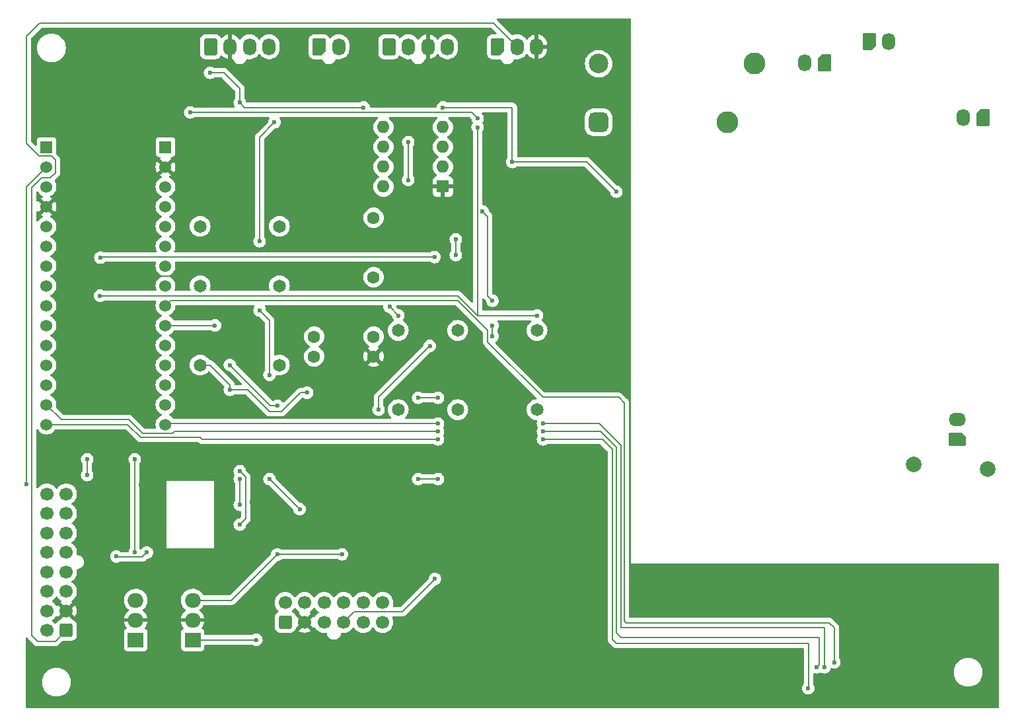
<source format=gbr>
%TF.GenerationSoftware,KiCad,Pcbnew,8.0.3*%
%TF.CreationDate,2025-03-11T00:39:16-07:00*%
%TF.ProjectId,Accumulator_Board,41636375-6d75-46c6-9174-6f725f426f61,3.2*%
%TF.SameCoordinates,Original*%
%TF.FileFunction,Copper,L2,Bot*%
%TF.FilePolarity,Positive*%
%FSLAX46Y46*%
G04 Gerber Fmt 4.6, Leading zero omitted, Abs format (unit mm)*
G04 Created by KiCad (PCBNEW 8.0.3) date 2025-03-11 00:39:16*
%MOMM*%
%LPD*%
G01*
G04 APERTURE LIST*
G04 Aperture macros list*
%AMRoundRect*
0 Rectangle with rounded corners*
0 $1 Rounding radius*
0 $2 $3 $4 $5 $6 $7 $8 $9 X,Y pos of 4 corners*
0 Add a 4 corners polygon primitive as box body*
4,1,4,$2,$3,$4,$5,$6,$7,$8,$9,$2,$3,0*
0 Add four circle primitives for the rounded corners*
1,1,$1+$1,$2,$3*
1,1,$1+$1,$4,$5*
1,1,$1+$1,$6,$7*
1,1,$1+$1,$8,$9*
0 Add four rect primitives between the rounded corners*
20,1,$1+$1,$2,$3,$4,$5,0*
20,1,$1+$1,$4,$5,$6,$7,0*
20,1,$1+$1,$6,$7,$8,$9,0*
20,1,$1+$1,$8,$9,$2,$3,0*%
%AMFreePoly0*
4,1,22,0.945671,0.830970,1.026777,0.776777,1.080970,0.695671,1.100000,0.600000,1.100000,-0.600000,1.080970,-0.695671,1.026777,-0.776777,0.945671,-0.830970,0.850000,-0.850000,-0.450000,-0.850000,-0.545671,-0.830970,-0.626777,-0.776777,-1.026777,-0.376777,-1.080970,-0.295671,-1.100000,-0.200000,-1.100000,0.600000,-1.080970,0.695671,-1.026777,0.776777,-0.945671,0.830970,-0.850000,0.850000,
0.850000,0.850000,0.945671,0.830970,0.945671,0.830970,$1*%
G04 Aperture macros list end*
%TA.AperFunction,ComponentPad*%
%ADD10RoundRect,0.250000X0.600000X0.600000X-0.600000X0.600000X-0.600000X-0.600000X0.600000X-0.600000X0*%
%TD*%
%TA.AperFunction,ComponentPad*%
%ADD11C,1.700000*%
%TD*%
%TA.AperFunction,ComponentPad*%
%ADD12R,1.530000X1.530000*%
%TD*%
%TA.AperFunction,ComponentPad*%
%ADD13C,1.530000*%
%TD*%
%TA.AperFunction,ComponentPad*%
%ADD14FreePoly0,180.000000*%
%TD*%
%TA.AperFunction,ComponentPad*%
%ADD15O,2.200000X1.700000*%
%TD*%
%TA.AperFunction,ComponentPad*%
%ADD16C,2.000000*%
%TD*%
%TA.AperFunction,ComponentPad*%
%ADD17RoundRect,0.250000X0.600000X-0.850000X0.600000X0.850000X-0.600000X0.850000X-0.600000X-0.850000X0*%
%TD*%
%TA.AperFunction,ComponentPad*%
%ADD18O,1.700000X2.200000*%
%TD*%
%TA.AperFunction,ComponentPad*%
%ADD19C,1.608074*%
%TD*%
%TA.AperFunction,ComponentPad*%
%ADD20C,1.651000*%
%TD*%
%TA.AperFunction,ComponentPad*%
%ADD21R,2.000000X1.905000*%
%TD*%
%TA.AperFunction,ComponentPad*%
%ADD22O,2.000000X1.905000*%
%TD*%
%TA.AperFunction,ComponentPad*%
%ADD23FreePoly0,90.000000*%
%TD*%
%TA.AperFunction,ComponentPad*%
%ADD24RoundRect,0.625000X-0.625000X-0.625000X0.625000X-0.625000X0.625000X0.625000X-0.625000X0.625000X0*%
%TD*%
%TA.AperFunction,ComponentPad*%
%ADD25C,2.800000*%
%TD*%
%TA.AperFunction,ComponentPad*%
%ADD26C,2.500000*%
%TD*%
%TA.AperFunction,ComponentPad*%
%ADD27R,1.600000X1.600000*%
%TD*%
%TA.AperFunction,ComponentPad*%
%ADD28O,1.600000X1.600000*%
%TD*%
%TA.AperFunction,ComponentPad*%
%ADD29FreePoly0,270.000000*%
%TD*%
%TA.AperFunction,ComponentPad*%
%ADD30RoundRect,0.250000X0.600000X-0.600000X0.600000X0.600000X-0.600000X0.600000X-0.600000X-0.600000X0*%
%TD*%
%TA.AperFunction,ViaPad*%
%ADD31C,0.600000*%
%TD*%
%TA.AperFunction,Conductor*%
%ADD32C,0.200000*%
%TD*%
G04 APERTURE END LIST*
D10*
%TO.P,J11,1,Pin_1*%
%TO.N,+12V*%
X28575000Y-100685000D03*
D11*
%TO.P,J11,2,Pin_2*%
%TO.N,GND*%
X28575000Y-98185000D03*
%TO.P,J11,3,Pin_3*%
%TO.N,/CAN_H1*%
X28575000Y-95685000D03*
%TO.P,J11,4,Pin_4*%
%TO.N,/CAN_L1*%
X28575000Y-93185000D03*
%TO.P,J11,5,Pin_5*%
%TO.N,/CAN_H1*%
X28575000Y-90685000D03*
%TO.P,J11,6,Pin_6*%
%TO.N,/CAN_L_RES1*%
X28575000Y-88185000D03*
%TO.P,J11,7,Pin_7*%
%TO.N,/Fan_PWM*%
X28575000Y-85685000D03*
%TO.P,J11,8,Pin_8*%
%TO.N,/IR+_GND*%
X28575000Y-83185000D03*
%TO.P,J11,9,Pin_9*%
%TO.N,/Charge_State*%
X26075000Y-100685000D03*
%TO.P,J11,10,Pin_10*%
%TO.N,unconnected-(J11-Pin_10-Pad10)*%
X26075000Y-98185000D03*
%TO.P,J11,11,Pin_11*%
%TO.N,unconnected-(J11-Pin_11-Pad11)*%
X26075000Y-95685000D03*
%TO.P,J11,12,Pin_12*%
%TO.N,unconnected-(J11-Pin_12-Pad12)*%
X26075000Y-93185000D03*
%TO.P,J11,13,Pin_13*%
%TO.N,unconnected-(J11-Pin_13-Pad13)*%
X26075000Y-90685000D03*
%TO.P,J11,14,Pin_14*%
%TO.N,unconnected-(J11-Pin_14-Pad14)*%
X26075000Y-88185000D03*
%TO.P,J11,15,Pin_15*%
%TO.N,unconnected-(J11-Pin_15-Pad15)*%
X26075000Y-85685000D03*
%TO.P,J11,16,Pin_16*%
%TO.N,unconnected-(J11-Pin_16-Pad16)*%
X26075000Y-83185000D03*
%TD*%
D12*
%TO.P,U2,CN3_1,PA9*%
%TO.N,unconnected-(U2A-PA9-PadCN3_1)*%
X26035000Y-38735000D03*
D13*
%TO.P,U2,CN3_2,PA10*%
%TO.N,/Charge_State*%
X26035000Y-41275000D03*
%TO.P,U2,CN3_3,NRST*%
%TO.N,unconnected-(U2A-NRST-PadCN3_3)*%
X26035000Y-43815000D03*
%TO.P,U2,CN3_4,GND*%
%TO.N,GND*%
X26035000Y-46355000D03*
%TO.P,U2,CN3_5,PA12*%
%TO.N,/CAN1_TD*%
X26035000Y-48895000D03*
%TO.P,U2,CN3_6,PB0*%
%TO.N,/IMD_Status*%
X26035000Y-51435000D03*
%TO.P,U2,CN3_7,PB7*%
%TO.N,/BMS_FAULT_3.3V*%
X26035000Y-53975000D03*
%TO.P,U2,CN3_8,PB6*%
%TO.N,unconnected-(U2A-PB6-PadCN3_8)*%
X26035000Y-56515000D03*
%TO.P,U2,CN3_9,PB1*%
%TO.N,/Precharge_Control*%
X26035000Y-59055000D03*
%TO.P,U2,CN3_10,D7*%
%TO.N,unconnected-(U2A-D7-PadCN3_10)*%
X26035000Y-61595000D03*
%TO.P,U2,CN3_11,D8*%
%TO.N,unconnected-(U2A-D8-PadCN3_11)*%
X26035000Y-64135000D03*
%TO.P,U2,CN3_12,PA8*%
%TO.N,/Fan_PWM*%
X26035000Y-66675000D03*
%TO.P,U2,CN3_13,PA11*%
%TO.N,/CAN1_RD*%
X26035000Y-69215000D03*
%TO.P,U2,CN3_14,PB5*%
%TO.N,/MOSI*%
X26035000Y-71755000D03*
%TO.P,U2,CN3_15,PB4*%
%TO.N,/MISO*%
X26035000Y-74295000D03*
D12*
%TO.P,U2,CN4_1,VIN*%
%TO.N,+9V*%
X41275000Y-38735000D03*
D13*
%TO.P,U2,CN4_2,GND*%
%TO.N,GND*%
X41275000Y-41275000D03*
%TO.P,U2,CN4_3,NRST*%
%TO.N,unconnected-(U2A-NRST-PadCN4_3)*%
X41275000Y-43815000D03*
%TO.P,U2,CN4_4,5V*%
%TO.N,unconnected-(U2A-5V-PadCN4_4)*%
X41275000Y-46355000D03*
%TO.P,U2,CN4_5,PA2*%
%TO.N,/Shutdown_Measure*%
X41275000Y-48895000D03*
%TO.P,U2,CN4_6,PA7*%
%TO.N,unconnected-(U2A-PA7-PadCN4_6)*%
X41275000Y-51435000D03*
%TO.P,U2,CN4_7,PA6*%
%TO.N,unconnected-(U2A-PA6-PadCN4_7)*%
X41275000Y-53975000D03*
%TO.P,U2,CN4_8,PA5*%
%TO.N,unconnected-(U2A-PA5-PadCN4_8)*%
X41275000Y-56515000D03*
%TO.P,U2,CN4_9,PA4*%
%TO.N,/BMS_CS*%
X41275000Y-59055000D03*
%TO.P,U2,CN4_10,PA3*%
%TO.N,/Amp_Curr_Sensor*%
X41275000Y-61595000D03*
%TO.P,U2,CN4_11,PA1*%
%TO.N,unconnected-(U2A-PA1-PadCN4_11)*%
X41275000Y-64135000D03*
%TO.P,U2,CN4_12,PA0*%
%TO.N,/GLV Voltage*%
X41275000Y-66675000D03*
%TO.P,U2,CN4_13,AREF*%
%TO.N,unconnected-(U2A-AREF-PadCN4_13)*%
X41275000Y-69215000D03*
%TO.P,U2,CN4_14,3V3*%
%TO.N,+3.3V*%
X41275000Y-71755000D03*
%TO.P,U2,CN4_15,PB3*%
%TO.N,/CLK*%
X41275000Y-74295000D03*
%TD*%
D14*
%TO.P,J5,1,1*%
%TO.N,/Iso SPI/extIsoSPI_N*%
X142715000Y-76180000D03*
D15*
%TO.P,J5,2,2*%
%TO.N,/Iso SPI/extIsoSPI_P*%
X142715000Y-73680000D03*
%TD*%
D16*
%TO.P,TP2,1,1*%
%TO.N,/Iso SPI/extIsoSPI_N*%
X137160000Y-79375000D03*
%TD*%
D17*
%TO.P,J7,1,1*%
%TO.N,/IR+_GND*%
X69910000Y-25875000D03*
D18*
%TO.P,J7,2,2*%
%TO.N,/IR+_12V*%
X72410000Y-25875000D03*
%TO.P,J7,3,3*%
%TO.N,GND*%
X74910000Y-25875000D03*
%TO.P,J7,4,4*%
%TO.N,/IR+_12V*%
X77410000Y-25875000D03*
%TD*%
D19*
%TO.P,K4,1*%
%TO.N,GND*%
X67945000Y-65571000D03*
%TO.P,K4,2*%
%TO.N,/LATCH_RL*%
X67945000Y-63031000D03*
%TO.P,K4,3*%
%TO.N,/Shutdown_ACC_Out*%
X67945000Y-55411000D03*
%TO.P,K4,4*%
%TO.N,/Shutdown_ACC_IL_TP*%
X67945000Y-47791000D03*
%TO.P,K4,5*%
%TO.N,Net-(D5-K)*%
X60325000Y-63031000D03*
%TO.P,K4,6*%
%TO.N,/SH_RESET*%
X60325000Y-65571000D03*
%TD*%
D20*
%TO.P,K3,1,-*%
%TO.N,/IMD_RL*%
X55880000Y-66675000D03*
%TO.P,K3,3*%
%TO.N,/Shutdown_ACC_BMS_TP*%
X55880000Y-56515000D03*
%TO.P,K3,4*%
%TO.N,/Shutdown_ACC_IMD_TP*%
X55880000Y-48895000D03*
%TO.P,K3,5*%
%TO.N,unconnected-(K3-Pad5)*%
X45720000Y-48895000D03*
%TO.P,K3,6*%
%TO.N,unconnected-(K3-Pad6)*%
X45720000Y-56515000D03*
%TO.P,K3,8,+*%
%TO.N,+12V*%
X45720000Y-66675000D03*
%TD*%
D21*
%TO.P,U9,1,IN*%
%TO.N,+12V*%
X44760000Y-101895000D03*
D22*
%TO.P,U9,2,GND*%
%TO.N,GND*%
X44760000Y-99355000D03*
%TO.P,U9,3,OUT*%
%TO.N,+5V*%
X44760000Y-96815000D03*
%TD*%
D23*
%TO.P,J6,1,1*%
%TO.N,/Shutdown_ACC_IMD_TP*%
X60980000Y-25875000D03*
D18*
%TO.P,J6,2,2*%
%TO.N,/Shutdown_ACC_IL_TP*%
X63480000Y-25875000D03*
%TD*%
D20*
%TO.P,K1,1,-*%
%TO.N,/BMS_RL*%
X88887300Y-62230000D03*
%TO.P,K1,3*%
%TO.N,/Shutdown_ACC_In*%
X78727300Y-62230000D03*
%TO.P,K1,4*%
%TO.N,/Shutdown_ACC_BMS_TP*%
X71107300Y-62230000D03*
%TO.P,K1,5*%
%TO.N,unconnected-(K1-Pad5)*%
X71107300Y-72390000D03*
%TO.P,K1,6*%
%TO.N,unconnected-(K1-Pad6)*%
X78727300Y-72390000D03*
%TO.P,K1,8,+*%
%TO.N,+12V*%
X88887300Y-72390000D03*
%TD*%
D17*
%TO.P,J4,1,1*%
%TO.N,+5V*%
X47050000Y-25875000D03*
D18*
%TO.P,J4,2,2*%
%TO.N,GND*%
X49550000Y-25875000D03*
%TO.P,J4,3,3*%
%TO.N,/Raw_Curr_Out*%
X52050000Y-25875000D03*
%TO.P,J4,4,4*%
%TO.N,/Raw_Curr_VRef*%
X54550000Y-25875000D03*
%TD*%
D23*
%TO.P,J1,1,1*%
%TO.N,/IMD_FAULT_12V*%
X83840000Y-25875000D03*
D18*
%TO.P,J1,2,2*%
%TO.N,+12V*%
X86340000Y-25875000D03*
%TO.P,J1,3,3*%
%TO.N,GND*%
X88840000Y-25875000D03*
%TD*%
D24*
%TO.P,K2,1*%
%TO.N,/IR+_12V*%
X96784000Y-35560000D03*
D25*
%TO.P,K2,2*%
%TO.N,Net-(J8-Pad1)*%
X113284000Y-35560000D03*
%TO.P,K2,3*%
%TO.N,Net-(J8-Pad2)*%
X116784000Y-28060000D03*
D26*
%TO.P,K2,4*%
%TO.N,Net-(D7-A)*%
X96784000Y-28060000D03*
%TD*%
D27*
%TO.P,U12,1,GND*%
%TO.N,GND*%
X76825000Y-43805000D03*
D28*
%TO.P,U12,2,TR*%
%TO.N,Net-(U12-THR)*%
X76825000Y-41265000D03*
%TO.P,U12,3,Q*%
%TO.N,Net-(U12-Q)*%
X76825000Y-38725000D03*
%TO.P,U12,4,R*%
%TO.N,+5V*%
X76825000Y-36185000D03*
%TO.P,U12,5,CV*%
%TO.N,unconnected-(U12-CV-Pad5)*%
X69205000Y-36185000D03*
%TO.P,U12,6,THR*%
%TO.N,Net-(U12-THR)*%
X69205000Y-38725000D03*
%TO.P,U12,7,DIS*%
%TO.N,unconnected-(U12-DIS-Pad7)*%
X69205000Y-41265000D03*
%TO.P,U12,8,VCC*%
%TO.N,+5V*%
X69205000Y-43805000D03*
%TD*%
D23*
%TO.P,J10,1,Pin_1*%
%TO.N,/HVIL*%
X131465000Y-25240000D03*
D18*
%TO.P,J10,2,Pin_2*%
%TO.N,/TS-*%
X133965000Y-25240000D03*
%TD*%
D21*
%TO.P,U10,1,VI*%
%TO.N,+12V*%
X37465000Y-101895000D03*
D22*
%TO.P,U10,2,GND*%
%TO.N,GND*%
X37465000Y-99355000D03*
%TO.P,U10,3,VO*%
%TO.N,+9V*%
X37465000Y-96815000D03*
%TD*%
D29*
%TO.P,J8,1,1*%
%TO.N,Net-(J8-Pad1)*%
X125710000Y-27940000D03*
D18*
%TO.P,J8,2,2*%
%TO.N,Net-(J8-Pad2)*%
X123210000Y-27940000D03*
%TD*%
D16*
%TO.P,TP1,1,1*%
%TO.N,/Iso SPI/extIsoSPI_P*%
X146685000Y-80010000D03*
%TD*%
D29*
%TO.P,J9,1,Pin_1*%
%TO.N,/TS+*%
X146030000Y-34925000D03*
D18*
%TO.P,J9,2,Pin_2*%
%TO.N,/TS-*%
X143530000Y-34925000D03*
%TD*%
D30*
%TO.P,J2,1,Pin_1*%
%TO.N,/BMS_LED_Control*%
X56615000Y-99625000D03*
D11*
%TO.P,J2,2,Pin_2*%
%TO.N,GND*%
X59115000Y-99625000D03*
%TO.P,J2,3,Pin_3*%
%TO.N,/IMD_LED_Control*%
X61615000Y-99625000D03*
%TO.P,J2,4,Pin_4*%
%TO.N,/BSPD_FAULT_5V*%
X64115000Y-99625000D03*
%TO.P,J2,5,Pin_5*%
%TO.N,/Shutdown_ACC_In*%
X66615000Y-99625000D03*
%TO.P,J2,6,Pin_6*%
%TO.N,/Shutdown_ACC_Out*%
X69115000Y-99625000D03*
%TO.P,J2,7,Pin_7*%
%TO.N,/IR+_12V*%
X56615000Y-97125000D03*
%TO.P,J2,8,Pin_8*%
%TO.N,/Current_Vref*%
X59115000Y-97125000D03*
%TO.P,J2,9,Pin_9*%
%TO.N,/Current_Vout*%
X61615000Y-97125000D03*
%TO.P,J2,10,Pin_10*%
%TO.N,/SH_RESET*%
X64115000Y-97125000D03*
%TO.P,J2,11,Pin_11*%
%TO.N,/Temp_Sense_GND*%
X66615000Y-97125000D03*
%TO.P,J2,12,Pin_12*%
%TO.N,/Temp_Sense_One_Wire*%
X69115000Y-97125000D03*
%TD*%
D31*
%TO.N,+5V*%
X73660000Y-81280000D03*
X63897500Y-90932000D03*
X66675000Y-33655000D03*
X50800000Y-33020000D03*
X55610000Y-90948000D03*
X46990000Y-29210000D03*
X34986235Y-91212235D03*
X38885500Y-90701500D03*
X99060000Y-44450000D03*
X76200000Y-81280000D03*
X76835000Y-33655000D03*
X85725000Y-40640000D03*
%TO.N,GND*%
X52324000Y-84216001D03*
X79375000Y-35560000D03*
X48895000Y-31115000D03*
X118745000Y-107950000D03*
X40640000Y-105918000D03*
X82550000Y-31115000D03*
X58622500Y-82982500D03*
X36322000Y-87608500D03*
X46355000Y-46355000D03*
X99060000Y-50165000D03*
X127635000Y-99060000D03*
X66675000Y-28575000D03*
X38100000Y-70612000D03*
X80116765Y-50693235D03*
X64770000Y-78105000D03*
X93345000Y-53340000D03*
X98425000Y-41910000D03*
X59690000Y-36195000D03*
X64135000Y-39370000D03*
X99060000Y-63500000D03*
X38100000Y-82042000D03*
X87630000Y-59055000D03*
X45785000Y-71820000D03*
X45770000Y-39320000D03*
X79375000Y-32385000D03*
X82147500Y-42142500D03*
X76454000Y-56515000D03*
X96520000Y-77470000D03*
X132715000Y-102235000D03*
%TO.N,+12V*%
X49530000Y-69850000D03*
X52924000Y-101895000D03*
X76200000Y-70866000D03*
X73660000Y-70866000D03*
X59436000Y-70215000D03*
%TO.N,+9V*%
X37338000Y-78740000D03*
X37338000Y-90678000D03*
%TO.N,/Fan_PWM*%
X31242000Y-78740000D03*
X31242000Y-80772000D03*
%TO.N,/Current_Vout*%
X55626000Y-71882000D03*
X49530000Y-66675000D03*
%TO.N,/BSPD_FAULT_5V*%
X81915000Y-46990000D03*
X75794875Y-94082876D03*
X83185000Y-61595000D03*
X83185000Y-58420000D03*
X83185000Y-62992000D03*
%TO.N,/Current_Vref*%
X54610000Y-67945000D03*
X54610000Y-81280000D03*
X53340000Y-50800000D03*
X53340000Y-59690000D03*
X58466000Y-85136000D03*
X55245000Y-35560000D03*
%TO.N,/Charge_State*%
X23495000Y-81915000D03*
%TO.N,/MISO*%
X123649853Y-108103677D03*
X76200000Y-76200000D03*
X89662000Y-76200000D03*
%TO.N,/IMD_Status*%
X44450000Y-34290000D03*
X81280000Y-35052000D03*
%TO.N,/CAN1_RD*%
X50800000Y-87122000D03*
X50800000Y-80264000D03*
%TO.N,/CAN1_TD*%
X50800000Y-84582000D03*
X50800000Y-81280000D03*
%TO.N,/Shutdown_ACC_BMS_TP*%
X69991985Y-59196985D03*
X71120000Y-60325000D03*
%TO.N,Net-(CR2-G)*%
X78486000Y-52578000D03*
X78486000Y-50546000D03*
%TO.N,/IR+_12V*%
X72390000Y-42965000D03*
X72390000Y-38100000D03*
%TO.N,/Precharge_Control*%
X32893000Y-57785000D03*
X88900000Y-60325000D03*
X81280000Y-36195000D03*
%TO.N,/Amp_Curr_Sensor*%
X47625000Y-61595000D03*
%TO.N,/BMS_FAULT_3.3V*%
X32928000Y-52910000D03*
X75746400Y-52832000D03*
%TO.N,/IMD_DELAY*%
X68580000Y-72390000D03*
X75146400Y-64224400D03*
%TO.N,/BMS_CS*%
X127000000Y-104775000D03*
%TO.N,/CLK*%
X89662000Y-74168000D03*
X76200000Y-74168000D03*
X125730000Y-105410000D03*
%TO.N,/MOSI*%
X76200000Y-75184000D03*
X89662000Y-75184000D03*
X124714000Y-105410000D03*
%TD*%
D32*
%TO.N,+5V*%
X50800000Y-31242000D02*
X50800000Y-33020000D01*
X55626000Y-90932000D02*
X63897500Y-90932000D01*
X51435000Y-33655000D02*
X66675000Y-33655000D01*
X46990000Y-29210000D02*
X48768000Y-29210000D01*
X35052000Y-91278000D02*
X38309000Y-91278000D01*
X76835000Y-33655000D02*
X85725000Y-33655000D01*
X95250000Y-40640000D02*
X85725000Y-40640000D01*
X48768000Y-29210000D02*
X50800000Y-31242000D01*
X55610000Y-90948000D02*
X55626000Y-90932000D01*
X38309000Y-91278000D02*
X38885500Y-90701500D01*
X49743000Y-96815000D02*
X44760000Y-96815000D01*
X99060000Y-44450000D02*
X95250000Y-40640000D01*
X55610000Y-90948000D02*
X49743000Y-96815000D01*
X34986235Y-91212235D02*
X35052000Y-91278000D01*
X50800000Y-33020000D02*
X51435000Y-33655000D01*
X85725000Y-40640000D02*
X85725000Y-33655000D01*
X73660000Y-81280000D02*
X76200000Y-81280000D01*
%TO.N,GND*%
X42545000Y-55245000D02*
X40005000Y-55245000D01*
%TO.N,+12V*%
X56134000Y-72644000D02*
X58563000Y-70215000D01*
X23460000Y-38290000D02*
X25048000Y-39878000D01*
X24892000Y-102108000D02*
X27152000Y-102108000D01*
X27178000Y-42037000D02*
X26543000Y-42672000D01*
X49530000Y-69215000D02*
X46990000Y-66675000D01*
X46990000Y-66675000D02*
X45720000Y-66675000D01*
X25400000Y-42672000D02*
X24130000Y-43942000D01*
X73660000Y-70866000D02*
X76200000Y-70866000D01*
X24130000Y-43942000D02*
X24130000Y-101346000D01*
X58563000Y-70215000D02*
X59436000Y-70215000D01*
X52924000Y-101895000D02*
X44760000Y-101895000D01*
X51816000Y-69850000D02*
X54610000Y-72644000D01*
X26670000Y-39878000D02*
X27178000Y-40386000D01*
X23460000Y-24546000D02*
X23460000Y-38290000D01*
X25181000Y-22825000D02*
X23460000Y-24546000D01*
X26543000Y-42672000D02*
X25400000Y-42672000D01*
X86340000Y-25875000D02*
X83290000Y-22825000D01*
X24130000Y-101346000D02*
X24892000Y-102108000D01*
X25048000Y-39878000D02*
X26670000Y-39878000D01*
X27178000Y-40386000D02*
X27178000Y-42037000D01*
X49530000Y-69850000D02*
X49530000Y-69215000D01*
X27152000Y-102108000D02*
X28575000Y-100685000D01*
X54610000Y-72644000D02*
X56134000Y-72644000D01*
X49530000Y-69850000D02*
X51816000Y-69850000D01*
X83290000Y-22825000D02*
X25181000Y-22825000D01*
%TO.N,+9V*%
X37338000Y-78740000D02*
X37338000Y-90678000D01*
%TO.N,/Fan_PWM*%
X31242000Y-78740000D02*
X31242000Y-80772000D01*
%TO.N,/Current_Vout*%
X54737000Y-71882000D02*
X49530000Y-66675000D01*
X55626000Y-71882000D02*
X54737000Y-71882000D01*
%TO.N,/BSPD_FAULT_5V*%
X83185000Y-61595000D02*
X83185000Y-62992000D01*
X65465000Y-98275000D02*
X64115000Y-99625000D01*
X75794875Y-94082876D02*
X75794875Y-94131125D01*
X82550000Y-57785000D02*
X83185000Y-58420000D01*
X81915000Y-46990000D02*
X82550000Y-47625000D01*
X71651000Y-98275000D02*
X65465000Y-98275000D01*
X82550000Y-47625000D02*
X82550000Y-57785000D01*
X75794875Y-94131125D02*
X71651000Y-98275000D01*
%TO.N,/Current_Vref*%
X53340000Y-50800000D02*
X53340000Y-37465000D01*
X54610000Y-67945000D02*
X54610000Y-60960000D01*
X58466000Y-85136000D02*
X54610000Y-81280000D01*
X54610000Y-60960000D02*
X53340000Y-59690000D01*
X53340000Y-37465000D02*
X55245000Y-35560000D01*
%TO.N,/Charge_State*%
X23495000Y-81915000D02*
X23495000Y-43815000D01*
X23495000Y-43815000D02*
X26035000Y-41275000D01*
%TO.N,/MISO*%
X36449000Y-74295000D02*
X38100000Y-75946000D01*
X45720000Y-75946000D02*
X38100000Y-75946000D01*
X26035000Y-74295000D02*
X36449000Y-74295000D01*
X89662000Y-76200000D02*
X97282000Y-76200000D01*
X98552000Y-101854000D02*
X99060000Y-102362000D01*
X123698000Y-108055530D02*
X123649853Y-108103677D01*
X76200000Y-76200000D02*
X45974000Y-76200000D01*
X123698000Y-102362000D02*
X123698000Y-108055530D01*
X45974000Y-76200000D02*
X45720000Y-75946000D01*
X98552000Y-77470000D02*
X98552000Y-101854000D01*
X97282000Y-76200000D02*
X98552000Y-77470000D01*
X99060000Y-102362000D02*
X123698000Y-102362000D01*
%TO.N,/IMD_Status*%
X80518000Y-34290000D02*
X81280000Y-35052000D01*
X44450000Y-34290000D02*
X80518000Y-34290000D01*
%TO.N,/CAN1_RD*%
X51562000Y-86360000D02*
X50800000Y-87122000D01*
X50800000Y-80264000D02*
X51562000Y-81026000D01*
X51562000Y-81026000D02*
X51562000Y-86360000D01*
%TO.N,/CAN1_TD*%
X50800000Y-81280000D02*
X50800000Y-84582000D01*
%TO.N,/Shutdown_ACC_BMS_TP*%
X69991985Y-59196985D02*
X71120000Y-60325000D01*
%TO.N,Net-(CR2-G)*%
X78486000Y-52578000D02*
X78486000Y-50546000D01*
%TO.N,/IR+_12V*%
X72390000Y-42965000D02*
X72390000Y-38100000D01*
%TO.N,/Precharge_Control*%
X78740000Y-57785000D02*
X81280000Y-60325000D01*
X81280000Y-36195000D02*
X81280000Y-60325000D01*
X32893000Y-57785000D02*
X78740000Y-57785000D01*
X81280000Y-60325000D02*
X88900000Y-60325000D01*
%TO.N,/Amp_Curr_Sensor*%
X47625000Y-61595000D02*
X41275000Y-61595000D01*
%TO.N,/BMS_FAULT_3.3V*%
X33006000Y-52832000D02*
X32928000Y-52910000D01*
X75746400Y-52832000D02*
X33006000Y-52832000D01*
%TO.N,/IMD_DELAY*%
X75141202Y-64224400D02*
X68580000Y-70785602D01*
X68580000Y-70785602D02*
X68580000Y-72390000D01*
X75146400Y-64224400D02*
X75141202Y-64224400D01*
%TO.N,/BMS_CS*%
X126365000Y-99695000D02*
X127000000Y-100330000D01*
X99377500Y-70802500D02*
X100095000Y-71520000D01*
X41275000Y-59055000D02*
X41910000Y-58420000D01*
X100095000Y-99460000D02*
X100330000Y-99695000D01*
X82585000Y-63748529D02*
X89638971Y-70802500D01*
X41910000Y-58420000D02*
X78740000Y-58420000D01*
X78740000Y-58420000D02*
X82585000Y-62265000D01*
X89638971Y-70802500D02*
X99377500Y-70802500D01*
X100095000Y-71520000D02*
X100095000Y-99460000D01*
X127000000Y-100330000D02*
X127000000Y-104775000D01*
X82585000Y-62265000D02*
X82585000Y-63748529D01*
X100330000Y-99695000D02*
X126365000Y-99695000D01*
%TO.N,/CLK*%
X125730000Y-100330000D02*
X125730000Y-105410000D01*
X76200000Y-74168000D02*
X41402000Y-74168000D01*
X99695000Y-100330000D02*
X125730000Y-100330000D01*
X99695000Y-76962000D02*
X99695000Y-100330000D01*
X89662000Y-74168000D02*
X96901000Y-74168000D01*
X96901000Y-74168000D02*
X99695000Y-76962000D01*
%TO.N,/MOSI*%
X125095000Y-105029000D02*
X124714000Y-105410000D01*
X38354000Y-75438000D02*
X36576000Y-73660000D01*
X99060000Y-77216000D02*
X99060000Y-100965000D01*
X89662000Y-75184000D02*
X97028000Y-75184000D01*
X97028000Y-75184000D02*
X99060000Y-77216000D01*
X76200000Y-75184000D02*
X42418000Y-75184000D01*
X27940000Y-73660000D02*
X26035000Y-71755000D01*
X99060000Y-100965000D02*
X99695000Y-101600000D01*
X99695000Y-101600000D02*
X125095000Y-101600000D01*
X125095000Y-101600000D02*
X125095000Y-105029000D01*
X42164000Y-75438000D02*
X38354000Y-75438000D01*
X36576000Y-73660000D02*
X27940000Y-73660000D01*
X42418000Y-75184000D02*
X42164000Y-75438000D01*
%TD*%
%TA.AperFunction,Conductor*%
%TO.N,GND*%
G36*
X57949855Y-97820109D02*
G01*
X57966575Y-97839405D01*
X58076500Y-97996395D01*
X58076505Y-97996401D01*
X58243599Y-98163495D01*
X58400595Y-98273425D01*
X58401031Y-98273730D01*
X58444655Y-98328307D01*
X58451848Y-98397806D01*
X58420326Y-98460160D01*
X58401030Y-98476880D01*
X58353626Y-98510072D01*
X58353625Y-98510072D01*
X58903940Y-99060387D01*
X58883409Y-99065889D01*
X58746592Y-99144881D01*
X58634881Y-99256592D01*
X58555889Y-99393409D01*
X58550387Y-99413939D01*
X57959187Y-98822739D01*
X57959242Y-98822683D01*
X57932493Y-98796767D01*
X57922666Y-98774630D01*
X57916334Y-98755520D01*
X57899814Y-98705666D01*
X57807712Y-98556344D01*
X57683656Y-98432288D01*
X57554793Y-98352805D01*
X57528879Y-98336821D01*
X57482155Y-98284873D01*
X57470932Y-98215910D01*
X57498776Y-98151828D01*
X57506295Y-98143601D01*
X57543887Y-98106009D01*
X57653495Y-97996401D01*
X57763425Y-97839405D01*
X57818002Y-97795780D01*
X57887500Y-97788586D01*
X57949855Y-97820109D01*
G37*
%TD.AperFunction*%
%TA.AperFunction,Conductor*%
G36*
X60449855Y-97820109D02*
G01*
X60466575Y-97839405D01*
X60576501Y-97996396D01*
X60576506Y-97996402D01*
X60743597Y-98163493D01*
X60743603Y-98163498D01*
X60900595Y-98273425D01*
X60944220Y-98328002D01*
X60951414Y-98397500D01*
X60919891Y-98459855D01*
X60900595Y-98476575D01*
X60743597Y-98586505D01*
X60576508Y-98753594D01*
X60466269Y-98911032D01*
X60411692Y-98954656D01*
X60342193Y-98961849D01*
X60279839Y-98930327D01*
X60263119Y-98911031D01*
X60229926Y-98863626D01*
X60229925Y-98863625D01*
X59679612Y-99413939D01*
X59674111Y-99393409D01*
X59595119Y-99256592D01*
X59483408Y-99144881D01*
X59346591Y-99065889D01*
X59326059Y-99060387D01*
X59876373Y-98510073D01*
X59876373Y-98510072D01*
X59828969Y-98476880D01*
X59785344Y-98422303D01*
X59778150Y-98352805D01*
X59809673Y-98290450D01*
X59828969Y-98273730D01*
X59829405Y-98273425D01*
X59986401Y-98163495D01*
X60153495Y-97996401D01*
X60263425Y-97839405D01*
X60318002Y-97795780D01*
X60387500Y-97788586D01*
X60449855Y-97820109D01*
G37*
%TD.AperFunction*%
%TA.AperFunction,Conductor*%
G36*
X100908039Y-22244685D02*
G01*
X100953794Y-22297489D01*
X100965000Y-22349000D01*
X100965000Y-92075000D01*
X147965500Y-92075000D01*
X148032539Y-92094685D01*
X148078294Y-92147489D01*
X148089500Y-92199000D01*
X148089500Y-110500500D01*
X148069815Y-110567539D01*
X148017011Y-110613294D01*
X147965500Y-110624500D01*
X23484500Y-110624500D01*
X23417461Y-110604815D01*
X23371706Y-110552011D01*
X23360500Y-110500500D01*
X23360500Y-107193711D01*
X25454500Y-107193711D01*
X25454500Y-107436288D01*
X25486161Y-107676785D01*
X25548947Y-107911104D01*
X25554464Y-107924422D01*
X25641776Y-108135212D01*
X25763064Y-108345289D01*
X25763066Y-108345292D01*
X25763067Y-108345293D01*
X25910733Y-108537736D01*
X25910739Y-108537743D01*
X26082256Y-108709260D01*
X26082263Y-108709266D01*
X26195321Y-108796018D01*
X26274711Y-108856936D01*
X26484788Y-108978224D01*
X26708900Y-109071054D01*
X26943211Y-109133838D01*
X27123586Y-109157584D01*
X27183711Y-109165500D01*
X27183712Y-109165500D01*
X27426289Y-109165500D01*
X27474388Y-109159167D01*
X27666789Y-109133838D01*
X27901100Y-109071054D01*
X28125212Y-108978224D01*
X28335289Y-108856936D01*
X28527738Y-108709265D01*
X28699265Y-108537738D01*
X28846936Y-108345289D01*
X28968224Y-108135212D01*
X29061054Y-107911100D01*
X29123838Y-107676789D01*
X29155500Y-107436288D01*
X29155500Y-107193712D01*
X29123838Y-106953211D01*
X29061054Y-106718900D01*
X28968224Y-106494788D01*
X28846936Y-106284711D01*
X28756067Y-106166288D01*
X28699266Y-106092263D01*
X28699260Y-106092256D01*
X28527743Y-105920739D01*
X28527736Y-105920733D01*
X28335293Y-105773067D01*
X28335292Y-105773066D01*
X28335289Y-105773064D01*
X28125212Y-105651776D01*
X28125205Y-105651773D01*
X27901104Y-105558947D01*
X27666785Y-105496161D01*
X27426289Y-105464500D01*
X27426288Y-105464500D01*
X27183712Y-105464500D01*
X27183711Y-105464500D01*
X26943214Y-105496161D01*
X26708895Y-105558947D01*
X26484794Y-105651773D01*
X26484785Y-105651777D01*
X26274706Y-105773067D01*
X26082263Y-105920733D01*
X26082256Y-105920739D01*
X25910739Y-106092256D01*
X25910733Y-106092263D01*
X25763067Y-106284706D01*
X25641777Y-106494785D01*
X25641773Y-106494794D01*
X25548947Y-106718895D01*
X25486161Y-106953214D01*
X25454500Y-107193711D01*
X23360500Y-107193711D01*
X23360500Y-101676962D01*
X23380185Y-101609923D01*
X23432989Y-101564168D01*
X23502147Y-101554224D01*
X23565703Y-101583249D01*
X23591888Y-101614963D01*
X23596075Y-101622215D01*
X23627683Y-101676962D01*
X23649479Y-101714714D01*
X23649481Y-101714717D01*
X23768349Y-101833585D01*
X23768354Y-101833589D01*
X24523284Y-102588520D01*
X24523286Y-102588521D01*
X24523290Y-102588524D01*
X24660209Y-102667573D01*
X24660216Y-102667577D01*
X24812943Y-102708501D01*
X24812945Y-102708501D01*
X24978654Y-102708501D01*
X24978670Y-102708500D01*
X27065331Y-102708500D01*
X27065347Y-102708501D01*
X27072943Y-102708501D01*
X27231054Y-102708501D01*
X27231057Y-102708501D01*
X27383785Y-102667577D01*
X27433904Y-102638639D01*
X27520716Y-102588520D01*
X27632520Y-102476716D01*
X27632520Y-102476714D01*
X27642728Y-102466507D01*
X27642730Y-102466504D01*
X28037416Y-102071818D01*
X28098739Y-102038333D01*
X28125097Y-102035499D01*
X29225002Y-102035499D01*
X29225008Y-102035499D01*
X29327797Y-102024999D01*
X29494334Y-101969814D01*
X29643656Y-101877712D01*
X29767712Y-101753656D01*
X29859814Y-101604334D01*
X29914999Y-101437797D01*
X29925500Y-101335009D01*
X29925499Y-100034992D01*
X29914999Y-99932203D01*
X29859814Y-99765666D01*
X29767712Y-99616344D01*
X29643656Y-99492288D01*
X29538470Y-99427409D01*
X29494336Y-99400187D01*
X29494331Y-99400185D01*
X29473882Y-99393409D01*
X29425367Y-99377332D01*
X29367923Y-99337560D01*
X29363592Y-99327144D01*
X28786059Y-98749612D01*
X28806591Y-98744111D01*
X28943408Y-98665119D01*
X29055119Y-98553408D01*
X29134111Y-98416591D01*
X29139612Y-98396060D01*
X29689925Y-98946373D01*
X29689926Y-98946373D01*
X29748598Y-98862582D01*
X29748600Y-98862578D01*
X29848429Y-98648492D01*
X29848433Y-98648483D01*
X29909567Y-98420326D01*
X29909569Y-98420315D01*
X29930157Y-98185001D01*
X29930157Y-98184998D01*
X29909569Y-97949684D01*
X29909567Y-97949673D01*
X29848433Y-97721516D01*
X29848429Y-97721507D01*
X29748600Y-97507423D01*
X29748599Y-97507421D01*
X29689925Y-97423626D01*
X29689925Y-97423625D01*
X29139612Y-97973939D01*
X29134111Y-97953409D01*
X29055119Y-97816592D01*
X28943408Y-97704881D01*
X28806591Y-97625889D01*
X28786059Y-97620387D01*
X29336373Y-97070073D01*
X29336373Y-97070072D01*
X29288969Y-97036880D01*
X29245344Y-96982303D01*
X29238150Y-96912805D01*
X29269673Y-96850450D01*
X29288969Y-96833730D01*
X29289405Y-96833425D01*
X29446401Y-96723495D01*
X29469250Y-96700646D01*
X35964500Y-96700646D01*
X35964500Y-96929354D01*
X35969180Y-96958903D01*
X36000278Y-97155246D01*
X36000278Y-97155249D01*
X36070950Y-97372755D01*
X36145164Y-97518407D01*
X36174783Y-97576538D01*
X36309214Y-97761566D01*
X36470934Y-97923286D01*
X36555864Y-97984991D01*
X36598529Y-98040321D01*
X36604508Y-98109935D01*
X36571902Y-98171730D01*
X36555864Y-98185627D01*
X36471257Y-98247097D01*
X36309597Y-98408757D01*
X36175211Y-98593723D01*
X36071417Y-98797429D01*
X36000765Y-99014871D01*
X35986491Y-99105000D01*
X36974252Y-99105000D01*
X36952482Y-99142708D01*
X36915000Y-99282591D01*
X36915000Y-99427409D01*
X36952482Y-99567292D01*
X36974252Y-99605000D01*
X35986491Y-99605000D01*
X36000765Y-99695128D01*
X36071417Y-99912570D01*
X36175213Y-100116279D01*
X36308011Y-100299060D01*
X36331491Y-100364866D01*
X36315666Y-100432920D01*
X36265560Y-100481615D01*
X36251026Y-100488127D01*
X36222671Y-100498702D01*
X36222664Y-100498706D01*
X36107455Y-100584952D01*
X36107452Y-100584955D01*
X36021206Y-100700164D01*
X36021202Y-100700171D01*
X35970908Y-100835017D01*
X35964501Y-100894616D01*
X35964501Y-100894623D01*
X35964500Y-100894635D01*
X35964500Y-102895370D01*
X35964501Y-102895376D01*
X35970908Y-102954983D01*
X36021202Y-103089828D01*
X36021206Y-103089835D01*
X36107452Y-103205044D01*
X36107455Y-103205047D01*
X36222664Y-103291293D01*
X36222671Y-103291297D01*
X36357517Y-103341591D01*
X36357516Y-103341591D01*
X36364444Y-103342335D01*
X36417127Y-103348000D01*
X38512872Y-103347999D01*
X38572483Y-103341591D01*
X38707331Y-103291296D01*
X38822546Y-103205046D01*
X38908796Y-103089831D01*
X38959091Y-102954983D01*
X38965500Y-102895373D01*
X38965499Y-100894628D01*
X38959091Y-100835017D01*
X38950709Y-100812545D01*
X38908797Y-100700171D01*
X38908793Y-100700164D01*
X38822547Y-100584955D01*
X38822544Y-100584952D01*
X38707335Y-100498706D01*
X38707326Y-100498701D01*
X38678974Y-100488127D01*
X38623040Y-100446257D01*
X38598622Y-100380792D01*
X38613473Y-100312519D01*
X38621988Y-100299059D01*
X38754788Y-100116276D01*
X38858582Y-99912570D01*
X38929234Y-99695128D01*
X38943509Y-99605000D01*
X37955748Y-99605000D01*
X37977518Y-99567292D01*
X38015000Y-99427409D01*
X38015000Y-99282591D01*
X37977518Y-99142708D01*
X37955748Y-99105000D01*
X38943509Y-99105000D01*
X38929234Y-99014871D01*
X38858582Y-98797429D01*
X38754788Y-98593723D01*
X38620402Y-98408757D01*
X38458742Y-98247097D01*
X38374135Y-98185626D01*
X38331470Y-98130296D01*
X38325491Y-98060682D01*
X38358097Y-97998887D01*
X38374125Y-97984999D01*
X38459066Y-97923286D01*
X38620786Y-97761566D01*
X38755217Y-97576538D01*
X38859048Y-97372758D01*
X38878271Y-97313597D01*
X38929721Y-97155249D01*
X38929721Y-97155248D01*
X38929722Y-97155245D01*
X38965500Y-96929354D01*
X38965500Y-96700646D01*
X43259500Y-96700646D01*
X43259500Y-96929354D01*
X43264180Y-96958903D01*
X43295278Y-97155246D01*
X43295278Y-97155249D01*
X43365950Y-97372755D01*
X43440164Y-97518407D01*
X43469783Y-97576538D01*
X43604214Y-97761566D01*
X43765934Y-97923286D01*
X43850864Y-97984991D01*
X43893529Y-98040321D01*
X43899508Y-98109935D01*
X43866902Y-98171730D01*
X43850864Y-98185627D01*
X43766257Y-98247097D01*
X43604597Y-98408757D01*
X43470211Y-98593723D01*
X43366417Y-98797429D01*
X43295765Y-99014871D01*
X43281491Y-99105000D01*
X44269252Y-99105000D01*
X44247482Y-99142708D01*
X44210000Y-99282591D01*
X44210000Y-99427409D01*
X44247482Y-99567292D01*
X44269252Y-99605000D01*
X43281491Y-99605000D01*
X43295765Y-99695128D01*
X43366417Y-99912570D01*
X43470213Y-100116279D01*
X43603011Y-100299060D01*
X43626491Y-100364866D01*
X43610666Y-100432920D01*
X43560560Y-100481615D01*
X43546026Y-100488127D01*
X43517671Y-100498702D01*
X43517664Y-100498706D01*
X43402455Y-100584952D01*
X43402452Y-100584955D01*
X43316206Y-100700164D01*
X43316202Y-100700171D01*
X43265908Y-100835017D01*
X43259501Y-100894616D01*
X43259501Y-100894623D01*
X43259500Y-100894635D01*
X43259500Y-102895370D01*
X43259501Y-102895376D01*
X43265908Y-102954983D01*
X43316202Y-103089828D01*
X43316206Y-103089835D01*
X43402452Y-103205044D01*
X43402455Y-103205047D01*
X43517664Y-103291293D01*
X43517671Y-103291297D01*
X43652517Y-103341591D01*
X43652516Y-103341591D01*
X43659444Y-103342335D01*
X43712127Y-103348000D01*
X45807872Y-103347999D01*
X45867483Y-103341591D01*
X46002331Y-103291296D01*
X46117546Y-103205046D01*
X46203796Y-103089831D01*
X46254091Y-102954983D01*
X46260500Y-102895373D01*
X46260500Y-102619500D01*
X46280185Y-102552461D01*
X46332989Y-102506706D01*
X46384500Y-102495500D01*
X52341588Y-102495500D01*
X52408627Y-102515185D01*
X52418903Y-102522555D01*
X52421736Y-102524814D01*
X52421738Y-102524816D01*
X52465735Y-102552461D01*
X52572426Y-102619500D01*
X52574478Y-102620789D01*
X52744745Y-102680368D01*
X52744750Y-102680369D01*
X52923996Y-102700565D01*
X52924000Y-102700565D01*
X52924004Y-102700565D01*
X53103249Y-102680369D01*
X53103252Y-102680368D01*
X53103255Y-102680368D01*
X53273522Y-102620789D01*
X53426262Y-102524816D01*
X53553816Y-102397262D01*
X53649789Y-102244522D01*
X53709368Y-102074255D01*
X53709643Y-102071818D01*
X53729565Y-101895003D01*
X53729565Y-101894996D01*
X53709369Y-101715750D01*
X53709368Y-101715745D01*
X53670384Y-101604336D01*
X53649789Y-101545478D01*
X53645742Y-101539038D01*
X53553815Y-101392737D01*
X53426262Y-101265184D01*
X53273523Y-101169211D01*
X53103254Y-101109631D01*
X53103249Y-101109630D01*
X52924004Y-101089435D01*
X52923996Y-101089435D01*
X52744750Y-101109630D01*
X52744745Y-101109631D01*
X52574476Y-101169211D01*
X52421736Y-101265185D01*
X52418903Y-101267445D01*
X52416724Y-101268334D01*
X52415842Y-101268889D01*
X52415744Y-101268734D01*
X52354217Y-101293855D01*
X52341588Y-101294500D01*
X46384499Y-101294500D01*
X46317460Y-101274815D01*
X46271705Y-101222011D01*
X46260499Y-101170500D01*
X46260499Y-100894629D01*
X46260498Y-100894623D01*
X46260497Y-100894616D01*
X46254091Y-100835017D01*
X46245709Y-100812545D01*
X46203797Y-100700171D01*
X46203793Y-100700164D01*
X46117547Y-100584955D01*
X46117544Y-100584952D01*
X46002335Y-100498706D01*
X46002326Y-100498701D01*
X45973974Y-100488127D01*
X45918040Y-100446257D01*
X45893622Y-100380792D01*
X45908473Y-100312519D01*
X45916988Y-100299059D01*
X46049788Y-100116276D01*
X46153582Y-99912570D01*
X46224234Y-99695128D01*
X46238509Y-99605000D01*
X45250748Y-99605000D01*
X45272518Y-99567292D01*
X45310000Y-99427409D01*
X45310000Y-99282591D01*
X45272518Y-99142708D01*
X45250748Y-99105000D01*
X46238509Y-99105000D01*
X46224234Y-99014871D01*
X46153582Y-98797429D01*
X46049788Y-98593723D01*
X45915402Y-98408757D01*
X45753742Y-98247097D01*
X45669135Y-98185626D01*
X45626470Y-98130296D01*
X45620491Y-98060682D01*
X45653097Y-97998887D01*
X45669125Y-97984999D01*
X45754066Y-97923286D01*
X45915786Y-97761566D01*
X46050217Y-97576538D01*
X46097773Y-97483205D01*
X46145748Y-97432409D01*
X46208258Y-97415500D01*
X49656331Y-97415500D01*
X49656347Y-97415501D01*
X49663943Y-97415501D01*
X49822054Y-97415501D01*
X49822057Y-97415501D01*
X49974785Y-97374577D01*
X50024998Y-97345586D01*
X50111716Y-97295520D01*
X50223520Y-97183716D01*
X50223520Y-97183714D01*
X50233724Y-97173511D01*
X50233728Y-97173506D01*
X50282235Y-97124999D01*
X55259341Y-97124999D01*
X55259341Y-97125000D01*
X55279936Y-97360403D01*
X55279938Y-97360413D01*
X55341094Y-97588655D01*
X55341096Y-97588659D01*
X55341097Y-97588663D01*
X55403048Y-97721516D01*
X55440965Y-97802830D01*
X55440967Y-97802834D01*
X55466575Y-97839405D01*
X55576501Y-97996396D01*
X55576506Y-97996402D01*
X55723705Y-98143601D01*
X55757190Y-98204924D01*
X55752206Y-98274616D01*
X55710334Y-98330549D01*
X55701121Y-98336821D01*
X55546342Y-98432289D01*
X55422289Y-98556342D01*
X55330187Y-98705663D01*
X55330185Y-98705668D01*
X55303897Y-98785000D01*
X55275001Y-98872203D01*
X55275001Y-98872204D01*
X55275000Y-98872204D01*
X55264500Y-98974983D01*
X55264500Y-100275001D01*
X55264501Y-100275018D01*
X55275000Y-100377796D01*
X55275001Y-100377799D01*
X55330185Y-100544331D01*
X55330187Y-100544336D01*
X55355239Y-100584952D01*
X55422288Y-100693656D01*
X55546344Y-100817712D01*
X55695666Y-100909814D01*
X55862203Y-100964999D01*
X55964991Y-100975500D01*
X57265008Y-100975499D01*
X57367797Y-100964999D01*
X57534334Y-100909814D01*
X57683656Y-100817712D01*
X57807712Y-100693656D01*
X57899814Y-100544334D01*
X57922667Y-100475366D01*
X57962438Y-100417924D01*
X57972853Y-100413593D01*
X58550387Y-99836059D01*
X58555889Y-99856591D01*
X58634881Y-99993408D01*
X58746592Y-100105119D01*
X58883409Y-100184111D01*
X58903939Y-100189612D01*
X58353625Y-100739925D01*
X58437421Y-100798599D01*
X58651507Y-100898429D01*
X58651516Y-100898433D01*
X58879673Y-100959567D01*
X58879684Y-100959569D01*
X59114998Y-100980157D01*
X59115002Y-100980157D01*
X59350315Y-100959569D01*
X59350326Y-100959567D01*
X59578483Y-100898433D01*
X59578492Y-100898429D01*
X59792578Y-100798600D01*
X59792582Y-100798598D01*
X59876373Y-100739926D01*
X59876373Y-100739925D01*
X59326059Y-100189612D01*
X59346591Y-100184111D01*
X59483408Y-100105119D01*
X59595119Y-99993408D01*
X59674111Y-99856591D01*
X59679612Y-99836060D01*
X60229925Y-100386373D01*
X60263119Y-100338968D01*
X60317696Y-100295343D01*
X60387194Y-100288149D01*
X60449549Y-100319672D01*
X60466269Y-100338968D01*
X60576500Y-100496395D01*
X60576505Y-100496401D01*
X60743599Y-100663495D01*
X60786675Y-100693657D01*
X60937165Y-100799032D01*
X60937167Y-100799033D01*
X60937170Y-100799035D01*
X61151337Y-100898903D01*
X61379592Y-100960063D01*
X61556034Y-100975500D01*
X61614999Y-100980659D01*
X61615000Y-100980659D01*
X61615001Y-100980659D01*
X61633569Y-100979034D01*
X61833507Y-100961541D01*
X61902004Y-100975307D01*
X61952187Y-101023922D01*
X61965929Y-101060878D01*
X61999103Y-101227658D01*
X61999106Y-101227667D01*
X62066983Y-101391540D01*
X62066990Y-101391553D01*
X62165535Y-101539034D01*
X62165538Y-101539038D01*
X62290961Y-101664461D01*
X62290965Y-101664464D01*
X62438446Y-101763009D01*
X62438459Y-101763016D01*
X62561363Y-101813923D01*
X62602334Y-101830894D01*
X62602336Y-101830894D01*
X62602341Y-101830896D01*
X62776304Y-101865499D01*
X62776307Y-101865500D01*
X62776309Y-101865500D01*
X62953693Y-101865500D01*
X62953694Y-101865499D01*
X63011682Y-101853964D01*
X63127658Y-101830896D01*
X63127661Y-101830894D01*
X63127666Y-101830894D01*
X63291547Y-101763013D01*
X63439035Y-101664464D01*
X63564464Y-101539035D01*
X63663013Y-101391547D01*
X63730894Y-101227666D01*
X63764070Y-101060876D01*
X63796454Y-100998967D01*
X63857170Y-100964393D01*
X63896489Y-100961541D01*
X64094705Y-100978883D01*
X64114999Y-100980659D01*
X64115000Y-100980659D01*
X64115001Y-100980659D01*
X64173966Y-100975500D01*
X64350408Y-100960063D01*
X64578663Y-100898903D01*
X64792830Y-100799035D01*
X64986401Y-100663495D01*
X65153495Y-100496401D01*
X65263425Y-100339405D01*
X65318002Y-100295780D01*
X65387500Y-100288586D01*
X65449855Y-100320109D01*
X65466575Y-100339405D01*
X65576500Y-100496395D01*
X65576505Y-100496401D01*
X65743599Y-100663495D01*
X65786675Y-100693657D01*
X65937165Y-100799032D01*
X65937167Y-100799033D01*
X65937170Y-100799035D01*
X66151337Y-100898903D01*
X66379592Y-100960063D01*
X66556034Y-100975500D01*
X66614999Y-100980659D01*
X66615000Y-100980659D01*
X66615001Y-100980659D01*
X66673966Y-100975500D01*
X66850408Y-100960063D01*
X67078663Y-100898903D01*
X67292830Y-100799035D01*
X67486401Y-100663495D01*
X67653495Y-100496401D01*
X67763425Y-100339405D01*
X67818002Y-100295780D01*
X67887500Y-100288586D01*
X67949855Y-100320109D01*
X67966575Y-100339405D01*
X68076500Y-100496395D01*
X68076505Y-100496401D01*
X68243599Y-100663495D01*
X68286675Y-100693657D01*
X68437165Y-100799032D01*
X68437167Y-100799033D01*
X68437170Y-100799035D01*
X68651337Y-100898903D01*
X68879592Y-100960063D01*
X69056034Y-100975500D01*
X69114999Y-100980659D01*
X69115000Y-100980659D01*
X69115001Y-100980659D01*
X69173966Y-100975500D01*
X69350408Y-100960063D01*
X69578663Y-100898903D01*
X69792830Y-100799035D01*
X69986401Y-100663495D01*
X70153495Y-100496401D01*
X70289035Y-100302830D01*
X70388903Y-100088663D01*
X70450063Y-99860408D01*
X70470659Y-99625000D01*
X70450063Y-99389592D01*
X70388903Y-99161337D01*
X70337872Y-99051902D01*
X70327381Y-98982828D01*
X70355900Y-98919044D01*
X70414377Y-98880804D01*
X70450255Y-98875500D01*
X71564331Y-98875500D01*
X71564347Y-98875501D01*
X71571943Y-98875501D01*
X71730054Y-98875501D01*
X71730057Y-98875501D01*
X71882785Y-98834577D01*
X71932904Y-98805639D01*
X72019716Y-98755520D01*
X72131520Y-98643716D01*
X72131520Y-98643714D01*
X72141728Y-98633507D01*
X72141730Y-98633504D01*
X75867785Y-94907448D01*
X75929106Y-94873965D01*
X75941567Y-94871912D01*
X75974130Y-94868244D01*
X76144397Y-94808665D01*
X76297137Y-94712692D01*
X76424691Y-94585138D01*
X76520664Y-94432398D01*
X76580243Y-94262131D01*
X76584596Y-94223498D01*
X76600440Y-94082879D01*
X76600440Y-94082872D01*
X76580244Y-93903626D01*
X76580243Y-93903621D01*
X76520663Y-93733352D01*
X76424690Y-93580613D01*
X76297137Y-93453060D01*
X76144398Y-93357087D01*
X75974129Y-93297507D01*
X75974124Y-93297506D01*
X75794879Y-93277311D01*
X75794871Y-93277311D01*
X75615625Y-93297506D01*
X75615620Y-93297507D01*
X75445351Y-93357087D01*
X75292612Y-93453060D01*
X75165059Y-93580613D01*
X75069086Y-93733352D01*
X75009506Y-93903621D01*
X75009505Y-93903625D01*
X74993586Y-94044919D01*
X74966520Y-94109333D01*
X74958047Y-94118716D01*
X71438584Y-97638181D01*
X71377261Y-97671666D01*
X71350903Y-97674500D01*
X70527503Y-97674500D01*
X70460464Y-97654815D01*
X70414709Y-97602011D01*
X70404765Y-97532853D01*
X70407728Y-97518407D01*
X70418211Y-97479282D01*
X70450063Y-97360408D01*
X70470659Y-97125000D01*
X70450063Y-96889592D01*
X70388903Y-96661337D01*
X70289035Y-96447171D01*
X70287949Y-96445619D01*
X70153494Y-96253597D01*
X69986402Y-96086506D01*
X69986395Y-96086501D01*
X69792834Y-95950967D01*
X69792830Y-95950965D01*
X69727300Y-95920408D01*
X69578663Y-95851097D01*
X69578659Y-95851096D01*
X69578655Y-95851094D01*
X69350413Y-95789938D01*
X69350403Y-95789936D01*
X69115001Y-95769341D01*
X69114999Y-95769341D01*
X68879596Y-95789936D01*
X68879586Y-95789938D01*
X68651344Y-95851094D01*
X68651335Y-95851098D01*
X68437171Y-95950964D01*
X68437169Y-95950965D01*
X68243597Y-96086505D01*
X68076505Y-96253597D01*
X67966575Y-96410595D01*
X67911998Y-96454220D01*
X67842500Y-96461414D01*
X67780145Y-96429891D01*
X67763425Y-96410595D01*
X67653494Y-96253597D01*
X67486402Y-96086506D01*
X67486395Y-96086501D01*
X67292834Y-95950967D01*
X67292830Y-95950965D01*
X67227300Y-95920408D01*
X67078663Y-95851097D01*
X67078659Y-95851096D01*
X67078655Y-95851094D01*
X66850413Y-95789938D01*
X66850403Y-95789936D01*
X66615001Y-95769341D01*
X66614999Y-95769341D01*
X66379596Y-95789936D01*
X66379586Y-95789938D01*
X66151344Y-95851094D01*
X66151335Y-95851098D01*
X65937171Y-95950964D01*
X65937169Y-95950965D01*
X65743597Y-96086505D01*
X65576505Y-96253597D01*
X65466575Y-96410595D01*
X65411998Y-96454220D01*
X65342500Y-96461414D01*
X65280145Y-96429891D01*
X65263425Y-96410595D01*
X65153494Y-96253597D01*
X64986402Y-96086506D01*
X64986395Y-96086501D01*
X64792834Y-95950967D01*
X64792830Y-95950965D01*
X64727300Y-95920408D01*
X64578663Y-95851097D01*
X64578659Y-95851096D01*
X64578655Y-95851094D01*
X64350413Y-95789938D01*
X64350403Y-95789936D01*
X64115001Y-95769341D01*
X64114999Y-95769341D01*
X63879596Y-95789936D01*
X63879586Y-95789938D01*
X63651344Y-95851094D01*
X63651335Y-95851098D01*
X63437171Y-95950964D01*
X63437169Y-95950965D01*
X63243597Y-96086505D01*
X63076505Y-96253597D01*
X62966575Y-96410595D01*
X62911998Y-96454220D01*
X62842500Y-96461414D01*
X62780145Y-96429891D01*
X62763425Y-96410595D01*
X62653494Y-96253597D01*
X62486402Y-96086506D01*
X62486395Y-96086501D01*
X62292834Y-95950967D01*
X62292830Y-95950965D01*
X62227300Y-95920408D01*
X62078663Y-95851097D01*
X62078659Y-95851096D01*
X62078655Y-95851094D01*
X61850413Y-95789938D01*
X61850403Y-95789936D01*
X61615001Y-95769341D01*
X61614999Y-95769341D01*
X61379596Y-95789936D01*
X61379586Y-95789938D01*
X61151344Y-95851094D01*
X61151335Y-95851098D01*
X60937171Y-95950964D01*
X60937169Y-95950965D01*
X60743597Y-96086505D01*
X60576505Y-96253597D01*
X60466575Y-96410595D01*
X60411998Y-96454220D01*
X60342500Y-96461414D01*
X60280145Y-96429891D01*
X60263425Y-96410595D01*
X60153494Y-96253597D01*
X59986402Y-96086506D01*
X59986395Y-96086501D01*
X59792834Y-95950967D01*
X59792830Y-95950965D01*
X59727300Y-95920408D01*
X59578663Y-95851097D01*
X59578659Y-95851096D01*
X59578655Y-95851094D01*
X59350413Y-95789938D01*
X59350403Y-95789936D01*
X59115001Y-95769341D01*
X59114999Y-95769341D01*
X58879596Y-95789936D01*
X58879586Y-95789938D01*
X58651344Y-95851094D01*
X58651335Y-95851098D01*
X58437171Y-95950964D01*
X58437169Y-95950965D01*
X58243597Y-96086505D01*
X58076505Y-96253597D01*
X57966575Y-96410595D01*
X57911998Y-96454220D01*
X57842500Y-96461414D01*
X57780145Y-96429891D01*
X57763425Y-96410595D01*
X57653494Y-96253597D01*
X57486402Y-96086506D01*
X57486395Y-96086501D01*
X57292834Y-95950967D01*
X57292830Y-95950965D01*
X57227300Y-95920408D01*
X57078663Y-95851097D01*
X57078659Y-95851096D01*
X57078655Y-95851094D01*
X56850413Y-95789938D01*
X56850403Y-95789936D01*
X56615001Y-95769341D01*
X56614999Y-95769341D01*
X56379596Y-95789936D01*
X56379586Y-95789938D01*
X56151344Y-95851094D01*
X56151335Y-95851098D01*
X55937171Y-95950964D01*
X55937169Y-95950965D01*
X55743597Y-96086505D01*
X55576505Y-96253597D01*
X55440965Y-96447169D01*
X55440964Y-96447171D01*
X55341098Y-96661335D01*
X55341094Y-96661344D01*
X55279938Y-96889586D01*
X55279936Y-96889596D01*
X55259341Y-97124999D01*
X50282235Y-97124999D01*
X55628535Y-91778698D01*
X55689856Y-91745215D01*
X55702311Y-91743163D01*
X55789255Y-91733368D01*
X55959522Y-91673789D01*
X56112262Y-91577816D01*
X56121259Y-91568819D01*
X56182582Y-91535334D01*
X56208940Y-91532500D01*
X63315088Y-91532500D01*
X63382127Y-91552185D01*
X63392403Y-91559555D01*
X63395236Y-91561814D01*
X63395238Y-91561816D01*
X63508770Y-91633152D01*
X63530350Y-91646713D01*
X63547978Y-91657789D01*
X63710040Y-91714497D01*
X63718245Y-91717368D01*
X63718250Y-91717369D01*
X63897496Y-91737565D01*
X63897500Y-91737565D01*
X63897504Y-91737565D01*
X64076749Y-91717369D01*
X64076752Y-91717368D01*
X64076755Y-91717368D01*
X64247022Y-91657789D01*
X64399762Y-91561816D01*
X64527316Y-91434262D01*
X64623289Y-91281522D01*
X64682868Y-91111255D01*
X64687617Y-91069106D01*
X64703065Y-90932003D01*
X64703065Y-90931996D01*
X64682869Y-90752750D01*
X64682868Y-90752745D01*
X64654387Y-90671352D01*
X64623289Y-90582478D01*
X64607565Y-90557454D01*
X64557196Y-90477292D01*
X64527316Y-90429738D01*
X64399762Y-90302184D01*
X64315854Y-90249461D01*
X64247023Y-90206211D01*
X64076754Y-90146631D01*
X64076749Y-90146630D01*
X63897504Y-90126435D01*
X63897496Y-90126435D01*
X63718250Y-90146630D01*
X63718245Y-90146631D01*
X63547976Y-90206211D01*
X63395236Y-90302185D01*
X63392403Y-90304445D01*
X63390224Y-90305334D01*
X63389342Y-90305889D01*
X63389244Y-90305734D01*
X63327717Y-90330855D01*
X63315088Y-90331500D01*
X56169178Y-90331500D01*
X56103206Y-90312494D01*
X56092694Y-90305889D01*
X56048348Y-90278024D01*
X55959523Y-90222211D01*
X55789254Y-90162631D01*
X55789249Y-90162630D01*
X55610004Y-90142435D01*
X55609996Y-90142435D01*
X55430750Y-90162630D01*
X55430745Y-90162631D01*
X55260476Y-90222211D01*
X55107737Y-90318184D01*
X54980184Y-90445737D01*
X54884210Y-90598478D01*
X54824630Y-90768750D01*
X54814837Y-90855668D01*
X54787770Y-90920082D01*
X54779298Y-90929465D01*
X49530584Y-96178181D01*
X49469261Y-96211666D01*
X49442903Y-96214500D01*
X46208258Y-96214500D01*
X46141219Y-96194815D01*
X46097773Y-96146795D01*
X46050216Y-96053461D01*
X45915786Y-95868434D01*
X45754066Y-95706714D01*
X45569038Y-95572283D01*
X45365255Y-95468450D01*
X45147748Y-95397778D01*
X44978326Y-95370944D01*
X44921854Y-95362000D01*
X44598146Y-95362000D01*
X44522849Y-95373926D01*
X44372253Y-95397778D01*
X44372250Y-95397778D01*
X44154744Y-95468450D01*
X43950961Y-95572283D01*
X43845396Y-95648980D01*
X43765934Y-95706714D01*
X43765932Y-95706716D01*
X43765931Y-95706716D01*
X43604216Y-95868431D01*
X43604216Y-95868432D01*
X43604214Y-95868434D01*
X43566456Y-95920403D01*
X43469783Y-96053461D01*
X43365950Y-96257244D01*
X43295278Y-96474750D01*
X43295278Y-96474753D01*
X43282347Y-96556395D01*
X43259500Y-96700646D01*
X38965500Y-96700646D01*
X38929722Y-96474755D01*
X38929721Y-96474751D01*
X38929721Y-96474750D01*
X38859049Y-96257244D01*
X38835826Y-96211666D01*
X38755217Y-96053462D01*
X38620786Y-95868434D01*
X38459066Y-95706714D01*
X38274038Y-95572283D01*
X38070255Y-95468450D01*
X37852748Y-95397778D01*
X37683326Y-95370944D01*
X37626854Y-95362000D01*
X37303146Y-95362000D01*
X37227849Y-95373926D01*
X37077253Y-95397778D01*
X37077250Y-95397778D01*
X36859744Y-95468450D01*
X36655961Y-95572283D01*
X36550396Y-95648980D01*
X36470934Y-95706714D01*
X36470932Y-95706716D01*
X36470931Y-95706716D01*
X36309216Y-95868431D01*
X36309216Y-95868432D01*
X36309214Y-95868434D01*
X36271456Y-95920403D01*
X36174783Y-96053461D01*
X36070950Y-96257244D01*
X36000278Y-96474750D01*
X36000278Y-96474753D01*
X35987347Y-96556395D01*
X35964500Y-96700646D01*
X29469250Y-96700646D01*
X29613495Y-96556401D01*
X29749035Y-96362830D01*
X29848903Y-96148663D01*
X29910063Y-95920408D01*
X29930659Y-95685000D01*
X29910063Y-95449592D01*
X29848903Y-95221337D01*
X29749035Y-95007171D01*
X29736936Y-94989891D01*
X29613494Y-94813597D01*
X29446402Y-94646506D01*
X29446396Y-94646501D01*
X29289405Y-94536575D01*
X29245780Y-94481998D01*
X29238586Y-94412500D01*
X29270109Y-94350145D01*
X29289405Y-94333425D01*
X29391223Y-94262131D01*
X29446401Y-94223495D01*
X29613495Y-94056401D01*
X29749035Y-93862830D01*
X29848903Y-93648663D01*
X29910063Y-93420408D01*
X29930659Y-93185000D01*
X29911541Y-92966492D01*
X29925307Y-92897995D01*
X29973922Y-92847812D01*
X30010875Y-92834070D01*
X30177666Y-92800894D01*
X30341547Y-92733013D01*
X30489035Y-92634464D01*
X30614464Y-92509035D01*
X30713013Y-92361547D01*
X30780894Y-92197666D01*
X30791071Y-92146506D01*
X30815499Y-92023695D01*
X30815500Y-92023693D01*
X30815500Y-91846306D01*
X30815499Y-91846304D01*
X30780896Y-91672341D01*
X30780893Y-91672332D01*
X30770281Y-91646713D01*
X30741744Y-91577816D01*
X30713016Y-91508459D01*
X30713009Y-91508446D01*
X30614464Y-91360965D01*
X30614461Y-91360961D01*
X30489038Y-91235538D01*
X30489034Y-91235535D01*
X30454158Y-91212231D01*
X34180670Y-91212231D01*
X34180670Y-91212238D01*
X34200865Y-91391484D01*
X34200866Y-91391489D01*
X34260446Y-91561758D01*
X34330840Y-91673789D01*
X34356419Y-91714497D01*
X34483973Y-91842051D01*
X34636713Y-91938024D01*
X34806980Y-91997603D01*
X34806985Y-91997604D01*
X34986231Y-92017800D01*
X34986235Y-92017800D01*
X34986239Y-92017800D01*
X35165484Y-91997604D01*
X35165487Y-91997603D01*
X35165490Y-91997603D01*
X35335757Y-91938024D01*
X35400241Y-91897505D01*
X35466213Y-91878500D01*
X38222331Y-91878500D01*
X38222347Y-91878501D01*
X38229943Y-91878501D01*
X38388054Y-91878501D01*
X38388057Y-91878501D01*
X38540785Y-91837577D01*
X38590904Y-91808639D01*
X38677716Y-91758520D01*
X38789520Y-91646716D01*
X38789520Y-91646714D01*
X38799728Y-91636507D01*
X38799730Y-91636504D01*
X38904035Y-91532198D01*
X38965356Y-91498715D01*
X38977811Y-91496663D01*
X39064755Y-91486868D01*
X39235022Y-91427289D01*
X39387762Y-91331316D01*
X39515316Y-91203762D01*
X39611289Y-91051022D01*
X39670868Y-90880755D01*
X39673695Y-90855668D01*
X39691065Y-90701503D01*
X39691065Y-90701496D01*
X39670869Y-90522250D01*
X39670868Y-90522245D01*
X39645447Y-90449596D01*
X39611289Y-90351978D01*
X39515316Y-90199238D01*
X39486078Y-90170000D01*
X41402000Y-90170000D01*
X47498000Y-90170000D01*
X47498000Y-81537000D01*
X41402000Y-81537000D01*
X41402000Y-90170000D01*
X39486078Y-90170000D01*
X39387762Y-90071684D01*
X39296309Y-90014220D01*
X39235023Y-89975711D01*
X39064754Y-89916131D01*
X39064749Y-89916130D01*
X38885504Y-89895935D01*
X38885496Y-89895935D01*
X38706250Y-89916130D01*
X38706245Y-89916131D01*
X38535976Y-89975711D01*
X38383237Y-90071684D01*
X38255684Y-90199237D01*
X38255682Y-90199240D01*
X38224126Y-90249461D01*
X38171791Y-90295752D01*
X38102738Y-90306399D01*
X38038889Y-90278024D01*
X38014140Y-90249461D01*
X37967815Y-90175737D01*
X37965550Y-90172896D01*
X37964659Y-90170713D01*
X37964112Y-90169843D01*
X37964264Y-90169747D01*
X37939144Y-90108209D01*
X37938500Y-90095587D01*
X37938500Y-80263996D01*
X49994435Y-80263996D01*
X49994435Y-80264003D01*
X50014630Y-80443249D01*
X50014631Y-80443254D01*
X50074211Y-80613523D01*
X50132336Y-80706028D01*
X50151336Y-80773265D01*
X50132336Y-80837972D01*
X50074211Y-80930476D01*
X50014631Y-81100745D01*
X50014630Y-81100750D01*
X49994435Y-81279996D01*
X49994435Y-81280003D01*
X50014630Y-81459249D01*
X50014631Y-81459254D01*
X50074211Y-81629523D01*
X50170185Y-81782263D01*
X50172445Y-81785097D01*
X50173334Y-81787275D01*
X50173889Y-81788158D01*
X50173734Y-81788255D01*
X50198855Y-81849783D01*
X50199500Y-81862412D01*
X50199500Y-83999587D01*
X50179815Y-84066626D01*
X50172450Y-84076896D01*
X50170186Y-84079734D01*
X50074211Y-84232476D01*
X50014631Y-84402745D01*
X50014630Y-84402750D01*
X49994435Y-84581996D01*
X49994435Y-84582003D01*
X50014630Y-84761249D01*
X50014631Y-84761254D01*
X50074211Y-84931523D01*
X50130694Y-85021414D01*
X50170184Y-85084262D01*
X50297738Y-85211816D01*
X50450478Y-85307789D01*
X50471812Y-85315254D01*
X50620745Y-85367368D01*
X50620750Y-85367369D01*
X50799996Y-85387565D01*
X50800000Y-85387565D01*
X50800001Y-85387565D01*
X50809039Y-85386546D01*
X50823615Y-85384904D01*
X50892437Y-85396958D01*
X50943817Y-85444306D01*
X50961500Y-85508124D01*
X50961500Y-86059902D01*
X50941815Y-86126941D01*
X50925185Y-86147578D01*
X50799435Y-86273329D01*
X50781465Y-86291299D01*
X50720142Y-86324783D01*
X50707668Y-86326837D01*
X50620750Y-86336630D01*
X50450478Y-86396210D01*
X50297737Y-86492184D01*
X50170184Y-86619737D01*
X50074211Y-86772476D01*
X50014631Y-86942745D01*
X50014630Y-86942750D01*
X49994435Y-87121996D01*
X49994435Y-87122003D01*
X50014630Y-87301249D01*
X50014631Y-87301254D01*
X50074211Y-87471523D01*
X50101040Y-87514220D01*
X50170184Y-87624262D01*
X50297738Y-87751816D01*
X50450478Y-87847789D01*
X50620745Y-87907368D01*
X50620750Y-87907369D01*
X50799996Y-87927565D01*
X50800000Y-87927565D01*
X50800004Y-87927565D01*
X50979249Y-87907369D01*
X50979252Y-87907368D01*
X50979255Y-87907368D01*
X51149522Y-87847789D01*
X51302262Y-87751816D01*
X51429816Y-87624262D01*
X51525789Y-87471522D01*
X51585368Y-87301255D01*
X51595161Y-87214329D01*
X51622226Y-87149918D01*
X51630680Y-87140554D01*
X52042520Y-86728716D01*
X52121577Y-86591784D01*
X52162501Y-86439057D01*
X52162501Y-86280942D01*
X52162501Y-86273347D01*
X52162500Y-86273329D01*
X52162500Y-81279996D01*
X53804435Y-81279996D01*
X53804435Y-81280003D01*
X53824630Y-81459249D01*
X53824631Y-81459254D01*
X53884211Y-81629523D01*
X53980184Y-81782262D01*
X54107738Y-81909816D01*
X54260478Y-82005789D01*
X54430745Y-82065368D01*
X54517669Y-82075161D01*
X54582080Y-82102226D01*
X54591465Y-82110700D01*
X57635298Y-85154533D01*
X57668783Y-85215856D01*
X57670837Y-85228330D01*
X57680630Y-85315249D01*
X57740210Y-85485521D01*
X57785409Y-85557454D01*
X57836184Y-85638262D01*
X57963738Y-85765816D01*
X58116478Y-85861789D01*
X58283987Y-85920403D01*
X58286745Y-85921368D01*
X58286750Y-85921369D01*
X58465996Y-85941565D01*
X58466000Y-85941565D01*
X58466004Y-85941565D01*
X58645249Y-85921369D01*
X58645252Y-85921368D01*
X58645255Y-85921368D01*
X58815522Y-85861789D01*
X58968262Y-85765816D01*
X59095816Y-85638262D01*
X59191789Y-85485522D01*
X59251368Y-85315255D01*
X59251369Y-85315249D01*
X59271565Y-85136003D01*
X59271565Y-85135996D01*
X59251369Y-84956750D01*
X59251368Y-84956745D01*
X59191788Y-84786476D01*
X59152582Y-84724080D01*
X59095816Y-84633738D01*
X58968262Y-84506184D01*
X58890782Y-84457500D01*
X58815521Y-84410210D01*
X58645249Y-84350630D01*
X58558330Y-84340837D01*
X58493916Y-84313770D01*
X58484533Y-84305298D01*
X55459231Y-81279996D01*
X72854435Y-81279996D01*
X72854435Y-81280003D01*
X72874630Y-81459249D01*
X72874631Y-81459254D01*
X72934211Y-81629523D01*
X73030184Y-81782262D01*
X73157738Y-81909816D01*
X73310478Y-82005789D01*
X73480742Y-82065367D01*
X73480745Y-82065368D01*
X73480750Y-82065369D01*
X73659996Y-82085565D01*
X73660000Y-82085565D01*
X73660004Y-82085565D01*
X73839249Y-82065369D01*
X73839252Y-82065368D01*
X73839255Y-82065368D01*
X74009522Y-82005789D01*
X74162262Y-81909816D01*
X74162267Y-81909810D01*
X74165097Y-81907555D01*
X74167275Y-81906665D01*
X74168158Y-81906111D01*
X74168255Y-81906265D01*
X74229783Y-81881145D01*
X74242412Y-81880500D01*
X75617588Y-81880500D01*
X75684627Y-81900185D01*
X75694903Y-81907555D01*
X75697736Y-81909814D01*
X75697738Y-81909816D01*
X75850478Y-82005789D01*
X76020742Y-82065367D01*
X76020745Y-82065368D01*
X76020750Y-82065369D01*
X76199996Y-82085565D01*
X76200000Y-82085565D01*
X76200004Y-82085565D01*
X76379249Y-82065369D01*
X76379252Y-82065368D01*
X76379255Y-82065368D01*
X76549522Y-82005789D01*
X76702262Y-81909816D01*
X76829816Y-81782262D01*
X76925789Y-81629522D01*
X76985368Y-81459255D01*
X77005565Y-81280000D01*
X77004918Y-81274262D01*
X76985369Y-81100750D01*
X76985368Y-81100745D01*
X76933057Y-80951249D01*
X76925789Y-80930478D01*
X76829816Y-80777738D01*
X76702262Y-80650184D01*
X76678851Y-80635474D01*
X76549523Y-80554211D01*
X76379254Y-80494631D01*
X76379249Y-80494630D01*
X76200004Y-80474435D01*
X76199996Y-80474435D01*
X76020750Y-80494630D01*
X76020745Y-80494631D01*
X75850476Y-80554211D01*
X75697736Y-80650185D01*
X75694903Y-80652445D01*
X75692724Y-80653334D01*
X75691842Y-80653889D01*
X75691744Y-80653734D01*
X75630217Y-80678855D01*
X75617588Y-80679500D01*
X74242412Y-80679500D01*
X74175373Y-80659815D01*
X74165097Y-80652445D01*
X74162263Y-80650185D01*
X74162262Y-80650184D01*
X74103915Y-80613522D01*
X74009523Y-80554211D01*
X73839254Y-80494631D01*
X73839249Y-80494630D01*
X73660004Y-80474435D01*
X73659996Y-80474435D01*
X73480750Y-80494630D01*
X73480745Y-80494631D01*
X73310476Y-80554211D01*
X73157737Y-80650184D01*
X73030184Y-80777737D01*
X72934211Y-80930476D01*
X72874631Y-81100745D01*
X72874630Y-81100750D01*
X72854435Y-81279996D01*
X55459231Y-81279996D01*
X55440700Y-81261465D01*
X55407215Y-81200142D01*
X55405163Y-81187686D01*
X55395368Y-81100745D01*
X55335789Y-80930478D01*
X55239816Y-80777738D01*
X55112262Y-80650184D01*
X55088851Y-80635474D01*
X54959523Y-80554211D01*
X54789254Y-80494631D01*
X54789249Y-80494630D01*
X54610004Y-80474435D01*
X54609996Y-80474435D01*
X54430750Y-80494630D01*
X54430745Y-80494631D01*
X54260476Y-80554211D01*
X54107737Y-80650184D01*
X53980184Y-80777737D01*
X53884211Y-80930476D01*
X53824631Y-81100745D01*
X53824630Y-81100750D01*
X53804435Y-81279996D01*
X52162500Y-81279996D01*
X52162500Y-81115060D01*
X52162501Y-81115047D01*
X52162501Y-80946944D01*
X52158089Y-80930478D01*
X52121577Y-80794216D01*
X52109481Y-80773265D01*
X52042524Y-80657290D01*
X52042518Y-80657282D01*
X51859671Y-80474435D01*
X51630699Y-80245464D01*
X51597215Y-80184142D01*
X51595163Y-80171686D01*
X51585368Y-80084745D01*
X51525789Y-79914478D01*
X51429816Y-79761738D01*
X51302262Y-79634184D01*
X51284178Y-79622821D01*
X51149523Y-79538211D01*
X50979254Y-79478631D01*
X50979249Y-79478630D01*
X50800004Y-79458435D01*
X50799996Y-79458435D01*
X50620750Y-79478630D01*
X50620745Y-79478631D01*
X50450476Y-79538211D01*
X50297737Y-79634184D01*
X50170184Y-79761737D01*
X50074211Y-79914476D01*
X50014631Y-80084745D01*
X50014630Y-80084750D01*
X49994435Y-80263996D01*
X37938500Y-80263996D01*
X37938500Y-79322412D01*
X37958185Y-79255373D01*
X37965555Y-79245097D01*
X37967810Y-79242267D01*
X37967816Y-79242262D01*
X38063789Y-79089522D01*
X38123368Y-78919255D01*
X38125283Y-78902262D01*
X38143565Y-78740003D01*
X38143565Y-78739996D01*
X38123369Y-78560750D01*
X38123368Y-78560745D01*
X38063788Y-78390476D01*
X37967815Y-78237737D01*
X37840262Y-78110184D01*
X37687523Y-78014211D01*
X37517254Y-77954631D01*
X37517249Y-77954630D01*
X37338004Y-77934435D01*
X37337996Y-77934435D01*
X37158750Y-77954630D01*
X37158745Y-77954631D01*
X36988476Y-78014211D01*
X36835737Y-78110184D01*
X36708184Y-78237737D01*
X36612211Y-78390476D01*
X36552631Y-78560745D01*
X36552630Y-78560750D01*
X36532435Y-78739996D01*
X36532435Y-78740003D01*
X36552630Y-78919249D01*
X36552631Y-78919254D01*
X36612211Y-79089523D01*
X36708185Y-79242263D01*
X36710445Y-79245097D01*
X36711334Y-79247275D01*
X36711889Y-79248158D01*
X36711734Y-79248255D01*
X36736855Y-79309783D01*
X36737500Y-79322412D01*
X36737500Y-90095587D01*
X36717815Y-90162626D01*
X36710450Y-90172896D01*
X36708186Y-90175734D01*
X36612210Y-90328478D01*
X36552630Y-90498750D01*
X36544898Y-90567383D01*
X36517832Y-90631797D01*
X36460237Y-90671352D01*
X36421678Y-90677500D01*
X35634940Y-90677500D01*
X35567901Y-90657815D01*
X35547259Y-90641181D01*
X35488497Y-90582419D01*
X35335758Y-90486446D01*
X35165489Y-90426866D01*
X35165484Y-90426865D01*
X34986239Y-90406670D01*
X34986231Y-90406670D01*
X34806985Y-90426865D01*
X34806980Y-90426866D01*
X34636711Y-90486446D01*
X34483972Y-90582419D01*
X34356419Y-90709972D01*
X34260446Y-90862711D01*
X34200866Y-91032980D01*
X34200865Y-91032985D01*
X34180670Y-91212231D01*
X30454158Y-91212231D01*
X30341553Y-91136990D01*
X30341540Y-91136983D01*
X30177667Y-91069106D01*
X30177658Y-91069103D01*
X30010878Y-91035929D01*
X29948967Y-91003544D01*
X29914393Y-90942828D01*
X29911541Y-90903509D01*
X29930659Y-90685000D01*
X29910063Y-90449592D01*
X29848903Y-90221337D01*
X29749035Y-90007171D01*
X29736936Y-89989891D01*
X29613494Y-89813597D01*
X29446402Y-89646506D01*
X29446396Y-89646501D01*
X29289405Y-89536575D01*
X29245780Y-89481998D01*
X29238586Y-89412500D01*
X29270109Y-89350145D01*
X29289405Y-89333425D01*
X29318635Y-89312957D01*
X29446401Y-89223495D01*
X29613495Y-89056401D01*
X29749035Y-88862830D01*
X29848903Y-88648663D01*
X29910063Y-88420408D01*
X29930659Y-88185000D01*
X29910063Y-87949592D01*
X29857070Y-87751816D01*
X29848905Y-87721344D01*
X29848904Y-87721343D01*
X29848903Y-87721337D01*
X29749035Y-87507171D01*
X29736936Y-87489891D01*
X29613494Y-87313597D01*
X29446402Y-87146506D01*
X29446396Y-87146501D01*
X29289405Y-87036575D01*
X29245780Y-86981998D01*
X29238586Y-86912500D01*
X29270109Y-86850145D01*
X29289405Y-86833425D01*
X29376449Y-86772476D01*
X29446401Y-86723495D01*
X29613495Y-86556401D01*
X29749035Y-86362830D01*
X29848903Y-86148663D01*
X29910063Y-85920408D01*
X29930659Y-85685000D01*
X29910063Y-85449592D01*
X29848903Y-85221337D01*
X29749035Y-85007171D01*
X29736936Y-84989891D01*
X29613494Y-84813597D01*
X29446402Y-84646506D01*
X29446396Y-84646501D01*
X29289405Y-84536575D01*
X29245780Y-84481998D01*
X29238586Y-84412500D01*
X29270109Y-84350145D01*
X29289405Y-84333425D01*
X29329574Y-84305298D01*
X29446401Y-84223495D01*
X29613495Y-84056401D01*
X29749035Y-83862830D01*
X29848903Y-83648663D01*
X29910063Y-83420408D01*
X29930659Y-83185000D01*
X29910063Y-82949592D01*
X29848903Y-82721337D01*
X29749035Y-82507171D01*
X29736936Y-82489891D01*
X29613494Y-82313597D01*
X29446402Y-82146506D01*
X29446395Y-82146501D01*
X29252834Y-82010967D01*
X29252830Y-82010965D01*
X29241728Y-82005788D01*
X29038663Y-81911097D01*
X29038659Y-81911096D01*
X29038655Y-81911094D01*
X28810413Y-81849938D01*
X28810403Y-81849936D01*
X28575001Y-81829341D01*
X28574999Y-81829341D01*
X28339596Y-81849936D01*
X28339586Y-81849938D01*
X28111344Y-81911094D01*
X28111335Y-81911098D01*
X27897171Y-82010964D01*
X27897169Y-82010965D01*
X27703597Y-82146505D01*
X27536505Y-82313597D01*
X27426575Y-82470595D01*
X27371998Y-82514220D01*
X27302500Y-82521414D01*
X27240145Y-82489891D01*
X27223425Y-82470595D01*
X27113494Y-82313597D01*
X26946402Y-82146506D01*
X26946395Y-82146501D01*
X26752834Y-82010967D01*
X26752830Y-82010965D01*
X26741728Y-82005788D01*
X26538663Y-81911097D01*
X26538659Y-81911096D01*
X26538655Y-81911094D01*
X26310413Y-81849938D01*
X26310403Y-81849936D01*
X26075001Y-81829341D01*
X26074999Y-81829341D01*
X25839596Y-81849936D01*
X25839586Y-81849938D01*
X25611344Y-81911094D01*
X25611335Y-81911098D01*
X25397171Y-82010964D01*
X25397169Y-82010965D01*
X25203597Y-82146505D01*
X25036508Y-82313594D01*
X24956075Y-82428465D01*
X24901498Y-82472089D01*
X24831999Y-82479282D01*
X24769645Y-82447760D01*
X24734231Y-82387530D01*
X24730500Y-82357341D01*
X24730500Y-78739996D01*
X30436435Y-78739996D01*
X30436435Y-78740003D01*
X30456630Y-78919249D01*
X30456631Y-78919254D01*
X30516211Y-79089523D01*
X30612185Y-79242263D01*
X30614445Y-79245097D01*
X30615334Y-79247275D01*
X30615889Y-79248158D01*
X30615734Y-79248255D01*
X30640855Y-79309783D01*
X30641500Y-79322412D01*
X30641500Y-80189587D01*
X30621815Y-80256626D01*
X30614450Y-80266896D01*
X30612186Y-80269734D01*
X30516211Y-80422476D01*
X30456631Y-80592745D01*
X30456630Y-80592750D01*
X30436435Y-80771996D01*
X30436435Y-80772003D01*
X30456630Y-80951249D01*
X30456631Y-80951254D01*
X30516211Y-81121523D01*
X30557772Y-81187666D01*
X30612184Y-81274262D01*
X30739738Y-81401816D01*
X30892478Y-81497789D01*
X31004537Y-81537000D01*
X31062745Y-81557368D01*
X31062750Y-81557369D01*
X31241996Y-81577565D01*
X31242000Y-81577565D01*
X31242004Y-81577565D01*
X31421249Y-81557369D01*
X31421252Y-81557368D01*
X31421255Y-81557368D01*
X31591522Y-81497789D01*
X31744262Y-81401816D01*
X31871816Y-81274262D01*
X31967789Y-81121522D01*
X32027368Y-80951255D01*
X32029709Y-80930478D01*
X32047565Y-80772003D01*
X32047565Y-80771996D01*
X32027369Y-80592750D01*
X32027368Y-80592745D01*
X32010129Y-80543480D01*
X31967789Y-80422478D01*
X31871816Y-80269738D01*
X31871814Y-80269736D01*
X31871813Y-80269734D01*
X31869550Y-80266896D01*
X31868659Y-80264715D01*
X31868111Y-80263842D01*
X31868264Y-80263745D01*
X31843144Y-80202209D01*
X31842500Y-80189587D01*
X31842500Y-79322412D01*
X31862185Y-79255373D01*
X31869555Y-79245097D01*
X31871810Y-79242267D01*
X31871816Y-79242262D01*
X31967789Y-79089522D01*
X32027368Y-78919255D01*
X32029283Y-78902262D01*
X32047565Y-78740003D01*
X32047565Y-78739996D01*
X32027369Y-78560750D01*
X32027368Y-78560745D01*
X31967788Y-78390476D01*
X31871815Y-78237737D01*
X31744262Y-78110184D01*
X31591523Y-78014211D01*
X31421254Y-77954631D01*
X31421249Y-77954630D01*
X31242004Y-77934435D01*
X31241996Y-77934435D01*
X31062750Y-77954630D01*
X31062745Y-77954631D01*
X30892476Y-78014211D01*
X30739737Y-78110184D01*
X30612184Y-78237737D01*
X30516211Y-78390476D01*
X30456631Y-78560745D01*
X30456630Y-78560750D01*
X30436435Y-78739996D01*
X24730500Y-78739996D01*
X24730500Y-75031591D01*
X24750185Y-74964552D01*
X24802989Y-74918797D01*
X24872147Y-74908853D01*
X24935703Y-74937878D01*
X24956072Y-74960464D01*
X25061868Y-75111555D01*
X25218445Y-75268132D01*
X25399833Y-75395142D01*
X25520572Y-75451443D01*
X25600513Y-75488720D01*
X25600515Y-75488720D01*
X25600520Y-75488723D01*
X25814409Y-75546035D01*
X25971974Y-75559820D01*
X26034998Y-75565334D01*
X26035000Y-75565334D01*
X26035002Y-75565334D01*
X26090147Y-75560509D01*
X26255591Y-75546035D01*
X26469480Y-75488723D01*
X26670167Y-75395142D01*
X26851555Y-75268132D01*
X27008132Y-75111555D01*
X27122392Y-74948374D01*
X27176968Y-74904752D01*
X27223966Y-74895500D01*
X36148903Y-74895500D01*
X36215942Y-74915185D01*
X36236583Y-74931818D01*
X37731284Y-76426520D01*
X37731286Y-76426521D01*
X37731290Y-76426524D01*
X37868209Y-76505573D01*
X37868216Y-76505577D01*
X38020943Y-76546501D01*
X38020945Y-76546501D01*
X38186654Y-76546501D01*
X38186670Y-76546500D01*
X45419901Y-76546500D01*
X45486940Y-76566185D01*
X45507582Y-76582818D01*
X45605284Y-76680520D01*
X45691361Y-76730216D01*
X45742215Y-76759577D01*
X45894942Y-76800500D01*
X45894943Y-76800500D01*
X75617588Y-76800500D01*
X75684627Y-76820185D01*
X75694903Y-76827555D01*
X75697736Y-76829814D01*
X75697738Y-76829816D01*
X75850478Y-76925789D01*
X75994556Y-76976204D01*
X76020745Y-76985368D01*
X76020750Y-76985369D01*
X76199996Y-77005565D01*
X76200000Y-77005565D01*
X76200004Y-77005565D01*
X76379249Y-76985369D01*
X76379252Y-76985368D01*
X76379255Y-76985368D01*
X76549522Y-76925789D01*
X76702262Y-76829816D01*
X76829816Y-76702262D01*
X76925789Y-76549522D01*
X76985368Y-76379255D01*
X77005565Y-76200000D01*
X76985368Y-76020745D01*
X76925789Y-75850478D01*
X76925788Y-75850476D01*
X76925788Y-75850475D01*
X76867664Y-75757973D01*
X76848663Y-75690736D01*
X76867664Y-75626027D01*
X76925788Y-75533524D01*
X76985368Y-75363254D01*
X76985369Y-75363249D01*
X77005565Y-75184003D01*
X77005565Y-75183996D01*
X76985369Y-75004750D01*
X76985368Y-75004745D01*
X76925788Y-74834475D01*
X76867664Y-74741973D01*
X76848663Y-74674736D01*
X76867664Y-74610027D01*
X76925788Y-74517524D01*
X76926463Y-74515596D01*
X76985368Y-74347255D01*
X76998519Y-74230536D01*
X77005565Y-74168003D01*
X77005565Y-74167996D01*
X76985369Y-73988750D01*
X76985368Y-73988745D01*
X76946857Y-73878688D01*
X76925789Y-73818478D01*
X76829816Y-73665738D01*
X76702262Y-73538184D01*
X76633553Y-73495011D01*
X76549523Y-73442211D01*
X76379254Y-73382631D01*
X76379249Y-73382630D01*
X76200004Y-73362435D01*
X76199996Y-73362435D01*
X76020750Y-73382630D01*
X76020745Y-73382631D01*
X75850476Y-73442211D01*
X75697736Y-73538185D01*
X75694903Y-73540445D01*
X75692724Y-73541334D01*
X75691842Y-73541889D01*
X75691744Y-73541734D01*
X75630217Y-73566855D01*
X75617588Y-73567500D01*
X72104409Y-73567500D01*
X72037370Y-73547815D01*
X71991615Y-73495011D01*
X71981671Y-73425853D01*
X72010696Y-73362297D01*
X72016728Y-73355819D01*
X72050679Y-73321868D01*
X72126955Y-73245592D01*
X72260036Y-73055533D01*
X72358092Y-72845251D01*
X72418143Y-72621137D01*
X72438365Y-72390000D01*
X72438365Y-72389999D01*
X77396235Y-72389999D01*
X77396235Y-72390000D01*
X77416456Y-72621132D01*
X77416458Y-72621142D01*
X77476505Y-72845243D01*
X77476507Y-72845247D01*
X77476508Y-72845251D01*
X77481121Y-72855143D01*
X77574563Y-73055532D01*
X77599545Y-73091210D01*
X77707645Y-73245592D01*
X77871708Y-73409655D01*
X78061767Y-73542736D01*
X78272049Y-73640792D01*
X78496163Y-73700843D01*
X78648902Y-73714206D01*
X78727299Y-73721065D01*
X78727300Y-73721065D01*
X78727301Y-73721065D01*
X78765822Y-73717694D01*
X78958437Y-73700843D01*
X79182551Y-73640792D01*
X79392833Y-73542736D01*
X79582892Y-73409655D01*
X79746955Y-73245592D01*
X79880036Y-73055533D01*
X79978092Y-72845251D01*
X80038143Y-72621137D01*
X80058365Y-72390000D01*
X80038143Y-72158863D01*
X79978092Y-71934749D01*
X79880036Y-71724468D01*
X79880034Y-71724465D01*
X79880033Y-71724463D01*
X79746954Y-71534406D01*
X79582896Y-71370349D01*
X79582892Y-71370345D01*
X79417370Y-71254445D01*
X79392832Y-71237263D01*
X79287692Y-71188236D01*
X79182551Y-71139208D01*
X79182547Y-71139207D01*
X79182543Y-71139205D01*
X78958442Y-71079158D01*
X78958432Y-71079156D01*
X78727301Y-71058935D01*
X78727299Y-71058935D01*
X78496167Y-71079156D01*
X78496157Y-71079158D01*
X78272056Y-71139205D01*
X78272047Y-71139209D01*
X78061767Y-71237264D01*
X78061763Y-71237266D01*
X77871706Y-71370345D01*
X77707645Y-71534406D01*
X77574566Y-71724463D01*
X77574564Y-71724467D01*
X77476509Y-71934747D01*
X77476505Y-71934756D01*
X77416458Y-72158857D01*
X77416456Y-72158867D01*
X77396235Y-72389999D01*
X72438365Y-72389999D01*
X72418143Y-72158863D01*
X72358092Y-71934749D01*
X72260036Y-71724468D01*
X72260034Y-71724465D01*
X72260033Y-71724463D01*
X72126954Y-71534406D01*
X71962896Y-71370349D01*
X71962892Y-71370345D01*
X71797370Y-71254445D01*
X71772832Y-71237263D01*
X71667692Y-71188236D01*
X71562551Y-71139208D01*
X71562547Y-71139207D01*
X71562543Y-71139205D01*
X71338442Y-71079158D01*
X71338432Y-71079156D01*
X71107301Y-71058935D01*
X71107299Y-71058935D01*
X70876167Y-71079156D01*
X70876157Y-71079158D01*
X70652056Y-71139205D01*
X70652047Y-71139209D01*
X70441767Y-71237264D01*
X70441763Y-71237266D01*
X70251706Y-71370345D01*
X70087645Y-71534406D01*
X69954566Y-71724463D01*
X69954564Y-71724467D01*
X69856509Y-71934747D01*
X69856505Y-71934756D01*
X69796458Y-72158857D01*
X69796456Y-72158867D01*
X69776235Y-72389999D01*
X69776235Y-72390000D01*
X69796456Y-72621132D01*
X69796458Y-72621142D01*
X69856505Y-72845243D01*
X69856507Y-72845247D01*
X69856508Y-72845251D01*
X69861121Y-72855143D01*
X69954563Y-73055532D01*
X69979545Y-73091210D01*
X70087645Y-73245592D01*
X70087649Y-73245596D01*
X70197872Y-73355819D01*
X70231357Y-73417142D01*
X70226373Y-73486834D01*
X70184501Y-73542767D01*
X70119037Y-73567184D01*
X70110191Y-73567500D01*
X42375039Y-73567500D01*
X42308000Y-73547815D01*
X42273464Y-73514623D01*
X42248135Y-73478449D01*
X42248130Y-73478443D01*
X42091555Y-73321868D01*
X42057971Y-73298352D01*
X41910167Y-73194858D01*
X41877188Y-73179480D01*
X41786908Y-73137382D01*
X41734468Y-73091210D01*
X41715316Y-73024017D01*
X41735531Y-72957136D01*
X41786908Y-72912618D01*
X41910167Y-72855142D01*
X42091555Y-72728132D01*
X42248132Y-72571555D01*
X42375142Y-72390167D01*
X42468723Y-72189480D01*
X42526035Y-71975591D01*
X42545334Y-71755000D01*
X42526035Y-71534409D01*
X42468723Y-71320520D01*
X42375142Y-71119833D01*
X42248132Y-70938445D01*
X42091555Y-70781868D01*
X41910167Y-70654858D01*
X41786907Y-70597381D01*
X41734468Y-70551210D01*
X41715316Y-70484017D01*
X41735531Y-70417136D01*
X41786908Y-70372618D01*
X41910167Y-70315142D01*
X42091555Y-70188132D01*
X42248132Y-70031555D01*
X42375142Y-69850167D01*
X42468723Y-69649480D01*
X42526035Y-69435591D01*
X42545334Y-69215000D01*
X42526035Y-68994409D01*
X42468723Y-68780520D01*
X42447254Y-68734480D01*
X42417555Y-68670788D01*
X42375142Y-68579833D01*
X42248132Y-68398445D01*
X42091555Y-68241868D01*
X41910167Y-68114858D01*
X41786907Y-68057381D01*
X41734468Y-68011210D01*
X41715316Y-67944017D01*
X41735531Y-67877136D01*
X41786908Y-67832618D01*
X41910167Y-67775142D01*
X42091555Y-67648132D01*
X42248132Y-67491555D01*
X42375142Y-67310167D01*
X42468723Y-67109480D01*
X42526035Y-66895591D01*
X42545334Y-66675000D01*
X42545334Y-66674999D01*
X44388935Y-66674999D01*
X44388935Y-66675000D01*
X44409156Y-66906132D01*
X44409158Y-66906142D01*
X44469205Y-67130243D01*
X44469207Y-67130247D01*
X44469208Y-67130251D01*
X44491130Y-67177262D01*
X44567263Y-67340532D01*
X44567264Y-67340533D01*
X44700345Y-67530592D01*
X44864408Y-67694655D01*
X45054467Y-67827736D01*
X45264749Y-67925792D01*
X45264755Y-67925793D01*
X45264756Y-67925794D01*
X45318696Y-67940247D01*
X45488863Y-67985843D01*
X45673772Y-68002020D01*
X45719999Y-68006065D01*
X45720000Y-68006065D01*
X45720001Y-68006065D01*
X45758522Y-68002694D01*
X45951137Y-67985843D01*
X46175251Y-67925792D01*
X46385533Y-67827736D01*
X46575592Y-67694655D01*
X46739655Y-67530592D01*
X46760613Y-67500660D01*
X46815186Y-67457037D01*
X46884684Y-67449842D01*
X46947040Y-67481363D01*
X46949868Y-67484103D01*
X48796812Y-69331047D01*
X48830297Y-69392370D01*
X48825313Y-69462062D01*
X48814125Y-69484699D01*
X48804209Y-69500478D01*
X48744633Y-69670737D01*
X48744630Y-69670750D01*
X48724435Y-69849996D01*
X48724435Y-69850003D01*
X48744630Y-70029249D01*
X48744631Y-70029254D01*
X48804211Y-70199523D01*
X48881157Y-70321981D01*
X48900184Y-70352262D01*
X49027738Y-70479816D01*
X49066171Y-70503965D01*
X49162546Y-70564522D01*
X49180478Y-70575789D01*
X49350745Y-70635368D01*
X49350750Y-70635369D01*
X49529996Y-70655565D01*
X49530000Y-70655565D01*
X49530004Y-70655565D01*
X49709249Y-70635369D01*
X49709252Y-70635368D01*
X49709255Y-70635368D01*
X49879522Y-70575789D01*
X50032262Y-70479816D01*
X50032267Y-70479810D01*
X50035097Y-70477555D01*
X50037275Y-70476665D01*
X50038158Y-70476111D01*
X50038255Y-70476265D01*
X50099783Y-70451145D01*
X50112412Y-70450500D01*
X51515903Y-70450500D01*
X51582942Y-70470185D01*
X51603583Y-70486818D01*
X54241284Y-73124520D01*
X54241286Y-73124521D01*
X54241290Y-73124524D01*
X54363112Y-73194857D01*
X54378216Y-73203577D01*
X54530943Y-73244501D01*
X54530945Y-73244501D01*
X54696654Y-73244501D01*
X54696670Y-73244500D01*
X56047331Y-73244500D01*
X56047347Y-73244501D01*
X56054943Y-73244501D01*
X56213054Y-73244501D01*
X56213057Y-73244501D01*
X56365785Y-73203577D01*
X56415904Y-73174639D01*
X56502716Y-73124520D01*
X56614520Y-73012716D01*
X56614520Y-73012714D01*
X56624728Y-73002507D01*
X56624729Y-73002504D01*
X57237238Y-72389996D01*
X67774435Y-72389996D01*
X67774435Y-72390003D01*
X67794630Y-72569249D01*
X67794631Y-72569254D01*
X67854211Y-72739523D01*
X67950184Y-72892262D01*
X68077738Y-73019816D01*
X68116171Y-73043965D01*
X68206021Y-73100422D01*
X68230478Y-73115789D01*
X68361364Y-73161588D01*
X68400745Y-73175368D01*
X68400750Y-73175369D01*
X68579996Y-73195565D01*
X68580000Y-73195565D01*
X68580004Y-73195565D01*
X68759249Y-73175369D01*
X68759252Y-73175368D01*
X68759255Y-73175368D01*
X68929522Y-73115789D01*
X69082262Y-73019816D01*
X69209816Y-72892262D01*
X69305789Y-72739522D01*
X69365368Y-72569255D01*
X69381672Y-72424552D01*
X69385565Y-72390003D01*
X69385565Y-72389996D01*
X69365369Y-72210750D01*
X69365368Y-72210745D01*
X69305788Y-72040476D01*
X69239355Y-71934749D01*
X69209816Y-71887738D01*
X69209814Y-71887736D01*
X69209813Y-71887734D01*
X69207550Y-71884896D01*
X69206659Y-71882715D01*
X69206111Y-71881842D01*
X69206264Y-71881745D01*
X69181144Y-71820209D01*
X69180500Y-71807587D01*
X69180500Y-71085698D01*
X69200185Y-71018659D01*
X69216814Y-70998022D01*
X69348840Y-70865996D01*
X72854435Y-70865996D01*
X72854435Y-70866003D01*
X72874630Y-71045249D01*
X72874631Y-71045254D01*
X72934211Y-71215523D01*
X73000188Y-71320524D01*
X73030184Y-71368262D01*
X73157738Y-71495816D01*
X73310478Y-71591789D01*
X73328580Y-71598123D01*
X73480745Y-71651368D01*
X73480750Y-71651369D01*
X73659996Y-71671565D01*
X73660000Y-71671565D01*
X73660004Y-71671565D01*
X73839249Y-71651369D01*
X73839252Y-71651368D01*
X73839255Y-71651368D01*
X74009522Y-71591789D01*
X74162262Y-71495816D01*
X74162267Y-71495810D01*
X74165097Y-71493555D01*
X74167275Y-71492665D01*
X74168158Y-71492111D01*
X74168255Y-71492265D01*
X74229783Y-71467145D01*
X74242412Y-71466500D01*
X75617588Y-71466500D01*
X75684627Y-71486185D01*
X75694903Y-71493555D01*
X75697736Y-71495814D01*
X75697738Y-71495816D01*
X75850478Y-71591789D01*
X75868580Y-71598123D01*
X76020745Y-71651368D01*
X76020750Y-71651369D01*
X76199996Y-71671565D01*
X76200000Y-71671565D01*
X76200004Y-71671565D01*
X76379249Y-71651369D01*
X76379252Y-71651368D01*
X76379255Y-71651368D01*
X76549522Y-71591789D01*
X76702262Y-71495816D01*
X76829816Y-71368262D01*
X76925789Y-71215522D01*
X76985368Y-71045255D01*
X76988393Y-71018408D01*
X77005565Y-70866003D01*
X77005565Y-70865996D01*
X76985369Y-70686750D01*
X76985368Y-70686745D01*
X76967390Y-70635368D01*
X76925789Y-70516478D01*
X76905392Y-70484017D01*
X76848987Y-70394249D01*
X76829816Y-70363738D01*
X76702262Y-70236184D01*
X76647857Y-70201999D01*
X76549523Y-70140211D01*
X76379254Y-70080631D01*
X76379249Y-70080630D01*
X76200004Y-70060435D01*
X76199996Y-70060435D01*
X76020750Y-70080630D01*
X76020745Y-70080631D01*
X75850476Y-70140211D01*
X75697736Y-70236185D01*
X75694903Y-70238445D01*
X75692724Y-70239334D01*
X75691842Y-70239889D01*
X75691744Y-70239734D01*
X75630217Y-70264855D01*
X75617588Y-70265500D01*
X74242412Y-70265500D01*
X74175373Y-70245815D01*
X74165097Y-70238445D01*
X74162263Y-70236185D01*
X74162262Y-70236184D01*
X74076530Y-70182315D01*
X74009523Y-70140211D01*
X73839254Y-70080631D01*
X73839249Y-70080630D01*
X73660004Y-70060435D01*
X73659996Y-70060435D01*
X73480750Y-70080630D01*
X73480745Y-70080631D01*
X73310476Y-70140211D01*
X73157737Y-70236184D01*
X73030184Y-70363737D01*
X72934211Y-70516476D01*
X72874631Y-70686745D01*
X72874630Y-70686750D01*
X72854435Y-70865996D01*
X69348840Y-70865996D01*
X75159077Y-65055758D01*
X75220398Y-65022275D01*
X75232853Y-65020223D01*
X75325655Y-65009768D01*
X75495922Y-64950189D01*
X75648662Y-64854216D01*
X75776216Y-64726662D01*
X75872189Y-64573922D01*
X75931768Y-64403655D01*
X75935688Y-64368865D01*
X75951965Y-64224403D01*
X75951965Y-64224396D01*
X75931769Y-64045150D01*
X75931768Y-64045145D01*
X75886021Y-63914407D01*
X75872189Y-63874878D01*
X75870847Y-63872743D01*
X75832982Y-63812480D01*
X75776216Y-63722138D01*
X75648662Y-63594584D01*
X75563131Y-63540841D01*
X75495923Y-63498611D01*
X75325654Y-63439031D01*
X75325649Y-63439030D01*
X75146404Y-63418835D01*
X75146396Y-63418835D01*
X74967150Y-63439030D01*
X74967145Y-63439031D01*
X74796876Y-63498611D01*
X74644137Y-63594584D01*
X74516584Y-63722137D01*
X74420610Y-63874878D01*
X74361030Y-64045150D01*
X74351897Y-64126210D01*
X74324830Y-64190624D01*
X74316358Y-64200007D01*
X68211286Y-70305080D01*
X68099481Y-70416884D01*
X68099475Y-70416892D01*
X68063148Y-70479814D01*
X68063148Y-70479816D01*
X68020423Y-70553816D01*
X68008750Y-70597382D01*
X67979499Y-70706545D01*
X67979499Y-70706547D01*
X67979499Y-70874648D01*
X67979500Y-70874661D01*
X67979500Y-71807587D01*
X67959815Y-71874626D01*
X67952450Y-71884896D01*
X67950186Y-71887734D01*
X67854211Y-72040476D01*
X67794631Y-72210745D01*
X67794630Y-72210750D01*
X67774435Y-72389996D01*
X57237238Y-72389996D01*
X58771199Y-70856036D01*
X58832520Y-70822553D01*
X58902212Y-70827537D01*
X58927408Y-70841800D01*
X58927842Y-70841111D01*
X59082758Y-70938452D01*
X59086478Y-70940789D01*
X59224646Y-70989136D01*
X59256745Y-71000368D01*
X59256750Y-71000369D01*
X59435996Y-71020565D01*
X59436000Y-71020565D01*
X59436004Y-71020565D01*
X59615249Y-71000369D01*
X59615252Y-71000368D01*
X59615255Y-71000368D01*
X59785522Y-70940789D01*
X59938262Y-70844816D01*
X60065816Y-70717262D01*
X60161789Y-70564522D01*
X60221368Y-70394255D01*
X60223806Y-70372618D01*
X60241565Y-70215003D01*
X60241565Y-70214996D01*
X60221369Y-70035750D01*
X60221368Y-70035745D01*
X60161788Y-69865476D01*
X60065815Y-69712737D01*
X59938262Y-69585184D01*
X59785523Y-69489211D01*
X59615254Y-69429631D01*
X59615249Y-69429630D01*
X59436004Y-69409435D01*
X59435996Y-69409435D01*
X59256750Y-69429630D01*
X59256745Y-69429631D01*
X59086476Y-69489211D01*
X58933736Y-69585185D01*
X58930903Y-69587445D01*
X58928724Y-69588334D01*
X58927842Y-69588889D01*
X58927744Y-69588734D01*
X58866217Y-69613855D01*
X58853588Y-69614500D01*
X58649670Y-69614500D01*
X58649654Y-69614499D01*
X58642058Y-69614499D01*
X58483943Y-69614499D01*
X58407579Y-69634961D01*
X58331214Y-69655423D01*
X58331209Y-69655426D01*
X58194290Y-69734475D01*
X58194282Y-69734481D01*
X56478908Y-71449855D01*
X56417585Y-71483340D01*
X56347893Y-71478356D01*
X56291960Y-71436484D01*
X56286234Y-71428147D01*
X56255817Y-71379739D01*
X56128262Y-71252184D01*
X55975523Y-71156211D01*
X55805254Y-71096631D01*
X55805249Y-71096630D01*
X55626004Y-71076435D01*
X55625996Y-71076435D01*
X55446750Y-71096630D01*
X55446745Y-71096631D01*
X55276476Y-71156211D01*
X55123736Y-71252185D01*
X55120903Y-71254445D01*
X55118724Y-71255334D01*
X55117842Y-71255889D01*
X55117744Y-71255734D01*
X55056217Y-71280855D01*
X55043588Y-71281500D01*
X55037097Y-71281500D01*
X54970058Y-71261815D01*
X54949416Y-71245181D01*
X50360700Y-66656465D01*
X50327215Y-66595142D01*
X50325163Y-66582686D01*
X50315368Y-66495745D01*
X50255789Y-66325478D01*
X50159816Y-66172738D01*
X50032262Y-66045184D01*
X49980241Y-66012497D01*
X49879523Y-65949211D01*
X49709254Y-65889631D01*
X49709249Y-65889630D01*
X49530004Y-65869435D01*
X49529996Y-65869435D01*
X49350750Y-65889630D01*
X49350745Y-65889631D01*
X49180476Y-65949211D01*
X49027737Y-66045184D01*
X48900184Y-66172737D01*
X48804211Y-66325476D01*
X48744631Y-66495745D01*
X48744630Y-66495750D01*
X48724435Y-66674996D01*
X48724435Y-66675003D01*
X48744630Y-66854249D01*
X48744631Y-66854254D01*
X48804211Y-67024523D01*
X48900184Y-67177262D01*
X49027738Y-67304816D01*
X49180478Y-67400789D01*
X49350745Y-67460368D01*
X49437669Y-67470161D01*
X49502080Y-67497226D01*
X49511465Y-67505700D01*
X51043584Y-69037819D01*
X51077069Y-69099142D01*
X51072085Y-69168834D01*
X51030213Y-69224767D01*
X50964749Y-69249184D01*
X50955903Y-69249500D01*
X50254195Y-69249500D01*
X50187156Y-69229815D01*
X50141401Y-69177011D01*
X50131256Y-69141684D01*
X50130500Y-69135941D01*
X50127356Y-69124209D01*
X50127355Y-69124207D01*
X50111392Y-69064633D01*
X50111392Y-69064632D01*
X50089577Y-68983216D01*
X50089573Y-68983209D01*
X50010524Y-68846290D01*
X50010521Y-68846286D01*
X50010520Y-68846284D01*
X49898716Y-68734480D01*
X49898715Y-68734479D01*
X49894385Y-68730149D01*
X49894374Y-68730139D01*
X47477590Y-66313355D01*
X47477588Y-66313352D01*
X47358717Y-66194481D01*
X47358709Y-66194475D01*
X47256936Y-66135717D01*
X47256934Y-66135716D01*
X47221790Y-66115425D01*
X47221789Y-66115424D01*
X47209263Y-66112067D01*
X47069057Y-66074499D01*
X46981873Y-66074499D01*
X46914834Y-66054814D01*
X46874485Y-66012497D01*
X46872736Y-66009467D01*
X46739654Y-65819406D01*
X46575596Y-65655349D01*
X46575592Y-65655345D01*
X46423544Y-65548880D01*
X46385532Y-65522263D01*
X46235595Y-65452347D01*
X46175251Y-65424208D01*
X46175247Y-65424207D01*
X46175243Y-65424205D01*
X45951142Y-65364158D01*
X45951132Y-65364156D01*
X45720001Y-65343935D01*
X45719999Y-65343935D01*
X45488867Y-65364156D01*
X45488857Y-65364158D01*
X45264756Y-65424205D01*
X45264747Y-65424209D01*
X45054467Y-65522264D01*
X45054463Y-65522266D01*
X44864406Y-65655345D01*
X44700345Y-65819406D01*
X44567266Y-66009463D01*
X44567264Y-66009467D01*
X44469209Y-66219747D01*
X44469205Y-66219756D01*
X44409158Y-66443857D01*
X44409156Y-66443867D01*
X44388935Y-66674999D01*
X42545334Y-66674999D01*
X42543712Y-66656465D01*
X42526035Y-66454414D01*
X42526035Y-66454409D01*
X42468723Y-66240520D01*
X42461840Y-66225760D01*
X42419853Y-66135717D01*
X42375142Y-66039833D01*
X42248132Y-65858445D01*
X42091555Y-65701868D01*
X41910167Y-65574858D01*
X41901893Y-65571000D01*
X41797378Y-65522264D01*
X41786907Y-65517381D01*
X41734468Y-65471210D01*
X41715316Y-65404017D01*
X41735531Y-65337136D01*
X41786908Y-65292618D01*
X41910167Y-65235142D01*
X42091555Y-65108132D01*
X42248132Y-64951555D01*
X42375142Y-64770167D01*
X42468723Y-64569480D01*
X42526035Y-64355591D01*
X42545334Y-64135000D01*
X42526035Y-63914409D01*
X42468723Y-63700520D01*
X42461840Y-63685760D01*
X42419325Y-63594584D01*
X42375142Y-63499833D01*
X42248132Y-63318445D01*
X42091555Y-63161868D01*
X41910167Y-63034858D01*
X41901893Y-63031000D01*
X41786908Y-62977382D01*
X41734468Y-62931210D01*
X41715316Y-62864017D01*
X41735531Y-62797136D01*
X41786908Y-62752618D01*
X41910167Y-62695142D01*
X42091555Y-62568132D01*
X42248132Y-62411555D01*
X42362392Y-62248374D01*
X42416968Y-62204752D01*
X42463966Y-62195500D01*
X47042588Y-62195500D01*
X47109627Y-62215185D01*
X47119903Y-62222555D01*
X47122736Y-62224814D01*
X47122738Y-62224816D01*
X47275478Y-62320789D01*
X47433934Y-62376235D01*
X47445745Y-62380368D01*
X47445750Y-62380369D01*
X47624996Y-62400565D01*
X47625000Y-62400565D01*
X47625004Y-62400565D01*
X47804249Y-62380369D01*
X47804252Y-62380368D01*
X47804255Y-62380368D01*
X47974522Y-62320789D01*
X48127262Y-62224816D01*
X48254816Y-62097262D01*
X48350789Y-61944522D01*
X48410368Y-61774255D01*
X48414073Y-61741374D01*
X48430565Y-61595003D01*
X48430565Y-61594996D01*
X48410369Y-61415750D01*
X48410368Y-61415745D01*
X48395904Y-61374409D01*
X48350789Y-61245478D01*
X48328713Y-61210345D01*
X48297402Y-61160513D01*
X48254816Y-61092738D01*
X48127262Y-60965184D01*
X48118746Y-60959833D01*
X47974523Y-60869211D01*
X47804254Y-60809631D01*
X47804249Y-60809630D01*
X47625004Y-60789435D01*
X47624996Y-60789435D01*
X47445750Y-60809630D01*
X47445745Y-60809631D01*
X47275476Y-60869211D01*
X47122736Y-60965185D01*
X47119903Y-60967445D01*
X47117724Y-60968334D01*
X47116842Y-60968889D01*
X47116744Y-60968734D01*
X47055217Y-60993855D01*
X47042588Y-60994500D01*
X42463966Y-60994500D01*
X42396927Y-60974815D01*
X42362393Y-60941626D01*
X42248132Y-60778445D01*
X42091555Y-60621868D01*
X41910167Y-60494858D01*
X41889369Y-60485160D01*
X41786908Y-60437382D01*
X41734468Y-60391210D01*
X41715316Y-60324017D01*
X41735531Y-60257136D01*
X41786908Y-60212618D01*
X41910167Y-60155142D01*
X42091555Y-60028132D01*
X42248132Y-59871555D01*
X42375142Y-59690167D01*
X42468723Y-59489480D01*
X42526035Y-59275591D01*
X42538449Y-59133691D01*
X42563901Y-59068624D01*
X42620492Y-59027645D01*
X42661977Y-59020500D01*
X52590905Y-59020500D01*
X52657944Y-59040185D01*
X52703699Y-59092989D01*
X52713643Y-59162147D01*
X52695899Y-59210472D01*
X52614211Y-59340476D01*
X52554631Y-59510745D01*
X52554630Y-59510750D01*
X52534435Y-59689996D01*
X52534435Y-59690003D01*
X52554630Y-59869249D01*
X52554631Y-59869254D01*
X52614211Y-60039523D01*
X52710184Y-60192262D01*
X52837738Y-60319816D01*
X52990478Y-60415789D01*
X53160745Y-60475368D01*
X53247669Y-60485161D01*
X53312080Y-60512226D01*
X53321465Y-60520700D01*
X53973181Y-61172416D01*
X54006666Y-61233739D01*
X54009500Y-61260097D01*
X54009500Y-67362587D01*
X53989815Y-67429626D01*
X53982450Y-67439896D01*
X53980186Y-67442734D01*
X53884211Y-67595476D01*
X53824631Y-67765745D01*
X53824630Y-67765750D01*
X53804435Y-67944996D01*
X53804435Y-67945003D01*
X53824630Y-68124249D01*
X53824631Y-68124254D01*
X53884211Y-68294523D01*
X53980184Y-68447262D01*
X54107738Y-68574816D01*
X54260478Y-68670789D01*
X54430091Y-68730139D01*
X54430745Y-68730368D01*
X54430750Y-68730369D01*
X54609996Y-68750565D01*
X54610000Y-68750565D01*
X54610004Y-68750565D01*
X54789249Y-68730369D01*
X54789252Y-68730368D01*
X54789255Y-68730368D01*
X54959522Y-68670789D01*
X55112262Y-68574816D01*
X55239816Y-68447262D01*
X55335789Y-68294522D01*
X55395368Y-68124255D01*
X55401802Y-68067152D01*
X55428868Y-68002738D01*
X55486462Y-67963182D01*
X55556299Y-67961043D01*
X55556966Y-67961219D01*
X55648863Y-67985843D01*
X55833772Y-68002020D01*
X55879999Y-68006065D01*
X55880000Y-68006065D01*
X55880001Y-68006065D01*
X55918522Y-68002694D01*
X56111137Y-67985843D01*
X56335251Y-67925792D01*
X56545533Y-67827736D01*
X56735592Y-67694655D01*
X56899655Y-67530592D01*
X57032736Y-67340533D01*
X57130792Y-67130251D01*
X57190843Y-66906137D01*
X57211065Y-66675000D01*
X57190843Y-66443863D01*
X57130792Y-66219749D01*
X57032736Y-66009468D01*
X57032734Y-66009465D01*
X57032733Y-66009463D01*
X56899654Y-65819406D01*
X56735596Y-65655349D01*
X56735592Y-65655345D01*
X56583544Y-65548880D01*
X56545532Y-65522263D01*
X56395595Y-65452347D01*
X56335251Y-65424208D01*
X56335247Y-65424207D01*
X56335243Y-65424205D01*
X56111142Y-65364158D01*
X56111132Y-65364156D01*
X55880001Y-65343935D01*
X55879999Y-65343935D01*
X55648867Y-65364156D01*
X55648857Y-65364158D01*
X55424756Y-65424205D01*
X55424742Y-65424210D01*
X55386904Y-65441855D01*
X55317827Y-65452347D01*
X55254043Y-65423827D01*
X55215804Y-65365350D01*
X55210500Y-65329473D01*
X55210500Y-63030999D01*
X59015480Y-63030999D01*
X59015480Y-63031000D01*
X59035374Y-63258391D01*
X59035376Y-63258401D01*
X59094451Y-63478874D01*
X59094456Y-63478888D01*
X59190920Y-63685756D01*
X59190924Y-63685764D01*
X59237130Y-63751752D01*
X59321849Y-63872743D01*
X59483257Y-64034151D01*
X59576748Y-64099614D01*
X59670235Y-64165075D01*
X59670237Y-64165076D01*
X59670240Y-64165078D01*
X59716321Y-64186565D01*
X59720722Y-64188618D01*
X59773161Y-64234790D01*
X59792313Y-64301984D01*
X59772097Y-64368865D01*
X59720722Y-64413382D01*
X59670239Y-64436922D01*
X59670235Y-64436924D01*
X59483262Y-64567845D01*
X59483255Y-64567850D01*
X59321850Y-64729255D01*
X59321845Y-64729262D01*
X59190924Y-64916235D01*
X59190920Y-64916243D01*
X59094456Y-65123111D01*
X59094451Y-65123125D01*
X59035376Y-65343598D01*
X59035374Y-65343608D01*
X59015480Y-65570999D01*
X59015480Y-65571000D01*
X59035374Y-65798391D01*
X59035376Y-65798401D01*
X59094451Y-66018874D01*
X59094456Y-66018888D01*
X59190920Y-66225756D01*
X59190924Y-66225764D01*
X59260744Y-66325476D01*
X59321849Y-66412743D01*
X59483257Y-66574151D01*
X59556997Y-66625784D01*
X59670235Y-66705075D01*
X59670237Y-66705076D01*
X59670240Y-66705078D01*
X59794703Y-66763115D01*
X59877111Y-66801543D01*
X59877113Y-66801543D01*
X59877118Y-66801546D01*
X60097604Y-66860625D01*
X60279520Y-66876541D01*
X60324999Y-66880520D01*
X60325000Y-66880520D01*
X60325001Y-66880520D01*
X60362899Y-66877204D01*
X60552396Y-66860625D01*
X60772882Y-66801546D01*
X60979760Y-66705078D01*
X61166743Y-66574151D01*
X61328151Y-66412743D01*
X61459078Y-66225760D01*
X61555546Y-66018882D01*
X61614625Y-65798396D01*
X61634520Y-65571000D01*
X61614625Y-65343604D01*
X61555546Y-65123118D01*
X61459078Y-64916240D01*
X61459076Y-64916237D01*
X61459075Y-64916235D01*
X61362196Y-64777878D01*
X61328151Y-64729257D01*
X61166743Y-64567849D01*
X61129187Y-64541552D01*
X60979764Y-64436924D01*
X60979756Y-64436920D01*
X60929278Y-64413382D01*
X60876838Y-64367210D01*
X60857686Y-64300017D01*
X60877901Y-64233136D01*
X60929278Y-64188618D01*
X60932086Y-64187308D01*
X60979760Y-64165078D01*
X61166743Y-64034151D01*
X61328151Y-63872743D01*
X61459078Y-63685760D01*
X61555546Y-63478882D01*
X61614625Y-63258396D01*
X61634520Y-63031000D01*
X61634520Y-63030999D01*
X66635480Y-63030999D01*
X66635480Y-63031000D01*
X66655374Y-63258391D01*
X66655376Y-63258401D01*
X66714451Y-63478874D01*
X66714456Y-63478888D01*
X66810920Y-63685756D01*
X66810924Y-63685764D01*
X66857130Y-63751752D01*
X66941849Y-63872743D01*
X67103257Y-64034151D01*
X67196748Y-64099614D01*
X67290235Y-64165075D01*
X67290236Y-64165075D01*
X67290240Y-64165078D01*
X67341314Y-64188894D01*
X67393752Y-64235064D01*
X67412905Y-64302257D01*
X67392690Y-64369139D01*
X67341316Y-64413656D01*
X67290493Y-64437355D01*
X67290490Y-64437357D01*
X67216629Y-64489075D01*
X67216628Y-64489075D01*
X67777950Y-65050396D01*
X67734213Y-65062116D01*
X67609687Y-65134011D01*
X67508011Y-65235687D01*
X67436116Y-65360213D01*
X67424396Y-65403949D01*
X66863075Y-64842628D01*
X66863075Y-64842629D01*
X66811357Y-64916490D01*
X66811356Y-64916492D01*
X66714926Y-65123287D01*
X66714922Y-65123296D01*
X66655870Y-65343685D01*
X66655868Y-65343696D01*
X66635982Y-65570998D01*
X66635982Y-65571001D01*
X66655868Y-65798303D01*
X66655870Y-65798314D01*
X66714922Y-66018703D01*
X66714926Y-66018712D01*
X66811355Y-66225506D01*
X66863075Y-66299370D01*
X67424396Y-65738049D01*
X67436116Y-65781787D01*
X67508011Y-65906313D01*
X67609687Y-66007989D01*
X67734213Y-66079884D01*
X67777949Y-66091603D01*
X67216628Y-66652923D01*
X67290493Y-66704644D01*
X67497287Y-66801073D01*
X67497296Y-66801077D01*
X67717685Y-66860129D01*
X67717696Y-66860131D01*
X67944998Y-66880018D01*
X67945002Y-66880018D01*
X68172303Y-66860131D01*
X68172314Y-66860129D01*
X68392703Y-66801077D01*
X68392712Y-66801073D01*
X68599508Y-66704643D01*
X68599512Y-66704641D01*
X68673370Y-66652924D01*
X68673370Y-66652923D01*
X68112050Y-66091603D01*
X68155787Y-66079884D01*
X68280313Y-66007989D01*
X68381989Y-65906313D01*
X68453884Y-65781787D01*
X68465603Y-65738050D01*
X69026923Y-66299370D01*
X69026924Y-66299370D01*
X69078641Y-66225512D01*
X69078643Y-66225508D01*
X69175073Y-66018712D01*
X69175077Y-66018703D01*
X69234129Y-65798314D01*
X69234131Y-65798303D01*
X69254018Y-65571001D01*
X69254018Y-65570998D01*
X69234131Y-65343696D01*
X69234129Y-65343685D01*
X69175077Y-65123296D01*
X69175073Y-65123287D01*
X69078644Y-64916493D01*
X69026923Y-64842628D01*
X68465602Y-65403948D01*
X68453884Y-65360213D01*
X68381989Y-65235687D01*
X68280313Y-65134011D01*
X68155787Y-65062116D01*
X68112049Y-65050396D01*
X68673370Y-64489075D01*
X68599508Y-64437356D01*
X68548685Y-64413657D01*
X68496246Y-64367484D01*
X68477095Y-64300290D01*
X68497311Y-64233409D01*
X68548685Y-64188894D01*
X68599760Y-64165078D01*
X68786743Y-64034151D01*
X68948151Y-63872743D01*
X69079078Y-63685760D01*
X69175546Y-63478882D01*
X69234625Y-63258396D01*
X69254520Y-63031000D01*
X69234625Y-62803604D01*
X69175546Y-62583118D01*
X69079078Y-62376240D01*
X69079076Y-62376237D01*
X69079075Y-62376235D01*
X68998013Y-62260467D01*
X68948151Y-62189257D01*
X68786743Y-62027849D01*
X68745338Y-61998857D01*
X68599764Y-61896924D01*
X68599756Y-61896920D01*
X68392888Y-61800456D01*
X68392874Y-61800451D01*
X68172401Y-61741376D01*
X68172391Y-61741374D01*
X67945001Y-61721480D01*
X67944999Y-61721480D01*
X67717608Y-61741374D01*
X67717598Y-61741376D01*
X67497125Y-61800451D01*
X67497111Y-61800456D01*
X67290243Y-61896920D01*
X67290235Y-61896924D01*
X67103262Y-62027845D01*
X67103255Y-62027850D01*
X66941850Y-62189255D01*
X66941845Y-62189262D01*
X66810924Y-62376235D01*
X66810920Y-62376243D01*
X66714456Y-62583111D01*
X66714451Y-62583125D01*
X66655376Y-62803598D01*
X66655374Y-62803608D01*
X66635480Y-63030999D01*
X61634520Y-63030999D01*
X61614625Y-62803604D01*
X61555546Y-62583118D01*
X61459078Y-62376240D01*
X61459076Y-62376237D01*
X61459075Y-62376235D01*
X61378013Y-62260467D01*
X61328151Y-62189257D01*
X61166743Y-62027849D01*
X61125338Y-61998857D01*
X60979764Y-61896924D01*
X60979756Y-61896920D01*
X60772888Y-61800456D01*
X60772874Y-61800451D01*
X60552401Y-61741376D01*
X60552391Y-61741374D01*
X60325001Y-61721480D01*
X60324999Y-61721480D01*
X60097608Y-61741374D01*
X60097598Y-61741376D01*
X59877125Y-61800451D01*
X59877111Y-61800456D01*
X59670243Y-61896920D01*
X59670235Y-61896924D01*
X59483262Y-62027845D01*
X59483255Y-62027850D01*
X59321850Y-62189255D01*
X59321845Y-62189262D01*
X59190924Y-62376235D01*
X59190920Y-62376243D01*
X59094456Y-62583111D01*
X59094451Y-62583125D01*
X59035376Y-62803598D01*
X59035374Y-62803608D01*
X59015480Y-63030999D01*
X55210500Y-63030999D01*
X55210500Y-60880941D01*
X55207358Y-60869214D01*
X55169576Y-60728213D01*
X55138577Y-60674522D01*
X55109023Y-60623333D01*
X55090520Y-60591284D01*
X54978716Y-60479480D01*
X54978715Y-60479479D01*
X54974385Y-60475149D01*
X54974374Y-60475139D01*
X54170700Y-59671465D01*
X54137215Y-59610142D01*
X54135163Y-59597686D01*
X54125368Y-59510745D01*
X54065789Y-59340478D01*
X54065788Y-59340476D01*
X53984101Y-59210472D01*
X53965101Y-59143235D01*
X53985469Y-59076400D01*
X54038737Y-59031186D01*
X54089095Y-59020500D01*
X69067549Y-59020500D01*
X69134588Y-59040185D01*
X69180343Y-59092989D01*
X69190769Y-59158384D01*
X69186420Y-59196982D01*
X69186420Y-59196988D01*
X69206615Y-59376234D01*
X69206616Y-59376239D01*
X69266196Y-59546508D01*
X69343071Y-59668853D01*
X69362169Y-59699247D01*
X69489723Y-59826801D01*
X69642463Y-59922774D01*
X69812730Y-59982353D01*
X69899654Y-59992146D01*
X69964065Y-60019211D01*
X69973450Y-60027685D01*
X70289298Y-60343533D01*
X70322783Y-60404856D01*
X70324837Y-60417330D01*
X70334630Y-60504249D01*
X70394210Y-60674521D01*
X70490184Y-60827262D01*
X70520063Y-60857141D01*
X70553548Y-60918464D01*
X70548564Y-60988156D01*
X70506692Y-61044089D01*
X70484787Y-61057204D01*
X70441767Y-61077264D01*
X70441763Y-61077266D01*
X70251706Y-61210345D01*
X70087645Y-61374406D01*
X69954566Y-61564463D01*
X69954564Y-61564467D01*
X69856509Y-61774747D01*
X69856505Y-61774756D01*
X69796458Y-61998857D01*
X69796456Y-61998867D01*
X69776235Y-62229999D01*
X69776235Y-62230000D01*
X69796456Y-62461132D01*
X69796458Y-62461142D01*
X69856505Y-62685243D01*
X69856507Y-62685247D01*
X69856508Y-62685251D01*
X69861121Y-62695143D01*
X69954563Y-62895532D01*
X69954564Y-62895533D01*
X70087645Y-63085592D01*
X70251708Y-63249655D01*
X70441767Y-63382736D01*
X70652049Y-63480792D01*
X70876163Y-63540843D01*
X71061072Y-63557020D01*
X71107299Y-63561065D01*
X71107300Y-63561065D01*
X71107301Y-63561065D01*
X71145822Y-63557694D01*
X71338437Y-63540843D01*
X71562551Y-63480792D01*
X71772833Y-63382736D01*
X71962892Y-63249655D01*
X72126955Y-63085592D01*
X72260036Y-62895533D01*
X72358092Y-62685251D01*
X72418143Y-62461137D01*
X72438365Y-62230000D01*
X72438365Y-62229999D01*
X77396235Y-62229999D01*
X77396235Y-62230000D01*
X77416456Y-62461132D01*
X77416458Y-62461142D01*
X77476505Y-62685243D01*
X77476507Y-62685247D01*
X77476508Y-62685251D01*
X77481121Y-62695143D01*
X77574563Y-62895532D01*
X77574564Y-62895533D01*
X77707645Y-63085592D01*
X77871708Y-63249655D01*
X78061767Y-63382736D01*
X78272049Y-63480792D01*
X78496163Y-63540843D01*
X78681072Y-63557020D01*
X78727299Y-63561065D01*
X78727300Y-63561065D01*
X78727301Y-63561065D01*
X78765822Y-63557694D01*
X78958437Y-63540843D01*
X79182551Y-63480792D01*
X79392833Y-63382736D01*
X79582892Y-63249655D01*
X79746955Y-63085592D01*
X79880036Y-62895533D01*
X79978092Y-62685251D01*
X80038143Y-62461137D01*
X80058365Y-62230000D01*
X80057911Y-62224816D01*
X80040822Y-62029486D01*
X80038143Y-61998863D01*
X79978092Y-61774749D01*
X79880036Y-61564468D01*
X79880034Y-61564465D01*
X79880033Y-61564463D01*
X79746954Y-61374406D01*
X79582896Y-61210349D01*
X79582892Y-61210345D01*
X79392833Y-61077264D01*
X79392834Y-61077264D01*
X79392832Y-61077263D01*
X79268117Y-61019108D01*
X79182551Y-60979208D01*
X79182547Y-60979207D01*
X79182543Y-60979205D01*
X78958442Y-60919158D01*
X78958432Y-60919156D01*
X78727301Y-60898935D01*
X78727299Y-60898935D01*
X78496167Y-60919156D01*
X78496157Y-60919158D01*
X78272056Y-60979205D01*
X78272047Y-60979209D01*
X78061767Y-61077264D01*
X78061763Y-61077266D01*
X77871706Y-61210345D01*
X77707645Y-61374406D01*
X77574566Y-61564463D01*
X77574564Y-61564467D01*
X77476509Y-61774747D01*
X77476505Y-61774756D01*
X77416458Y-61998857D01*
X77416456Y-61998867D01*
X77396235Y-62229999D01*
X72438365Y-62229999D01*
X72437911Y-62224816D01*
X72420822Y-62029486D01*
X72418143Y-61998863D01*
X72358092Y-61774749D01*
X72260036Y-61564468D01*
X72260034Y-61564465D01*
X72260033Y-61564463D01*
X72126954Y-61374406D01*
X71962896Y-61210349D01*
X71962892Y-61210345D01*
X71772833Y-61077264D01*
X71772832Y-61077263D01*
X71772830Y-61077262D01*
X71747136Y-61065281D01*
X71694697Y-61019108D01*
X71675545Y-60951915D01*
X71695761Y-60885034D01*
X71711860Y-60865218D01*
X71719937Y-60857141D01*
X71749816Y-60827262D01*
X71845789Y-60674522D01*
X71905368Y-60504255D01*
X71906972Y-60490019D01*
X71925565Y-60325003D01*
X71925565Y-60324996D01*
X71905369Y-60145750D01*
X71905368Y-60145745D01*
X71851621Y-59992145D01*
X71845789Y-59975478D01*
X71749816Y-59822738D01*
X71622262Y-59695184D01*
X71469521Y-59599210D01*
X71299249Y-59539630D01*
X71212330Y-59529837D01*
X71147916Y-59502770D01*
X71138533Y-59494298D01*
X70876416Y-59232181D01*
X70842931Y-59170858D01*
X70847915Y-59101166D01*
X70889787Y-59045233D01*
X70955251Y-59020816D01*
X70964097Y-59020500D01*
X78439903Y-59020500D01*
X78506942Y-59040185D01*
X78527584Y-59056819D01*
X81948181Y-62477416D01*
X81981666Y-62538739D01*
X81984500Y-62565097D01*
X81984500Y-63661859D01*
X81984499Y-63661877D01*
X81984499Y-63827583D01*
X81984498Y-63827583D01*
X82007765Y-63914414D01*
X82025423Y-63980314D01*
X82032525Y-63992615D01*
X82104477Y-64117241D01*
X82104481Y-64117246D01*
X82223349Y-64236114D01*
X82223355Y-64236119D01*
X88845357Y-70858121D01*
X88878842Y-70919444D01*
X88873858Y-70989136D01*
X88831986Y-71045069D01*
X88768484Y-71069330D01*
X88656167Y-71079156D01*
X88656157Y-71079158D01*
X88432056Y-71139205D01*
X88432047Y-71139209D01*
X88221767Y-71237264D01*
X88221763Y-71237266D01*
X88031706Y-71370345D01*
X87867645Y-71534406D01*
X87734566Y-71724463D01*
X87734564Y-71724467D01*
X87636509Y-71934747D01*
X87636505Y-71934756D01*
X87576458Y-72158857D01*
X87576456Y-72158867D01*
X87556235Y-72389999D01*
X87556235Y-72390000D01*
X87576456Y-72621132D01*
X87576458Y-72621142D01*
X87636505Y-72845243D01*
X87636507Y-72845247D01*
X87636508Y-72845251D01*
X87641121Y-72855143D01*
X87734563Y-73055532D01*
X87759545Y-73091210D01*
X87867645Y-73245592D01*
X88031708Y-73409655D01*
X88221767Y-73542736D01*
X88432049Y-73640792D01*
X88656163Y-73700843D01*
X88808908Y-73714206D01*
X88873976Y-73739658D01*
X88914955Y-73796249D01*
X88918833Y-73866011D01*
X88915142Y-73878688D01*
X88876632Y-73988742D01*
X88876630Y-73988750D01*
X88856435Y-74167996D01*
X88856435Y-74168003D01*
X88876630Y-74347249D01*
X88876631Y-74347254D01*
X88936211Y-74517523D01*
X88994336Y-74610028D01*
X89013336Y-74677265D01*
X88994336Y-74741972D01*
X88936211Y-74834476D01*
X88876631Y-75004745D01*
X88876630Y-75004750D01*
X88856435Y-75183996D01*
X88856435Y-75184003D01*
X88876630Y-75363249D01*
X88876631Y-75363254D01*
X88936211Y-75533523D01*
X88994336Y-75626028D01*
X89013336Y-75693265D01*
X88994336Y-75757972D01*
X88936211Y-75850476D01*
X88876631Y-76020745D01*
X88876630Y-76020750D01*
X88856435Y-76199996D01*
X88856435Y-76200003D01*
X88876630Y-76379249D01*
X88876631Y-76379254D01*
X88936211Y-76549523D01*
X89032184Y-76702262D01*
X89159738Y-76829816D01*
X89312478Y-76925789D01*
X89456556Y-76976204D01*
X89482745Y-76985368D01*
X89482750Y-76985369D01*
X89661996Y-77005565D01*
X89662000Y-77005565D01*
X89662004Y-77005565D01*
X89841249Y-76985369D01*
X89841252Y-76985368D01*
X89841255Y-76985368D01*
X90011522Y-76925789D01*
X90164262Y-76829816D01*
X90164267Y-76829810D01*
X90167097Y-76827555D01*
X90169275Y-76826665D01*
X90170158Y-76826111D01*
X90170255Y-76826265D01*
X90231783Y-76801145D01*
X90244412Y-76800500D01*
X96981903Y-76800500D01*
X97048942Y-76820185D01*
X97069584Y-76836819D01*
X97915181Y-77682416D01*
X97948666Y-77743739D01*
X97951500Y-77770097D01*
X97951500Y-101767330D01*
X97951499Y-101767348D01*
X97951499Y-101933054D01*
X97951498Y-101933054D01*
X97992424Y-102085789D01*
X97992425Y-102085790D01*
X98016093Y-102126783D01*
X98016094Y-102126785D01*
X98071475Y-102222709D01*
X98071481Y-102222717D01*
X98190349Y-102341585D01*
X98190355Y-102341590D01*
X98575139Y-102726374D01*
X98575149Y-102726385D01*
X98579479Y-102730715D01*
X98579480Y-102730716D01*
X98691284Y-102842520D01*
X98691286Y-102842521D01*
X98691290Y-102842524D01*
X98782827Y-102895372D01*
X98828216Y-102921577D01*
X98940019Y-102951534D01*
X98980942Y-102962500D01*
X98980943Y-102962500D01*
X122973500Y-102962500D01*
X123040539Y-102982185D01*
X123086294Y-103034989D01*
X123097500Y-103086500D01*
X123097500Y-107472590D01*
X123077815Y-107539629D01*
X123061181Y-107560271D01*
X123020037Y-107601414D01*
X122924064Y-107754153D01*
X122864484Y-107924422D01*
X122864483Y-107924427D01*
X122844288Y-108103673D01*
X122844288Y-108103680D01*
X122864483Y-108282926D01*
X122864484Y-108282931D01*
X122924064Y-108453200D01*
X123020037Y-108605939D01*
X123147591Y-108733493D01*
X123300331Y-108829466D01*
X123378836Y-108856936D01*
X123470598Y-108889045D01*
X123470603Y-108889046D01*
X123649849Y-108909242D01*
X123649853Y-108909242D01*
X123649857Y-108909242D01*
X123829102Y-108889046D01*
X123829105Y-108889045D01*
X123829108Y-108889045D01*
X123999375Y-108829466D01*
X124152115Y-108733493D01*
X124279669Y-108605939D01*
X124375642Y-108453199D01*
X124435221Y-108282932D01*
X124455418Y-108103677D01*
X124435221Y-107924422D01*
X124435220Y-107924420D01*
X124435219Y-107924414D01*
X124375643Y-107754158D01*
X124375642Y-107754155D01*
X124346782Y-107708224D01*
X124317506Y-107661631D01*
X124298500Y-107595659D01*
X124298500Y-106287464D01*
X124318185Y-106220425D01*
X124370989Y-106174670D01*
X124440147Y-106164726D01*
X124463455Y-106170423D01*
X124534737Y-106195366D01*
X124534743Y-106195367D01*
X124534745Y-106195368D01*
X124534746Y-106195368D01*
X124534750Y-106195369D01*
X124713996Y-106215565D01*
X124714000Y-106215565D01*
X124714004Y-106215565D01*
X124893249Y-106195369D01*
X124893252Y-106195368D01*
X124893255Y-106195368D01*
X125063522Y-106135789D01*
X125156027Y-106077663D01*
X125223264Y-106058663D01*
X125287973Y-106077664D01*
X125380475Y-106135788D01*
X125550745Y-106195368D01*
X125550750Y-106195369D01*
X125729996Y-106215565D01*
X125730000Y-106215565D01*
X125730004Y-106215565D01*
X125909249Y-106195369D01*
X125909252Y-106195368D01*
X125909255Y-106195368D01*
X126079522Y-106135789D01*
X126232262Y-106039816D01*
X126348367Y-105923711D01*
X142294500Y-105923711D01*
X142294500Y-106166288D01*
X142326161Y-106406785D01*
X142388947Y-106641104D01*
X142481773Y-106865205D01*
X142481776Y-106865212D01*
X142603064Y-107075289D01*
X142603066Y-107075292D01*
X142603067Y-107075293D01*
X142750733Y-107267736D01*
X142750739Y-107267743D01*
X142922256Y-107439260D01*
X142922262Y-107439265D01*
X143114711Y-107586936D01*
X143324788Y-107708224D01*
X143548900Y-107801054D01*
X143783211Y-107863838D01*
X143963586Y-107887584D01*
X144023711Y-107895500D01*
X144023712Y-107895500D01*
X144266289Y-107895500D01*
X144314388Y-107889167D01*
X144506789Y-107863838D01*
X144741100Y-107801054D01*
X144965212Y-107708224D01*
X145175289Y-107586936D01*
X145367738Y-107439265D01*
X145539265Y-107267738D01*
X145686936Y-107075289D01*
X145808224Y-106865212D01*
X145901054Y-106641100D01*
X145963838Y-106406789D01*
X145995500Y-106166288D01*
X145995500Y-105923712D01*
X145963838Y-105683211D01*
X145901054Y-105448900D01*
X145808224Y-105224788D01*
X145686936Y-105014711D01*
X145539265Y-104822262D01*
X145539260Y-104822256D01*
X145367743Y-104650739D01*
X145367736Y-104650733D01*
X145175293Y-104503067D01*
X145175292Y-104503066D01*
X145175289Y-104503064D01*
X144965212Y-104381776D01*
X144965205Y-104381773D01*
X144741104Y-104288947D01*
X144506785Y-104226161D01*
X144266289Y-104194500D01*
X144266288Y-104194500D01*
X144023712Y-104194500D01*
X144023711Y-104194500D01*
X143783214Y-104226161D01*
X143548895Y-104288947D01*
X143324794Y-104381773D01*
X143324785Y-104381777D01*
X143114706Y-104503067D01*
X142922263Y-104650733D01*
X142922256Y-104650739D01*
X142750739Y-104822256D01*
X142750733Y-104822263D01*
X142603067Y-105014706D01*
X142481777Y-105224785D01*
X142481773Y-105224794D01*
X142388947Y-105448895D01*
X142326161Y-105683214D01*
X142294500Y-105923711D01*
X126348367Y-105923711D01*
X126359816Y-105912262D01*
X126455789Y-105759522D01*
X126515368Y-105589255D01*
X126515368Y-105589254D01*
X126516730Y-105585362D01*
X126557452Y-105528586D01*
X126622404Y-105502838D01*
X126674727Y-105509274D01*
X126820745Y-105560368D01*
X126820750Y-105560369D01*
X126999996Y-105580565D01*
X127000000Y-105580565D01*
X127000004Y-105580565D01*
X127179249Y-105560369D01*
X127179252Y-105560368D01*
X127179255Y-105560368D01*
X127349522Y-105500789D01*
X127502262Y-105404816D01*
X127629816Y-105277262D01*
X127725789Y-105124522D01*
X127785368Y-104954255D01*
X127805565Y-104775000D01*
X127791564Y-104650739D01*
X127785369Y-104595750D01*
X127785368Y-104595745D01*
X127725789Y-104425478D01*
X127629816Y-104272738D01*
X127629814Y-104272736D01*
X127629813Y-104272734D01*
X127627550Y-104269896D01*
X127626659Y-104267715D01*
X127626111Y-104266842D01*
X127626264Y-104266745D01*
X127601144Y-104205209D01*
X127600500Y-104192587D01*
X127600500Y-100419060D01*
X127600501Y-100419047D01*
X127600501Y-100250944D01*
X127582593Y-100184111D01*
X127559577Y-100098216D01*
X127554057Y-100088655D01*
X127480524Y-99961290D01*
X127480518Y-99961282D01*
X127211944Y-99692708D01*
X126852589Y-99333354D01*
X126852588Y-99333352D01*
X126733717Y-99214481D01*
X126733716Y-99214480D01*
X126641669Y-99161337D01*
X126641668Y-99161336D01*
X126596790Y-99135425D01*
X126596789Y-99135424D01*
X126584263Y-99132067D01*
X126444057Y-99094499D01*
X126285943Y-99094499D01*
X126278347Y-99094499D01*
X126278331Y-99094500D01*
X100819500Y-99094500D01*
X100752461Y-99074815D01*
X100706706Y-99022011D01*
X100695500Y-98970500D01*
X100695500Y-71440946D01*
X100695500Y-71440943D01*
X100676584Y-71370345D01*
X100654577Y-71288215D01*
X100601003Y-71195423D01*
X100575520Y-71151284D01*
X100463716Y-71039480D01*
X100463715Y-71039479D01*
X100459385Y-71035149D01*
X100459374Y-71035139D01*
X99865090Y-70440855D01*
X99865088Y-70440852D01*
X99746217Y-70321981D01*
X99746209Y-70321975D01*
X99627268Y-70253305D01*
X99627268Y-70253306D01*
X99627265Y-70253304D01*
X99609285Y-70242923D01*
X99609282Y-70242922D01*
X99579326Y-70234895D01*
X99456557Y-70201999D01*
X99298443Y-70201999D01*
X99290847Y-70201999D01*
X99290831Y-70202000D01*
X89939068Y-70202000D01*
X89872029Y-70182315D01*
X89851387Y-70165681D01*
X83564004Y-63878298D01*
X83530519Y-63816975D01*
X83535503Y-63747283D01*
X83577375Y-63691350D01*
X83585703Y-63685629D01*
X83687262Y-63621816D01*
X83814816Y-63494262D01*
X83910789Y-63341522D01*
X83970368Y-63171255D01*
X83971426Y-63161868D01*
X83990565Y-62992003D01*
X83990565Y-62991996D01*
X83970369Y-62812750D01*
X83970368Y-62812745D01*
X83910788Y-62642476D01*
X83814813Y-62489734D01*
X83812550Y-62486896D01*
X83811659Y-62484715D01*
X83811111Y-62483842D01*
X83811264Y-62483745D01*
X83786144Y-62422209D01*
X83785500Y-62409587D01*
X83785500Y-62177412D01*
X83805185Y-62110373D01*
X83812555Y-62100097D01*
X83814810Y-62097267D01*
X83814816Y-62097262D01*
X83910789Y-61944522D01*
X83970368Y-61774255D01*
X83974073Y-61741374D01*
X83990565Y-61595003D01*
X83990565Y-61594996D01*
X83970369Y-61415750D01*
X83970368Y-61415745D01*
X83955904Y-61374409D01*
X83910789Y-61245478D01*
X83888716Y-61210349D01*
X83829101Y-61115472D01*
X83810101Y-61048235D01*
X83830469Y-60981400D01*
X83883737Y-60936186D01*
X83934095Y-60925500D01*
X88045231Y-60925500D01*
X88112270Y-60945185D01*
X88158025Y-60997989D01*
X88167969Y-61067147D01*
X88138944Y-61130703D01*
X88116354Y-61151075D01*
X88031706Y-61210345D01*
X87867645Y-61374406D01*
X87734566Y-61564463D01*
X87734564Y-61564467D01*
X87636509Y-61774747D01*
X87636505Y-61774756D01*
X87576458Y-61998857D01*
X87576456Y-61998867D01*
X87556235Y-62229999D01*
X87556235Y-62230000D01*
X87576456Y-62461132D01*
X87576458Y-62461142D01*
X87636505Y-62685243D01*
X87636507Y-62685247D01*
X87636508Y-62685251D01*
X87641121Y-62695143D01*
X87734563Y-62895532D01*
X87734564Y-62895533D01*
X87867645Y-63085592D01*
X88031708Y-63249655D01*
X88221767Y-63382736D01*
X88432049Y-63480792D01*
X88656163Y-63540843D01*
X88841072Y-63557020D01*
X88887299Y-63561065D01*
X88887300Y-63561065D01*
X88887301Y-63561065D01*
X88925822Y-63557694D01*
X89118437Y-63540843D01*
X89342551Y-63480792D01*
X89552833Y-63382736D01*
X89742892Y-63249655D01*
X89906955Y-63085592D01*
X90040036Y-62895533D01*
X90138092Y-62685251D01*
X90198143Y-62461137D01*
X90218365Y-62230000D01*
X90217911Y-62224816D01*
X90200822Y-62029486D01*
X90198143Y-61998863D01*
X90138092Y-61774749D01*
X90040036Y-61564468D01*
X90040034Y-61564465D01*
X90040033Y-61564463D01*
X89906954Y-61374406D01*
X89742896Y-61210349D01*
X89742892Y-61210345D01*
X89552833Y-61077264D01*
X89552832Y-61077263D01*
X89552830Y-61077262D01*
X89527136Y-61065281D01*
X89474697Y-61019108D01*
X89455545Y-60951915D01*
X89475761Y-60885034D01*
X89491860Y-60865218D01*
X89499937Y-60857141D01*
X89529816Y-60827262D01*
X89625789Y-60674522D01*
X89685368Y-60504255D01*
X89686972Y-60490019D01*
X89705565Y-60325003D01*
X89705565Y-60324996D01*
X89685369Y-60145750D01*
X89685368Y-60145745D01*
X89631621Y-59992145D01*
X89625789Y-59975478D01*
X89529816Y-59822738D01*
X89402262Y-59695184D01*
X89249523Y-59599211D01*
X89079254Y-59539631D01*
X89079249Y-59539630D01*
X88900004Y-59519435D01*
X88899996Y-59519435D01*
X88720750Y-59539630D01*
X88720745Y-59539631D01*
X88550476Y-59599211D01*
X88397736Y-59695185D01*
X88394903Y-59697445D01*
X88392724Y-59698334D01*
X88391842Y-59698889D01*
X88391744Y-59698734D01*
X88330217Y-59723855D01*
X88317588Y-59724500D01*
X82004500Y-59724500D01*
X81937461Y-59704815D01*
X81891706Y-59652011D01*
X81880500Y-59600500D01*
X81880500Y-58264098D01*
X81900185Y-58197059D01*
X81952989Y-58151304D01*
X82022147Y-58141360D01*
X82085703Y-58170385D01*
X82092181Y-58176417D01*
X82188349Y-58272585D01*
X82188355Y-58272590D01*
X82354298Y-58438533D01*
X82387783Y-58499856D01*
X82389837Y-58512330D01*
X82399630Y-58599249D01*
X82399631Y-58599254D01*
X82399632Y-58599255D01*
X82407072Y-58620518D01*
X82459210Y-58769521D01*
X82499981Y-58834407D01*
X82555184Y-58922262D01*
X82682738Y-59049816D01*
X82835478Y-59145789D01*
X82981779Y-59196982D01*
X83005745Y-59205368D01*
X83005750Y-59205369D01*
X83184996Y-59225565D01*
X83185000Y-59225565D01*
X83185004Y-59225565D01*
X83364249Y-59205369D01*
X83364252Y-59205368D01*
X83364255Y-59205368D01*
X83534522Y-59145789D01*
X83687262Y-59049816D01*
X83814816Y-58922262D01*
X83910789Y-58769522D01*
X83970368Y-58599255D01*
X83973623Y-58570368D01*
X83990565Y-58420003D01*
X83990565Y-58419996D01*
X83970369Y-58240750D01*
X83970368Y-58240745D01*
X83933199Y-58134522D01*
X83910789Y-58070478D01*
X83814816Y-57917738D01*
X83687262Y-57790184D01*
X83680576Y-57785983D01*
X83534521Y-57694210D01*
X83364249Y-57634630D01*
X83277332Y-57624837D01*
X83212918Y-57597770D01*
X83203535Y-57589298D01*
X83186819Y-57572582D01*
X83153334Y-57511259D01*
X83150500Y-57484901D01*
X83150500Y-47714060D01*
X83150501Y-47714047D01*
X83150501Y-47545944D01*
X83141497Y-47512342D01*
X83109577Y-47393216D01*
X83072001Y-47328131D01*
X83030524Y-47256290D01*
X83030518Y-47256282D01*
X82745700Y-46971465D01*
X82712215Y-46910142D01*
X82710163Y-46897686D01*
X82700368Y-46810745D01*
X82640789Y-46640478D01*
X82544816Y-46487738D01*
X82417262Y-46360184D01*
X82409009Y-46354998D01*
X82264523Y-46264211D01*
X82094254Y-46204631D01*
X82094250Y-46204630D01*
X81990616Y-46192954D01*
X81926202Y-46165887D01*
X81886647Y-46108292D01*
X81880500Y-46069734D01*
X81880500Y-36777412D01*
X81900185Y-36710373D01*
X81907555Y-36700097D01*
X81909810Y-36697267D01*
X81909816Y-36697262D01*
X82005789Y-36544522D01*
X82065368Y-36374255D01*
X82067288Y-36357215D01*
X82085565Y-36195003D01*
X82085565Y-36194996D01*
X82065369Y-36015750D01*
X82065368Y-36015745D01*
X82005788Y-35845475D01*
X81938571Y-35738502D01*
X81909816Y-35692738D01*
X81909814Y-35692736D01*
X81907764Y-35689473D01*
X81888763Y-35622236D01*
X81907764Y-35557527D01*
X81923638Y-35532265D01*
X82005789Y-35401522D01*
X82065368Y-35231255D01*
X82067709Y-35210478D01*
X82085565Y-35052003D01*
X82085565Y-35051996D01*
X82065369Y-34872750D01*
X82065368Y-34872745D01*
X82037206Y-34792262D01*
X82005789Y-34702478D01*
X81909816Y-34549738D01*
X81827259Y-34467181D01*
X81793774Y-34405858D01*
X81798758Y-34336166D01*
X81840630Y-34280233D01*
X81906094Y-34255816D01*
X81914940Y-34255500D01*
X85000500Y-34255500D01*
X85067539Y-34275185D01*
X85113294Y-34327989D01*
X85124500Y-34379500D01*
X85124500Y-40057587D01*
X85104815Y-40124626D01*
X85097450Y-40134896D01*
X85095186Y-40137734D01*
X84999211Y-40290476D01*
X84939631Y-40460745D01*
X84939630Y-40460750D01*
X84919435Y-40639996D01*
X84919435Y-40640003D01*
X84939630Y-40819249D01*
X84939631Y-40819254D01*
X84999211Y-40989523D01*
X85029865Y-41038308D01*
X85095184Y-41142262D01*
X85222738Y-41269816D01*
X85313080Y-41326582D01*
X85337845Y-41342143D01*
X85375478Y-41365789D01*
X85545745Y-41425368D01*
X85545750Y-41425369D01*
X85724996Y-41445565D01*
X85725000Y-41445565D01*
X85725004Y-41445565D01*
X85904249Y-41425369D01*
X85904252Y-41425368D01*
X85904255Y-41425368D01*
X86074522Y-41365789D01*
X86227262Y-41269816D01*
X86227267Y-41269810D01*
X86230097Y-41267555D01*
X86232275Y-41266665D01*
X86233158Y-41266111D01*
X86233255Y-41266265D01*
X86294783Y-41241145D01*
X86307412Y-41240500D01*
X94949903Y-41240500D01*
X95016942Y-41260185D01*
X95037584Y-41276819D01*
X98229298Y-44468534D01*
X98262783Y-44529857D01*
X98264837Y-44542331D01*
X98274630Y-44629249D01*
X98334210Y-44799521D01*
X98419694Y-44935567D01*
X98430184Y-44952262D01*
X98557738Y-45079816D01*
X98710478Y-45175789D01*
X98880745Y-45235368D01*
X98880750Y-45235369D01*
X99059996Y-45255565D01*
X99060000Y-45255565D01*
X99060004Y-45255565D01*
X99239249Y-45235369D01*
X99239252Y-45235368D01*
X99239255Y-45235368D01*
X99409522Y-45175789D01*
X99562262Y-45079816D01*
X99689816Y-44952262D01*
X99785789Y-44799522D01*
X99845368Y-44629255D01*
X99855162Y-44542331D01*
X99865565Y-44450003D01*
X99865565Y-44449996D01*
X99845369Y-44270750D01*
X99845368Y-44270745D01*
X99812824Y-44177741D01*
X99785789Y-44100478D01*
X99689816Y-43947738D01*
X99562262Y-43820184D01*
X99554009Y-43814998D01*
X99409521Y-43724210D01*
X99239249Y-43664630D01*
X99152331Y-43654837D01*
X99087917Y-43627770D01*
X99078534Y-43619298D01*
X95737590Y-40278355D01*
X95737588Y-40278352D01*
X95618717Y-40159481D01*
X95618709Y-40159475D01*
X95516936Y-40100717D01*
X95516934Y-40100716D01*
X95481790Y-40080425D01*
X95481789Y-40080424D01*
X95454026Y-40072985D01*
X95329057Y-40039499D01*
X95170943Y-40039499D01*
X95163347Y-40039499D01*
X95163331Y-40039500D01*
X86449500Y-40039500D01*
X86382461Y-40019815D01*
X86336706Y-39967011D01*
X86325500Y-39915500D01*
X86325500Y-34849052D01*
X95033500Y-34849052D01*
X95033500Y-36270948D01*
X95036376Y-36319226D01*
X95036376Y-36319230D01*
X95036377Y-36319231D01*
X95082063Y-36529249D01*
X95082066Y-36529260D01*
X95166677Y-36726845D01*
X95287151Y-36904848D01*
X95287159Y-36904857D01*
X95439142Y-37056840D01*
X95439151Y-37056848D01*
X95568460Y-37144365D01*
X95617152Y-37177321D01*
X95814741Y-37261934D01*
X96024774Y-37307624D01*
X96073052Y-37310500D01*
X96073064Y-37310500D01*
X97494936Y-37310500D01*
X97494948Y-37310500D01*
X97543226Y-37307624D01*
X97753259Y-37261934D01*
X97950848Y-37177321D01*
X98128855Y-37056843D01*
X98280843Y-36904855D01*
X98401321Y-36726848D01*
X98485934Y-36529259D01*
X98531624Y-36319226D01*
X98534500Y-36270948D01*
X98534500Y-34849052D01*
X98531624Y-34800774D01*
X98485934Y-34590741D01*
X98401321Y-34393152D01*
X98331506Y-34290000D01*
X98280848Y-34215151D01*
X98280840Y-34215142D01*
X98128857Y-34063159D01*
X98128848Y-34063151D01*
X97950845Y-33942677D01*
X97753260Y-33858066D01*
X97753249Y-33858063D01*
X97543231Y-33812377D01*
X97543230Y-33812376D01*
X97543226Y-33812376D01*
X97494948Y-33809500D01*
X96073052Y-33809500D01*
X96024774Y-33812376D01*
X96024769Y-33812376D01*
X96024768Y-33812377D01*
X95814750Y-33858063D01*
X95814739Y-33858066D01*
X95617154Y-33942677D01*
X95439151Y-34063151D01*
X95439142Y-34063159D01*
X95287159Y-34215142D01*
X95287151Y-34215151D01*
X95166677Y-34393154D01*
X95082066Y-34590739D01*
X95082063Y-34590750D01*
X95036377Y-34800768D01*
X95036376Y-34800774D01*
X95033500Y-34849052D01*
X86325500Y-34849052D01*
X86325500Y-33575945D01*
X86325500Y-33575943D01*
X86284577Y-33423216D01*
X86238625Y-33343624D01*
X86205524Y-33286290D01*
X86205518Y-33286282D01*
X86093717Y-33174481D01*
X86093709Y-33174475D01*
X85956790Y-33095426D01*
X85956786Y-33095424D01*
X85956784Y-33095423D01*
X85804057Y-33054500D01*
X85804056Y-33054500D01*
X77417412Y-33054500D01*
X77350373Y-33034815D01*
X77340097Y-33027445D01*
X77337263Y-33025185D01*
X77337262Y-33025184D01*
X77250685Y-32970784D01*
X77184523Y-32929211D01*
X77014254Y-32869631D01*
X77014249Y-32869630D01*
X76835004Y-32849435D01*
X76834996Y-32849435D01*
X76655750Y-32869630D01*
X76655745Y-32869631D01*
X76485476Y-32929211D01*
X76332737Y-33025184D01*
X76205184Y-33152737D01*
X76109211Y-33305476D01*
X76049631Y-33475745D01*
X76049630Y-33475749D01*
X76037954Y-33579384D01*
X76010887Y-33643798D01*
X75953292Y-33683353D01*
X75914734Y-33689500D01*
X67595266Y-33689500D01*
X67528227Y-33669815D01*
X67482472Y-33617011D01*
X67472046Y-33579384D01*
X67460369Y-33475749D01*
X67460368Y-33475745D01*
X67440548Y-33419103D01*
X67400789Y-33305478D01*
X67388732Y-33286290D01*
X67361582Y-33243080D01*
X67304816Y-33152738D01*
X67177262Y-33025184D01*
X67024523Y-32929211D01*
X66854254Y-32869631D01*
X66854249Y-32869630D01*
X66675004Y-32849435D01*
X66674996Y-32849435D01*
X66495750Y-32869630D01*
X66495745Y-32869631D01*
X66325476Y-32929211D01*
X66172736Y-33025185D01*
X66169903Y-33027445D01*
X66167724Y-33028334D01*
X66166842Y-33028889D01*
X66166744Y-33028734D01*
X66105217Y-33053855D01*
X66092588Y-33054500D01*
X51735099Y-33054500D01*
X51668060Y-33034815D01*
X51647418Y-33018181D01*
X51630700Y-33001463D01*
X51597215Y-32940140D01*
X51595161Y-32927664D01*
X51585369Y-32840747D01*
X51525789Y-32670478D01*
X51429813Y-32517734D01*
X51427550Y-32514896D01*
X51426659Y-32512715D01*
X51426111Y-32511842D01*
X51426264Y-32511745D01*
X51401144Y-32450209D01*
X51400500Y-32437587D01*
X51400500Y-31331059D01*
X51400501Y-31331046D01*
X51400501Y-31162945D01*
X51400501Y-31162943D01*
X51359577Y-31010215D01*
X51330639Y-30960095D01*
X51280520Y-30873284D01*
X51168716Y-30761480D01*
X51168715Y-30761479D01*
X51164385Y-30757149D01*
X51164374Y-30757139D01*
X49255590Y-28848355D01*
X49255588Y-28848352D01*
X49136717Y-28729481D01*
X49136709Y-28729475D01*
X49021559Y-28662994D01*
X49021559Y-28662993D01*
X49021554Y-28662992D01*
X49013957Y-28658605D01*
X48999786Y-28650423D01*
X48961603Y-28640192D01*
X48847057Y-28609499D01*
X48688943Y-28609499D01*
X48681347Y-28609499D01*
X48681331Y-28609500D01*
X47572412Y-28609500D01*
X47505373Y-28589815D01*
X47495097Y-28582445D01*
X47492263Y-28580185D01*
X47492262Y-28580184D01*
X47374586Y-28506243D01*
X47339523Y-28484211D01*
X47169254Y-28424631D01*
X47169249Y-28424630D01*
X46990004Y-28404435D01*
X46989996Y-28404435D01*
X46810750Y-28424630D01*
X46810745Y-28424631D01*
X46640476Y-28484211D01*
X46487737Y-28580184D01*
X46360184Y-28707737D01*
X46264211Y-28860476D01*
X46204631Y-29030745D01*
X46204630Y-29030750D01*
X46184435Y-29209996D01*
X46184435Y-29210003D01*
X46204630Y-29389249D01*
X46204631Y-29389254D01*
X46264211Y-29559523D01*
X46348749Y-29694063D01*
X46360184Y-29712262D01*
X46487738Y-29839816D01*
X46640478Y-29935789D01*
X46724973Y-29965355D01*
X46810745Y-29995368D01*
X46810750Y-29995369D01*
X46989996Y-30015565D01*
X46990000Y-30015565D01*
X46990004Y-30015565D01*
X47169249Y-29995369D01*
X47169252Y-29995368D01*
X47169255Y-29995368D01*
X47339522Y-29935789D01*
X47492262Y-29839816D01*
X47492267Y-29839810D01*
X47495097Y-29837555D01*
X47497275Y-29836665D01*
X47498158Y-29836111D01*
X47498255Y-29836265D01*
X47559783Y-29811145D01*
X47572412Y-29810500D01*
X48467903Y-29810500D01*
X48534942Y-29830185D01*
X48555584Y-29846819D01*
X50163181Y-31454416D01*
X50196666Y-31515739D01*
X50199500Y-31542097D01*
X50199500Y-32437587D01*
X50179815Y-32504626D01*
X50172450Y-32514896D01*
X50170186Y-32517734D01*
X50074211Y-32670476D01*
X50014631Y-32840745D01*
X50014630Y-32840750D01*
X49994435Y-33019996D01*
X49994435Y-33020003D01*
X50014630Y-33199249D01*
X50014631Y-33199254D01*
X50074211Y-33369523D01*
X50155899Y-33499528D01*
X50174899Y-33566765D01*
X50154531Y-33633600D01*
X50101263Y-33678814D01*
X50050905Y-33689500D01*
X45032412Y-33689500D01*
X44965373Y-33669815D01*
X44955097Y-33662445D01*
X44952263Y-33660185D01*
X44952262Y-33660184D01*
X44818197Y-33575945D01*
X44799523Y-33564211D01*
X44629254Y-33504631D01*
X44629249Y-33504630D01*
X44450004Y-33484435D01*
X44449996Y-33484435D01*
X44270750Y-33504630D01*
X44270745Y-33504631D01*
X44100476Y-33564211D01*
X43947737Y-33660184D01*
X43820184Y-33787737D01*
X43724211Y-33940476D01*
X43664631Y-34110745D01*
X43664630Y-34110750D01*
X43644435Y-34289996D01*
X43644435Y-34290003D01*
X43664630Y-34469249D01*
X43664631Y-34469254D01*
X43724211Y-34639523D01*
X43763769Y-34702478D01*
X43820184Y-34792262D01*
X43947738Y-34919816D01*
X44100478Y-35015789D01*
X44231110Y-35061499D01*
X44270745Y-35075368D01*
X44270750Y-35075369D01*
X44449996Y-35095565D01*
X44450000Y-35095565D01*
X44450004Y-35095565D01*
X44629249Y-35075369D01*
X44629252Y-35075368D01*
X44629255Y-35075368D01*
X44799522Y-35015789D01*
X44952262Y-34919816D01*
X44952267Y-34919810D01*
X44955097Y-34917555D01*
X44957275Y-34916665D01*
X44958158Y-34916111D01*
X44958255Y-34916265D01*
X45019783Y-34891145D01*
X45032412Y-34890500D01*
X54495905Y-34890500D01*
X54562944Y-34910185D01*
X54608699Y-34962989D01*
X54618643Y-35032147D01*
X54600899Y-35080472D01*
X54519210Y-35210478D01*
X54459630Y-35380750D01*
X54449837Y-35467668D01*
X54422770Y-35532082D01*
X54414298Y-35541465D01*
X52971286Y-36984478D01*
X52859481Y-37096282D01*
X52859480Y-37096284D01*
X52821027Y-37162887D01*
X52780423Y-37233215D01*
X52739499Y-37385943D01*
X52739499Y-37385945D01*
X52739499Y-37554046D01*
X52739500Y-37554059D01*
X52739500Y-50217587D01*
X52719815Y-50284626D01*
X52712450Y-50294896D01*
X52710186Y-50297734D01*
X52614211Y-50450476D01*
X52554631Y-50620745D01*
X52554630Y-50620750D01*
X52534435Y-50799996D01*
X52534435Y-50800003D01*
X52554630Y-50979249D01*
X52554631Y-50979254D01*
X52614211Y-51149523D01*
X52654981Y-51214407D01*
X52710184Y-51302262D01*
X52837738Y-51429816D01*
X52990478Y-51525789D01*
X53160745Y-51585368D01*
X53160750Y-51585369D01*
X53339996Y-51605565D01*
X53340000Y-51605565D01*
X53340004Y-51605565D01*
X53519249Y-51585369D01*
X53519252Y-51585368D01*
X53519255Y-51585368D01*
X53689522Y-51525789D01*
X53842262Y-51429816D01*
X53969816Y-51302262D01*
X54065789Y-51149522D01*
X54125368Y-50979255D01*
X54125369Y-50979249D01*
X54145565Y-50800003D01*
X54145565Y-50799996D01*
X54125369Y-50620750D01*
X54125368Y-50620745D01*
X54099215Y-50546003D01*
X54099213Y-50545996D01*
X77680435Y-50545996D01*
X77680435Y-50546003D01*
X77700630Y-50725249D01*
X77700631Y-50725254D01*
X77760211Y-50895523D01*
X77856185Y-51048263D01*
X77858445Y-51051097D01*
X77859334Y-51053275D01*
X77859889Y-51054158D01*
X77859734Y-51054255D01*
X77884855Y-51115783D01*
X77885500Y-51128412D01*
X77885500Y-51995587D01*
X77865815Y-52062626D01*
X77858450Y-52072896D01*
X77856186Y-52075734D01*
X77760211Y-52228476D01*
X77700631Y-52398745D01*
X77700630Y-52398750D01*
X77680435Y-52577996D01*
X77680435Y-52578003D01*
X77700630Y-52757249D01*
X77700631Y-52757254D01*
X77760211Y-52927523D01*
X77812820Y-53011249D01*
X77856184Y-53080262D01*
X77983738Y-53207816D01*
X78136478Y-53303789D01*
X78277564Y-53353157D01*
X78306745Y-53363368D01*
X78306750Y-53363369D01*
X78485996Y-53383565D01*
X78486000Y-53383565D01*
X78486004Y-53383565D01*
X78665249Y-53363369D01*
X78665252Y-53363368D01*
X78665255Y-53363368D01*
X78835522Y-53303789D01*
X78988262Y-53207816D01*
X79115816Y-53080262D01*
X79211789Y-52927522D01*
X79271368Y-52757255D01*
X79271369Y-52757249D01*
X79291565Y-52578003D01*
X79291565Y-52577996D01*
X79271369Y-52398750D01*
X79271368Y-52398745D01*
X79212846Y-52231500D01*
X79211789Y-52228478D01*
X79197595Y-52205889D01*
X79146538Y-52124632D01*
X79115816Y-52075738D01*
X79115814Y-52075736D01*
X79115813Y-52075734D01*
X79113550Y-52072896D01*
X79112659Y-52070715D01*
X79112111Y-52069842D01*
X79112264Y-52069745D01*
X79087144Y-52008209D01*
X79086500Y-51995587D01*
X79086500Y-51128412D01*
X79106185Y-51061373D01*
X79113555Y-51051097D01*
X79115810Y-51048267D01*
X79115816Y-51048262D01*
X79211789Y-50895522D01*
X79271368Y-50725255D01*
X79283143Y-50620750D01*
X79291565Y-50546003D01*
X79291565Y-50545996D01*
X79271369Y-50366750D01*
X79271368Y-50366745D01*
X79242633Y-50284626D01*
X79211789Y-50196478D01*
X79191392Y-50164017D01*
X79144082Y-50088723D01*
X79115816Y-50043738D01*
X78988262Y-49916184D01*
X78911788Y-49868132D01*
X78835523Y-49820211D01*
X78665254Y-49760631D01*
X78665249Y-49760630D01*
X78486004Y-49740435D01*
X78485996Y-49740435D01*
X78306750Y-49760630D01*
X78306745Y-49760631D01*
X78136476Y-49820211D01*
X77983737Y-49916184D01*
X77856184Y-50043737D01*
X77760211Y-50196476D01*
X77700631Y-50366745D01*
X77700630Y-50366750D01*
X77680435Y-50545996D01*
X54099213Y-50545996D01*
X54065789Y-50450478D01*
X53969816Y-50297738D01*
X53969814Y-50297736D01*
X53969813Y-50297734D01*
X53967550Y-50294896D01*
X53966659Y-50292715D01*
X53966111Y-50291842D01*
X53966264Y-50291745D01*
X53941144Y-50230209D01*
X53940500Y-50217587D01*
X53940500Y-48894999D01*
X54548935Y-48894999D01*
X54548935Y-48895000D01*
X54569156Y-49126132D01*
X54569158Y-49126142D01*
X54629205Y-49350243D01*
X54629207Y-49350247D01*
X54629208Y-49350251D01*
X54678236Y-49455392D01*
X54727263Y-49560532D01*
X54727264Y-49560533D01*
X54860345Y-49750592D01*
X55024408Y-49914655D01*
X55214467Y-50047736D01*
X55424749Y-50145792D01*
X55424755Y-50145793D01*
X55424756Y-50145794D01*
X55478696Y-50160247D01*
X55648863Y-50205843D01*
X55833772Y-50222020D01*
X55879999Y-50226065D01*
X55880000Y-50226065D01*
X55880001Y-50226065D01*
X55918522Y-50222694D01*
X56111137Y-50205843D01*
X56335251Y-50145792D01*
X56545533Y-50047736D01*
X56735592Y-49914655D01*
X56899655Y-49750592D01*
X57032736Y-49560533D01*
X57130792Y-49350251D01*
X57190843Y-49126137D01*
X57211065Y-48895000D01*
X57190843Y-48663863D01*
X57130792Y-48439749D01*
X57032736Y-48229468D01*
X57032734Y-48229465D01*
X57032733Y-48229463D01*
X56899654Y-48039406D01*
X56735596Y-47875349D01*
X56735592Y-47875345D01*
X56615134Y-47790999D01*
X66635480Y-47790999D01*
X66635480Y-47791000D01*
X66655374Y-48018391D01*
X66655376Y-48018401D01*
X66714451Y-48238874D01*
X66714456Y-48238888D01*
X66810920Y-48445756D01*
X66810924Y-48445764D01*
X66915552Y-48595187D01*
X66941849Y-48632743D01*
X67103257Y-48794151D01*
X67196748Y-48859614D01*
X67290235Y-48925075D01*
X67290237Y-48925076D01*
X67290240Y-48925078D01*
X67414703Y-48983115D01*
X67497111Y-49021543D01*
X67497113Y-49021543D01*
X67497118Y-49021546D01*
X67717604Y-49080625D01*
X67899520Y-49096541D01*
X67944999Y-49100520D01*
X67945000Y-49100520D01*
X67945001Y-49100520D01*
X67982899Y-49097204D01*
X68172396Y-49080625D01*
X68392882Y-49021546D01*
X68599760Y-48925078D01*
X68786743Y-48794151D01*
X68948151Y-48632743D01*
X69079078Y-48445760D01*
X69175546Y-48238882D01*
X69234625Y-48018396D01*
X69254520Y-47791000D01*
X69234625Y-47563604D01*
X69175546Y-47343118D01*
X69079078Y-47136240D01*
X69079076Y-47136237D01*
X69079075Y-47136235D01*
X69013614Y-47042748D01*
X68948151Y-46949257D01*
X68786743Y-46787849D01*
X68673497Y-46708553D01*
X68599764Y-46656924D01*
X68599756Y-46656920D01*
X68392888Y-46560456D01*
X68392874Y-46560451D01*
X68172401Y-46501376D01*
X68172391Y-46501374D01*
X67945001Y-46481480D01*
X67944999Y-46481480D01*
X67717608Y-46501374D01*
X67717598Y-46501376D01*
X67497125Y-46560451D01*
X67497111Y-46560456D01*
X67290243Y-46656920D01*
X67290235Y-46656924D01*
X67103262Y-46787845D01*
X67103255Y-46787850D01*
X66941850Y-46949255D01*
X66941845Y-46949262D01*
X66810924Y-47136235D01*
X66810920Y-47136243D01*
X66714456Y-47343111D01*
X66714451Y-47343125D01*
X66655376Y-47563598D01*
X66655374Y-47563608D01*
X66635480Y-47790999D01*
X56615134Y-47790999D01*
X56545533Y-47742264D01*
X56545534Y-47742264D01*
X56545532Y-47742263D01*
X56439596Y-47692865D01*
X56335251Y-47644208D01*
X56335247Y-47644207D01*
X56335243Y-47644205D01*
X56111142Y-47584158D01*
X56111132Y-47584156D01*
X55880001Y-47563935D01*
X55879999Y-47563935D01*
X55648867Y-47584156D01*
X55648857Y-47584158D01*
X55424756Y-47644205D01*
X55424747Y-47644209D01*
X55214467Y-47742264D01*
X55214463Y-47742266D01*
X55024406Y-47875345D01*
X54860345Y-48039406D01*
X54727266Y-48229463D01*
X54727264Y-48229467D01*
X54629209Y-48439747D01*
X54629205Y-48439756D01*
X54569158Y-48663857D01*
X54569156Y-48663867D01*
X54548935Y-48894999D01*
X53940500Y-48894999D01*
X53940500Y-37765096D01*
X53960185Y-37698057D01*
X53976814Y-37677420D01*
X55263535Y-36390698D01*
X55324856Y-36357215D01*
X55337311Y-36355163D01*
X55424255Y-36345368D01*
X55594522Y-36285789D01*
X55747262Y-36189816D01*
X55874816Y-36062262D01*
X55970789Y-35909522D01*
X56030368Y-35739255D01*
X56030453Y-35738502D01*
X56050565Y-35560003D01*
X56050565Y-35559996D01*
X56030369Y-35380750D01*
X56030368Y-35380745D01*
X55970789Y-35210478D01*
X55954751Y-35184953D01*
X55889101Y-35080472D01*
X55870101Y-35013235D01*
X55890469Y-34946400D01*
X55943737Y-34901186D01*
X55994095Y-34890500D01*
X68393107Y-34890500D01*
X68460146Y-34910185D01*
X68505901Y-34962989D01*
X68515845Y-35032147D01*
X68486820Y-35095703D01*
X68464230Y-35116075D01*
X68365858Y-35184954D01*
X68204954Y-35345858D01*
X68074432Y-35532265D01*
X68074431Y-35532267D01*
X67978261Y-35738502D01*
X67978258Y-35738511D01*
X67919366Y-35958302D01*
X67919364Y-35958313D01*
X67899532Y-36184998D01*
X67899532Y-36185001D01*
X67919364Y-36411686D01*
X67919366Y-36411697D01*
X67978258Y-36631488D01*
X67978261Y-36631497D01*
X68074431Y-36837732D01*
X68074432Y-36837734D01*
X68204954Y-37024141D01*
X68365858Y-37185045D01*
X68365861Y-37185047D01*
X68552266Y-37315568D01*
X68610275Y-37342618D01*
X68662714Y-37388791D01*
X68681866Y-37455984D01*
X68661650Y-37522865D01*
X68610275Y-37567382D01*
X68552267Y-37594431D01*
X68552265Y-37594432D01*
X68365858Y-37724954D01*
X68204954Y-37885858D01*
X68074432Y-38072265D01*
X68074431Y-38072267D01*
X67978261Y-38278502D01*
X67978258Y-38278511D01*
X67919366Y-38498302D01*
X67919364Y-38498313D01*
X67899532Y-38724998D01*
X67899532Y-38725001D01*
X67919364Y-38951686D01*
X67919366Y-38951697D01*
X67978258Y-39171488D01*
X67978261Y-39171497D01*
X68074431Y-39377732D01*
X68074432Y-39377734D01*
X68204954Y-39564141D01*
X68365858Y-39725045D01*
X68365861Y-39725047D01*
X68552266Y-39855568D01*
X68610275Y-39882618D01*
X68662714Y-39928791D01*
X68681866Y-39995984D01*
X68661650Y-40062865D01*
X68610275Y-40107381D01*
X68593272Y-40115310D01*
X68552267Y-40134431D01*
X68552265Y-40134432D01*
X68365858Y-40264954D01*
X68204954Y-40425858D01*
X68074432Y-40612265D01*
X68074431Y-40612267D01*
X67978261Y-40818502D01*
X67978258Y-40818511D01*
X67919366Y-41038302D01*
X67919364Y-41038313D01*
X67899532Y-41264998D01*
X67899532Y-41265001D01*
X67919364Y-41491686D01*
X67919366Y-41491697D01*
X67978258Y-41711488D01*
X67978261Y-41711497D01*
X68074431Y-41917732D01*
X68074432Y-41917734D01*
X68204954Y-42104141D01*
X68365858Y-42265045D01*
X68391085Y-42282709D01*
X68552266Y-42395568D01*
X68610275Y-42422618D01*
X68662714Y-42468791D01*
X68681866Y-42535984D01*
X68661650Y-42602865D01*
X68610275Y-42647381D01*
X68593272Y-42655310D01*
X68552267Y-42674431D01*
X68552265Y-42674432D01*
X68365858Y-42804954D01*
X68204954Y-42965858D01*
X68074432Y-43152265D01*
X68074431Y-43152267D01*
X67978261Y-43358502D01*
X67978258Y-43358511D01*
X67919366Y-43578302D01*
X67919364Y-43578313D01*
X67899532Y-43804998D01*
X67899532Y-43805001D01*
X67919364Y-44031686D01*
X67919366Y-44031697D01*
X67978258Y-44251488D01*
X67978261Y-44251497D01*
X68074431Y-44457732D01*
X68074432Y-44457734D01*
X68204954Y-44644141D01*
X68365858Y-44805045D01*
X68365861Y-44805047D01*
X68552266Y-44935568D01*
X68758504Y-45031739D01*
X68978308Y-45090635D01*
X69140230Y-45104801D01*
X69204998Y-45110468D01*
X69205000Y-45110468D01*
X69205002Y-45110468D01*
X69267511Y-45104999D01*
X69431692Y-45090635D01*
X69651496Y-45031739D01*
X69857734Y-44935568D01*
X70044139Y-44805047D01*
X70205047Y-44644139D01*
X70335568Y-44457734D01*
X70431739Y-44251496D01*
X70490635Y-44031692D01*
X70510468Y-43805000D01*
X70490635Y-43578308D01*
X70431739Y-43358504D01*
X70335568Y-43152266D01*
X70205047Y-42965861D01*
X70205045Y-42965858D01*
X70044141Y-42804954D01*
X69857734Y-42674432D01*
X69857728Y-42674429D01*
X69830038Y-42661517D01*
X69799724Y-42647381D01*
X69747285Y-42601210D01*
X69728133Y-42534017D01*
X69748348Y-42467135D01*
X69799725Y-42422618D01*
X69857734Y-42395568D01*
X70044139Y-42265047D01*
X70205047Y-42104139D01*
X70335568Y-41917734D01*
X70431739Y-41711496D01*
X70490635Y-41491692D01*
X70510047Y-41269814D01*
X70510468Y-41265001D01*
X70510468Y-41264998D01*
X70494120Y-41078147D01*
X70490635Y-41038308D01*
X70431739Y-40818504D01*
X70335568Y-40612266D01*
X70205047Y-40425861D01*
X70205045Y-40425858D01*
X70044141Y-40264954D01*
X69857734Y-40134432D01*
X69857728Y-40134429D01*
X69830038Y-40121517D01*
X69799724Y-40107381D01*
X69747285Y-40061210D01*
X69728133Y-39994017D01*
X69748348Y-39927135D01*
X69799725Y-39882618D01*
X69857734Y-39855568D01*
X70044139Y-39725047D01*
X70205047Y-39564139D01*
X70335568Y-39377734D01*
X70431739Y-39171496D01*
X70490635Y-38951692D01*
X70510468Y-38725000D01*
X70490635Y-38498308D01*
X70431739Y-38278504D01*
X70348499Y-38099996D01*
X71584435Y-38099996D01*
X71584435Y-38100003D01*
X71604630Y-38279249D01*
X71604631Y-38279254D01*
X71664211Y-38449523D01*
X71760185Y-38602263D01*
X71762445Y-38605097D01*
X71763334Y-38607275D01*
X71763889Y-38608158D01*
X71763734Y-38608255D01*
X71788855Y-38669783D01*
X71789500Y-38682412D01*
X71789500Y-42382587D01*
X71769815Y-42449626D01*
X71762450Y-42459896D01*
X71760186Y-42462734D01*
X71664211Y-42615476D01*
X71604631Y-42785745D01*
X71604630Y-42785750D01*
X71584435Y-42964996D01*
X71584435Y-42965003D01*
X71604630Y-43144249D01*
X71604631Y-43144254D01*
X71664211Y-43314523D01*
X71721062Y-43405000D01*
X71760184Y-43467262D01*
X71887738Y-43594816D01*
X72040478Y-43690789D01*
X72135990Y-43724210D01*
X72210745Y-43750368D01*
X72210750Y-43750369D01*
X72389996Y-43770565D01*
X72390000Y-43770565D01*
X72390004Y-43770565D01*
X72569249Y-43750369D01*
X72569252Y-43750368D01*
X72569255Y-43750368D01*
X72739522Y-43690789D01*
X72892262Y-43594816D01*
X73019816Y-43467262D01*
X73115789Y-43314522D01*
X73175368Y-43144255D01*
X73178373Y-43117589D01*
X73195565Y-42965003D01*
X73195565Y-42964996D01*
X73175369Y-42785750D01*
X73175368Y-42785745D01*
X73167376Y-42762906D01*
X73115789Y-42615478D01*
X73019816Y-42462738D01*
X73019814Y-42462736D01*
X73019813Y-42462734D01*
X73017550Y-42459896D01*
X73016659Y-42457715D01*
X73016111Y-42456842D01*
X73016264Y-42456745D01*
X72991144Y-42395209D01*
X72990500Y-42382587D01*
X72990500Y-38682412D01*
X73010185Y-38615373D01*
X73017555Y-38605097D01*
X73019810Y-38602267D01*
X73019816Y-38602262D01*
X73115789Y-38449522D01*
X73175368Y-38279255D01*
X73195565Y-38100000D01*
X73193039Y-38077584D01*
X73175369Y-37920750D01*
X73175368Y-37920745D01*
X73115789Y-37750478D01*
X73101458Y-37727671D01*
X73029063Y-37612455D01*
X73019816Y-37597738D01*
X72892262Y-37470184D01*
X72868097Y-37455000D01*
X72739523Y-37374211D01*
X72569254Y-37314631D01*
X72569249Y-37314630D01*
X72390004Y-37294435D01*
X72389996Y-37294435D01*
X72210750Y-37314630D01*
X72210745Y-37314631D01*
X72040476Y-37374211D01*
X71887737Y-37470184D01*
X71760184Y-37597737D01*
X71664211Y-37750476D01*
X71604631Y-37920745D01*
X71604630Y-37920750D01*
X71584435Y-38099996D01*
X70348499Y-38099996D01*
X70335568Y-38072266D01*
X70230441Y-37922128D01*
X70205045Y-37885858D01*
X70044141Y-37724954D01*
X69857734Y-37594432D01*
X69857728Y-37594429D01*
X69799725Y-37567382D01*
X69747285Y-37521210D01*
X69728133Y-37454017D01*
X69748348Y-37387135D01*
X69799725Y-37342618D01*
X69857734Y-37315568D01*
X70044139Y-37185047D01*
X70205047Y-37024139D01*
X70335568Y-36837734D01*
X70431739Y-36631496D01*
X70490635Y-36411692D01*
X70509593Y-36195000D01*
X70510468Y-36185001D01*
X70510468Y-36184998D01*
X70496350Y-36023634D01*
X70490635Y-35958308D01*
X70431739Y-35738504D01*
X70335568Y-35532266D01*
X70205047Y-35345861D01*
X70205045Y-35345858D01*
X70044141Y-35184954D01*
X69945770Y-35116075D01*
X69902145Y-35061499D01*
X69894951Y-34992000D01*
X69926473Y-34929646D01*
X69986703Y-34894231D01*
X70016893Y-34890500D01*
X76013107Y-34890500D01*
X76080146Y-34910185D01*
X76125901Y-34962989D01*
X76135845Y-35032147D01*
X76106820Y-35095703D01*
X76084230Y-35116075D01*
X75985858Y-35184954D01*
X75824954Y-35345858D01*
X75694432Y-35532265D01*
X75694431Y-35532267D01*
X75598261Y-35738502D01*
X75598258Y-35738511D01*
X75539366Y-35958302D01*
X75539364Y-35958313D01*
X75519532Y-36184998D01*
X75519532Y-36185001D01*
X75539364Y-36411686D01*
X75539366Y-36411697D01*
X75598258Y-36631488D01*
X75598261Y-36631497D01*
X75694431Y-36837732D01*
X75694432Y-36837734D01*
X75824954Y-37024141D01*
X75985858Y-37185045D01*
X75985861Y-37185047D01*
X76172266Y-37315568D01*
X76230275Y-37342618D01*
X76282714Y-37388791D01*
X76301866Y-37455984D01*
X76281650Y-37522865D01*
X76230275Y-37567382D01*
X76172267Y-37594431D01*
X76172265Y-37594432D01*
X75985858Y-37724954D01*
X75824954Y-37885858D01*
X75694432Y-38072265D01*
X75694431Y-38072267D01*
X75598261Y-38278502D01*
X75598258Y-38278511D01*
X75539366Y-38498302D01*
X75539364Y-38498313D01*
X75519532Y-38724998D01*
X75519532Y-38725001D01*
X75539364Y-38951686D01*
X75539366Y-38951697D01*
X75598258Y-39171488D01*
X75598261Y-39171497D01*
X75694431Y-39377732D01*
X75694432Y-39377734D01*
X75824954Y-39564141D01*
X75985858Y-39725045D01*
X75985861Y-39725047D01*
X76172266Y-39855568D01*
X76230275Y-39882618D01*
X76282714Y-39928791D01*
X76301866Y-39995984D01*
X76281650Y-40062865D01*
X76230275Y-40107381D01*
X76213272Y-40115310D01*
X76172267Y-40134431D01*
X76172265Y-40134432D01*
X75985858Y-40264954D01*
X75824954Y-40425858D01*
X75694432Y-40612265D01*
X75694431Y-40612267D01*
X75598261Y-40818502D01*
X75598258Y-40818511D01*
X75539366Y-41038302D01*
X75539364Y-41038313D01*
X75519532Y-41264998D01*
X75519532Y-41265001D01*
X75539364Y-41491686D01*
X75539366Y-41491697D01*
X75598258Y-41711488D01*
X75598261Y-41711497D01*
X75694431Y-41917732D01*
X75694432Y-41917734D01*
X75824954Y-42104141D01*
X75985858Y-42265045D01*
X76011086Y-42282710D01*
X76054711Y-42337287D01*
X76061905Y-42406785D01*
X76030382Y-42469140D01*
X75970153Y-42504554D01*
X75953221Y-42507574D01*
X75917626Y-42511401D01*
X75917620Y-42511403D01*
X75782913Y-42561645D01*
X75782906Y-42561649D01*
X75667812Y-42647809D01*
X75667809Y-42647812D01*
X75581649Y-42762906D01*
X75581645Y-42762913D01*
X75531403Y-42897620D01*
X75531401Y-42897627D01*
X75525000Y-42957155D01*
X75525000Y-43555000D01*
X76509314Y-43555000D01*
X76504920Y-43559394D01*
X76452259Y-43650606D01*
X76425000Y-43752339D01*
X76425000Y-43857661D01*
X76452259Y-43959394D01*
X76504920Y-44050606D01*
X76509314Y-44055000D01*
X75525000Y-44055000D01*
X75525000Y-44652844D01*
X75531401Y-44712372D01*
X75531403Y-44712379D01*
X75581645Y-44847086D01*
X75581649Y-44847093D01*
X75667809Y-44962187D01*
X75667812Y-44962190D01*
X75782906Y-45048350D01*
X75782913Y-45048354D01*
X75917620Y-45098596D01*
X75917627Y-45098598D01*
X75977155Y-45104999D01*
X75977172Y-45105000D01*
X76575000Y-45105000D01*
X76575000Y-44120686D01*
X76579394Y-44125080D01*
X76670606Y-44177741D01*
X76772339Y-44205000D01*
X76877661Y-44205000D01*
X76979394Y-44177741D01*
X77070606Y-44125080D01*
X77075000Y-44120686D01*
X77075000Y-45105000D01*
X77672828Y-45105000D01*
X77672844Y-45104999D01*
X77732372Y-45098598D01*
X77732379Y-45098596D01*
X77867086Y-45048354D01*
X77867093Y-45048350D01*
X77982187Y-44962190D01*
X77982190Y-44962187D01*
X78068350Y-44847093D01*
X78068354Y-44847086D01*
X78118596Y-44712379D01*
X78118598Y-44712372D01*
X78124999Y-44652844D01*
X78125000Y-44652827D01*
X78125000Y-44055000D01*
X77140686Y-44055000D01*
X77145080Y-44050606D01*
X77197741Y-43959394D01*
X77225000Y-43857661D01*
X77225000Y-43752339D01*
X77197741Y-43650606D01*
X77145080Y-43559394D01*
X77140686Y-43555000D01*
X78125000Y-43555000D01*
X78125000Y-42957172D01*
X78124999Y-42957155D01*
X78118598Y-42897627D01*
X78118596Y-42897620D01*
X78068354Y-42762913D01*
X78068350Y-42762906D01*
X77982190Y-42647812D01*
X77982187Y-42647809D01*
X77867093Y-42561649D01*
X77867086Y-42561645D01*
X77732379Y-42511403D01*
X77732373Y-42511401D01*
X77696778Y-42507574D01*
X77632228Y-42480835D01*
X77592381Y-42423441D01*
X77589888Y-42353616D01*
X77625542Y-42293528D01*
X77638913Y-42282710D01*
X77664139Y-42265047D01*
X77825047Y-42104139D01*
X77955568Y-41917734D01*
X78051739Y-41711496D01*
X78110635Y-41491692D01*
X78130047Y-41269814D01*
X78130468Y-41265001D01*
X78130468Y-41264998D01*
X78114120Y-41078147D01*
X78110635Y-41038308D01*
X78051739Y-40818504D01*
X77955568Y-40612266D01*
X77825047Y-40425861D01*
X77825045Y-40425858D01*
X77664141Y-40264954D01*
X77477734Y-40134432D01*
X77477728Y-40134429D01*
X77450038Y-40121517D01*
X77419724Y-40107381D01*
X77367285Y-40061210D01*
X77348133Y-39994017D01*
X77368348Y-39927135D01*
X77419725Y-39882618D01*
X77477734Y-39855568D01*
X77664139Y-39725047D01*
X77825047Y-39564139D01*
X77955568Y-39377734D01*
X78051739Y-39171496D01*
X78110635Y-38951692D01*
X78130468Y-38725000D01*
X78110635Y-38498308D01*
X78051739Y-38278504D01*
X77955568Y-38072266D01*
X77850441Y-37922128D01*
X77825045Y-37885858D01*
X77664141Y-37724954D01*
X77477734Y-37594432D01*
X77477728Y-37594429D01*
X77419725Y-37567382D01*
X77367285Y-37521210D01*
X77348133Y-37454017D01*
X77368348Y-37387135D01*
X77419725Y-37342618D01*
X77477734Y-37315568D01*
X77664139Y-37185047D01*
X77825047Y-37024139D01*
X77955568Y-36837734D01*
X78051739Y-36631496D01*
X78110635Y-36411692D01*
X78129593Y-36195000D01*
X78130468Y-36185001D01*
X78130468Y-36184998D01*
X78116350Y-36023634D01*
X78110635Y-35958308D01*
X78051739Y-35738504D01*
X77955568Y-35532266D01*
X77825047Y-35345861D01*
X77825045Y-35345858D01*
X77664141Y-35184954D01*
X77565770Y-35116075D01*
X77522145Y-35061499D01*
X77514951Y-34992000D01*
X77546473Y-34929646D01*
X77606703Y-34894231D01*
X77636893Y-34890500D01*
X80217903Y-34890500D01*
X80284942Y-34910185D01*
X80305584Y-34926819D01*
X80449298Y-35070533D01*
X80482783Y-35131856D01*
X80484837Y-35144330D01*
X80494630Y-35231249D01*
X80554210Y-35401521D01*
X80652236Y-35557528D01*
X80671236Y-35624765D01*
X80652236Y-35689472D01*
X80554211Y-35845476D01*
X80494631Y-36015745D01*
X80494630Y-36015750D01*
X80474435Y-36194996D01*
X80474435Y-36195003D01*
X80494630Y-36374249D01*
X80494631Y-36374254D01*
X80554211Y-36544523D01*
X80650185Y-36697263D01*
X80652445Y-36700097D01*
X80653334Y-36702275D01*
X80653889Y-36703158D01*
X80653734Y-36703255D01*
X80678855Y-36764783D01*
X80679500Y-36777412D01*
X80679500Y-58575903D01*
X80659815Y-58642942D01*
X80607011Y-58688697D01*
X80537853Y-58698641D01*
X80474297Y-58669616D01*
X80467819Y-58663584D01*
X79227590Y-57423355D01*
X79227588Y-57423352D01*
X79108717Y-57304481D01*
X79108709Y-57304475D01*
X79006936Y-57245717D01*
X79006934Y-57245716D01*
X78971790Y-57225425D01*
X78971789Y-57225424D01*
X78959263Y-57222067D01*
X78819057Y-57184499D01*
X78660943Y-57184499D01*
X78653347Y-57184499D01*
X78653331Y-57184500D01*
X57225527Y-57184500D01*
X57158488Y-57164815D01*
X57112733Y-57112011D01*
X57102789Y-57042853D01*
X57113145Y-57008096D01*
X57130789Y-56970257D01*
X57130792Y-56970251D01*
X57190843Y-56746137D01*
X57211065Y-56515000D01*
X57190843Y-56283863D01*
X57130792Y-56059749D01*
X57032736Y-55849468D01*
X57032734Y-55849465D01*
X57032733Y-55849463D01*
X56899654Y-55659406D01*
X56735596Y-55495349D01*
X56735592Y-55495345D01*
X56615134Y-55410999D01*
X66635480Y-55410999D01*
X66635480Y-55411000D01*
X66655374Y-55638391D01*
X66655376Y-55638401D01*
X66714451Y-55858874D01*
X66714456Y-55858888D01*
X66810920Y-56065756D01*
X66810924Y-56065764D01*
X66915552Y-56215187D01*
X66941849Y-56252743D01*
X67103257Y-56414151D01*
X67196748Y-56479614D01*
X67290235Y-56545075D01*
X67290237Y-56545076D01*
X67290240Y-56545078D01*
X67414703Y-56603115D01*
X67497111Y-56641543D01*
X67497113Y-56641543D01*
X67497118Y-56641546D01*
X67717604Y-56700625D01*
X67899520Y-56716541D01*
X67944999Y-56720520D01*
X67945000Y-56720520D01*
X67945001Y-56720520D01*
X67982899Y-56717204D01*
X68172396Y-56700625D01*
X68392882Y-56641546D01*
X68599760Y-56545078D01*
X68786743Y-56414151D01*
X68948151Y-56252743D01*
X69079078Y-56065760D01*
X69175546Y-55858882D01*
X69234625Y-55638396D01*
X69254520Y-55411000D01*
X69234625Y-55183604D01*
X69175546Y-54963118D01*
X69079078Y-54756240D01*
X69079076Y-54756237D01*
X69079075Y-54756235D01*
X68982196Y-54617878D01*
X68948151Y-54569257D01*
X68786743Y-54407849D01*
X68749187Y-54381552D01*
X68599764Y-54276924D01*
X68599756Y-54276920D01*
X68392888Y-54180456D01*
X68392874Y-54180451D01*
X68172401Y-54121376D01*
X68172391Y-54121374D01*
X67945001Y-54101480D01*
X67944999Y-54101480D01*
X67717608Y-54121374D01*
X67717598Y-54121376D01*
X67497125Y-54180451D01*
X67497111Y-54180456D01*
X67290243Y-54276920D01*
X67290235Y-54276924D01*
X67103262Y-54407845D01*
X67103255Y-54407850D01*
X66941850Y-54569255D01*
X66941845Y-54569262D01*
X66810924Y-54756235D01*
X66810920Y-54756243D01*
X66714456Y-54963111D01*
X66714451Y-54963125D01*
X66655376Y-55183598D01*
X66655374Y-55183608D01*
X66635480Y-55410999D01*
X56615134Y-55410999D01*
X56545533Y-55362264D01*
X56545534Y-55362264D01*
X56545532Y-55362263D01*
X56436047Y-55311210D01*
X56335251Y-55264208D01*
X56335247Y-55264207D01*
X56335243Y-55264205D01*
X56111142Y-55204158D01*
X56111132Y-55204156D01*
X55880001Y-55183935D01*
X55879999Y-55183935D01*
X55648867Y-55204156D01*
X55648857Y-55204158D01*
X55424756Y-55264205D01*
X55424747Y-55264209D01*
X55214467Y-55362264D01*
X55214463Y-55362266D01*
X55024406Y-55495345D01*
X54860345Y-55659406D01*
X54727266Y-55849463D01*
X54727264Y-55849467D01*
X54629209Y-56059747D01*
X54629205Y-56059756D01*
X54569158Y-56283857D01*
X54569156Y-56283867D01*
X54548935Y-56514999D01*
X54548935Y-56515000D01*
X54569156Y-56746132D01*
X54569158Y-56746142D01*
X54629205Y-56970243D01*
X54629210Y-56970257D01*
X54646855Y-57008096D01*
X54657347Y-57077173D01*
X54628827Y-57140957D01*
X54570350Y-57179196D01*
X54534473Y-57184500D01*
X47065527Y-57184500D01*
X46998488Y-57164815D01*
X46952733Y-57112011D01*
X46942789Y-57042853D01*
X46953145Y-57008096D01*
X46970789Y-56970257D01*
X46970792Y-56970251D01*
X47030843Y-56746137D01*
X47051065Y-56515000D01*
X47030843Y-56283863D01*
X46970792Y-56059749D01*
X46872736Y-55849468D01*
X46872734Y-55849465D01*
X46872733Y-55849463D01*
X46739654Y-55659406D01*
X46575596Y-55495349D01*
X46575592Y-55495345D01*
X46385533Y-55362264D01*
X46385534Y-55362264D01*
X46385532Y-55362263D01*
X46276047Y-55311210D01*
X46175251Y-55264208D01*
X46175247Y-55264207D01*
X46175243Y-55264205D01*
X45951142Y-55204158D01*
X45951132Y-55204156D01*
X45720001Y-55183935D01*
X45719999Y-55183935D01*
X45488867Y-55204156D01*
X45488857Y-55204158D01*
X45264756Y-55264205D01*
X45264747Y-55264209D01*
X45054467Y-55362264D01*
X45054463Y-55362266D01*
X44864406Y-55495345D01*
X44700345Y-55659406D01*
X44567266Y-55849463D01*
X44567264Y-55849467D01*
X44469209Y-56059747D01*
X44469205Y-56059756D01*
X44409158Y-56283857D01*
X44409156Y-56283867D01*
X44388935Y-56514999D01*
X44388935Y-56515000D01*
X44409156Y-56746132D01*
X44409158Y-56746142D01*
X44469205Y-56970243D01*
X44469210Y-56970257D01*
X44486855Y-57008096D01*
X44497347Y-57077173D01*
X44468827Y-57140957D01*
X44410350Y-57179196D01*
X44374473Y-57184500D01*
X42553772Y-57184500D01*
X42486733Y-57164815D01*
X42440978Y-57112011D01*
X42431034Y-57042853D01*
X42441390Y-57008096D01*
X42468723Y-56949480D01*
X42526035Y-56735591D01*
X42545334Y-56515000D01*
X42526035Y-56294409D01*
X42468723Y-56080520D01*
X42461840Y-56065760D01*
X42431443Y-56000572D01*
X42375142Y-55879833D01*
X42248132Y-55698445D01*
X42091555Y-55541868D01*
X41910167Y-55414858D01*
X41901893Y-55411000D01*
X41797378Y-55362264D01*
X41786907Y-55357381D01*
X41734468Y-55311210D01*
X41715316Y-55244017D01*
X41735531Y-55177136D01*
X41786908Y-55132618D01*
X41910167Y-55075142D01*
X42091555Y-54948132D01*
X42248132Y-54791555D01*
X42375142Y-54610167D01*
X42468723Y-54409480D01*
X42526035Y-54195591D01*
X42545334Y-53975000D01*
X42526035Y-53754409D01*
X42510215Y-53695368D01*
X42481605Y-53588593D01*
X42483268Y-53518743D01*
X42522431Y-53460881D01*
X42586659Y-53433377D01*
X42601380Y-53432500D01*
X75163988Y-53432500D01*
X75231027Y-53452185D01*
X75241303Y-53459555D01*
X75244136Y-53461814D01*
X75244138Y-53461816D01*
X75334737Y-53518743D01*
X75369394Y-53540520D01*
X75396878Y-53557789D01*
X75484911Y-53588593D01*
X75567145Y-53617368D01*
X75567150Y-53617369D01*
X75746396Y-53637565D01*
X75746400Y-53637565D01*
X75746404Y-53637565D01*
X75925649Y-53617369D01*
X75925652Y-53617368D01*
X75925655Y-53617368D01*
X76095922Y-53557789D01*
X76248662Y-53461816D01*
X76376216Y-53334262D01*
X76472189Y-53181522D01*
X76531768Y-53011255D01*
X76532826Y-53001868D01*
X76551965Y-52832003D01*
X76551965Y-52831996D01*
X76531769Y-52652750D01*
X76531768Y-52652745D01*
X76505615Y-52578003D01*
X76472189Y-52482478D01*
X76376216Y-52329738D01*
X76248662Y-52202184D01*
X76179953Y-52159011D01*
X76095923Y-52106211D01*
X75925654Y-52046631D01*
X75925649Y-52046630D01*
X75746404Y-52026435D01*
X75746396Y-52026435D01*
X75567150Y-52046630D01*
X75567145Y-52046631D01*
X75396876Y-52106211D01*
X75244136Y-52202185D01*
X75241303Y-52204445D01*
X75239124Y-52205334D01*
X75238242Y-52205889D01*
X75238144Y-52205734D01*
X75176617Y-52230855D01*
X75163988Y-52231500D01*
X42494552Y-52231500D01*
X42427513Y-52211815D01*
X42381758Y-52159011D01*
X42371814Y-52089853D01*
X42382170Y-52055096D01*
X42468720Y-51869486D01*
X42468723Y-51869480D01*
X42526035Y-51655591D01*
X42545334Y-51435000D01*
X42544880Y-51429816D01*
X42526035Y-51214414D01*
X42526035Y-51214409D01*
X42468723Y-51000520D01*
X42375142Y-50799833D01*
X42248132Y-50618445D01*
X42091555Y-50461868D01*
X41910167Y-50334858D01*
X41786907Y-50277381D01*
X41734468Y-50231210D01*
X41715316Y-50164017D01*
X41735531Y-50097136D01*
X41786908Y-50052618D01*
X41910167Y-49995142D01*
X42091555Y-49868132D01*
X42248132Y-49711555D01*
X42375142Y-49530167D01*
X42468723Y-49329480D01*
X42526035Y-49115591D01*
X42545334Y-48895000D01*
X42545334Y-48894999D01*
X44388935Y-48894999D01*
X44388935Y-48895000D01*
X44409156Y-49126132D01*
X44409158Y-49126142D01*
X44469205Y-49350243D01*
X44469207Y-49350247D01*
X44469208Y-49350251D01*
X44518236Y-49455392D01*
X44567263Y-49560532D01*
X44567264Y-49560533D01*
X44700345Y-49750592D01*
X44864408Y-49914655D01*
X45054467Y-50047736D01*
X45264749Y-50145792D01*
X45264755Y-50145793D01*
X45264756Y-50145794D01*
X45318696Y-50160247D01*
X45488863Y-50205843D01*
X45673772Y-50222020D01*
X45719999Y-50226065D01*
X45720000Y-50226065D01*
X45720001Y-50226065D01*
X45758522Y-50222694D01*
X45951137Y-50205843D01*
X46175251Y-50145792D01*
X46385533Y-50047736D01*
X46575592Y-49914655D01*
X46739655Y-49750592D01*
X46872736Y-49560533D01*
X46970792Y-49350251D01*
X47030843Y-49126137D01*
X47051065Y-48895000D01*
X47030843Y-48663863D01*
X46970792Y-48439749D01*
X46872736Y-48229468D01*
X46872734Y-48229465D01*
X46872733Y-48229463D01*
X46739654Y-48039406D01*
X46575596Y-47875349D01*
X46575592Y-47875345D01*
X46385533Y-47742264D01*
X46385534Y-47742264D01*
X46385532Y-47742263D01*
X46279596Y-47692865D01*
X46175251Y-47644208D01*
X46175247Y-47644207D01*
X46175243Y-47644205D01*
X45951142Y-47584158D01*
X45951132Y-47584156D01*
X45720001Y-47563935D01*
X45719999Y-47563935D01*
X45488867Y-47584156D01*
X45488857Y-47584158D01*
X45264756Y-47644205D01*
X45264747Y-47644209D01*
X45054467Y-47742264D01*
X45054463Y-47742266D01*
X44864406Y-47875345D01*
X44700345Y-48039406D01*
X44567266Y-48229463D01*
X44567264Y-48229467D01*
X44469209Y-48439747D01*
X44469205Y-48439756D01*
X44409158Y-48663857D01*
X44409156Y-48663867D01*
X44388935Y-48894999D01*
X42545334Y-48894999D01*
X42526035Y-48674409D01*
X42468723Y-48460520D01*
X42461840Y-48445760D01*
X42431443Y-48380572D01*
X42375142Y-48259833D01*
X42248132Y-48078445D01*
X42091555Y-47921868D01*
X41910167Y-47794858D01*
X41901893Y-47791000D01*
X41797378Y-47742264D01*
X41786907Y-47737381D01*
X41734468Y-47691210D01*
X41715316Y-47624017D01*
X41735531Y-47557136D01*
X41786908Y-47512618D01*
X41787500Y-47512342D01*
X41910167Y-47455142D01*
X42091555Y-47328132D01*
X42248132Y-47171555D01*
X42375142Y-46990167D01*
X42468723Y-46789480D01*
X42526035Y-46575591D01*
X42542577Y-46386513D01*
X42545334Y-46355001D01*
X42545334Y-46354998D01*
X42537391Y-46264211D01*
X42526035Y-46134409D01*
X42468723Y-45920520D01*
X42375142Y-45719833D01*
X42248132Y-45538445D01*
X42091555Y-45381868D01*
X41910167Y-45254858D01*
X41786907Y-45197381D01*
X41734468Y-45151210D01*
X41715316Y-45084017D01*
X41735531Y-45017136D01*
X41786908Y-44972618D01*
X41809271Y-44962190D01*
X41910167Y-44915142D01*
X42091555Y-44788132D01*
X42248132Y-44631555D01*
X42375142Y-44450167D01*
X42468723Y-44249480D01*
X42526035Y-44035591D01*
X42542577Y-43846513D01*
X42545334Y-43815001D01*
X42545334Y-43814998D01*
X42534467Y-43690788D01*
X42526035Y-43594409D01*
X42468723Y-43380520D01*
X42375142Y-43179833D01*
X42248132Y-42998445D01*
X42091555Y-42841868D01*
X41910167Y-42714858D01*
X41910163Y-42714856D01*
X41786317Y-42657106D01*
X41733877Y-42610934D01*
X41714725Y-42543741D01*
X41734941Y-42476859D01*
X41786317Y-42432342D01*
X41909912Y-42374708D01*
X41909914Y-42374707D01*
X41975342Y-42328894D01*
X41412575Y-41766127D01*
X41471853Y-41750245D01*
X41588147Y-41683102D01*
X41683102Y-41588147D01*
X41750245Y-41471853D01*
X41766128Y-41412575D01*
X42328894Y-41975342D01*
X42374706Y-41909915D01*
X42468250Y-41709309D01*
X42468254Y-41709300D01*
X42525538Y-41495509D01*
X42525540Y-41495499D01*
X42544832Y-41275000D01*
X42544832Y-41274999D01*
X42525540Y-41054500D01*
X42525538Y-41054490D01*
X42468254Y-40840699D01*
X42468250Y-40840690D01*
X42374707Y-40640085D01*
X42374706Y-40640083D01*
X42328894Y-40574657D01*
X42328894Y-40574656D01*
X41766127Y-41137423D01*
X41750245Y-41078147D01*
X41683102Y-40961853D01*
X41588147Y-40866898D01*
X41471853Y-40799755D01*
X41412575Y-40783872D01*
X41975342Y-40221105D01*
X41974957Y-40216713D01*
X41938815Y-40171497D01*
X41931621Y-40101999D01*
X41963144Y-40039644D01*
X42023373Y-40004230D01*
X42053562Y-40000499D01*
X42087872Y-40000499D01*
X42147483Y-39994091D01*
X42282331Y-39943796D01*
X42397546Y-39857546D01*
X42483796Y-39742331D01*
X42534091Y-39607483D01*
X42540500Y-39547873D01*
X42540499Y-37922128D01*
X42534091Y-37862517D01*
X42497755Y-37765096D01*
X42483797Y-37727671D01*
X42483793Y-37727664D01*
X42397547Y-37612455D01*
X42397544Y-37612452D01*
X42282335Y-37526206D01*
X42282328Y-37526202D01*
X42147482Y-37475908D01*
X42147483Y-37475908D01*
X42087883Y-37469501D01*
X42087881Y-37469500D01*
X42087873Y-37469500D01*
X42087864Y-37469500D01*
X40462129Y-37469500D01*
X40462123Y-37469501D01*
X40402516Y-37475908D01*
X40267671Y-37526202D01*
X40267664Y-37526206D01*
X40152455Y-37612452D01*
X40152452Y-37612455D01*
X40066206Y-37727664D01*
X40066202Y-37727671D01*
X40015908Y-37862517D01*
X40009648Y-37920750D01*
X40009501Y-37922123D01*
X40009500Y-37922135D01*
X40009500Y-39547870D01*
X40009501Y-39547876D01*
X40015908Y-39607483D01*
X40066202Y-39742328D01*
X40066206Y-39742335D01*
X40152452Y-39857544D01*
X40152455Y-39857547D01*
X40267664Y-39943793D01*
X40267671Y-39943797D01*
X40402517Y-39994091D01*
X40402516Y-39994091D01*
X40409444Y-39994835D01*
X40462127Y-40000500D01*
X40496434Y-40000499D01*
X40563471Y-40020182D01*
X40609227Y-40072985D01*
X40619172Y-40142143D01*
X40590149Y-40205699D01*
X40574793Y-40219548D01*
X40574656Y-40221103D01*
X41137424Y-40783871D01*
X41078147Y-40799755D01*
X40961853Y-40866898D01*
X40866898Y-40961853D01*
X40799755Y-41078147D01*
X40783871Y-41137424D01*
X40221104Y-40574657D01*
X40175293Y-40640084D01*
X40081749Y-40840690D01*
X40081745Y-40840699D01*
X40024461Y-41054490D01*
X40024459Y-41054500D01*
X40005168Y-41274999D01*
X40005168Y-41275000D01*
X40024459Y-41495499D01*
X40024461Y-41495509D01*
X40081745Y-41709300D01*
X40081749Y-41709309D01*
X40175295Y-41909919D01*
X40221103Y-41975341D01*
X40221105Y-41975342D01*
X40783871Y-41412575D01*
X40799755Y-41471853D01*
X40866898Y-41588147D01*
X40961853Y-41683102D01*
X41078147Y-41750245D01*
X41137424Y-41766128D01*
X40574656Y-42328894D01*
X40640083Y-42374706D01*
X40640085Y-42374707D01*
X40763683Y-42432342D01*
X40816122Y-42478514D01*
X40835274Y-42545708D01*
X40815058Y-42612589D01*
X40763683Y-42657106D01*
X40639833Y-42714857D01*
X40458444Y-42841868D01*
X40301868Y-42998444D01*
X40174857Y-43179834D01*
X40174856Y-43179836D01*
X40081279Y-43380513D01*
X40081275Y-43380524D01*
X40023965Y-43594407D01*
X40023964Y-43594414D01*
X40004666Y-43814998D01*
X40004666Y-43815001D01*
X40023964Y-44035585D01*
X40023965Y-44035592D01*
X40081275Y-44249475D01*
X40081279Y-44249486D01*
X40174856Y-44450163D01*
X40174858Y-44450167D01*
X40301868Y-44631555D01*
X40458445Y-44788132D01*
X40639833Y-44915142D01*
X40683635Y-44935567D01*
X40763091Y-44972618D01*
X40815531Y-45018790D01*
X40834683Y-45085983D01*
X40814467Y-45152865D01*
X40763091Y-45197382D01*
X40639836Y-45254856D01*
X40639834Y-45254857D01*
X40458444Y-45381868D01*
X40301868Y-45538444D01*
X40174857Y-45719834D01*
X40174856Y-45719836D01*
X40081279Y-45920513D01*
X40081275Y-45920524D01*
X40023965Y-46134407D01*
X40023964Y-46134414D01*
X40004666Y-46354998D01*
X40004666Y-46355001D01*
X40023964Y-46575585D01*
X40023965Y-46575592D01*
X40081275Y-46789475D01*
X40081279Y-46789486D01*
X40174740Y-46989915D01*
X40174858Y-46990167D01*
X40301868Y-47171555D01*
X40458445Y-47328132D01*
X40639833Y-47455142D01*
X40701828Y-47484050D01*
X40763091Y-47512618D01*
X40815531Y-47558790D01*
X40834683Y-47625983D01*
X40814467Y-47692865D01*
X40763091Y-47737382D01*
X40639836Y-47794856D01*
X40639834Y-47794857D01*
X40458444Y-47921868D01*
X40301868Y-48078444D01*
X40174857Y-48259834D01*
X40174856Y-48259836D01*
X40081279Y-48460513D01*
X40081275Y-48460524D01*
X40023965Y-48674407D01*
X40023964Y-48674414D01*
X40004666Y-48894998D01*
X40004666Y-48895001D01*
X40023964Y-49115585D01*
X40023965Y-49115592D01*
X40081275Y-49329475D01*
X40081279Y-49329486D01*
X40164919Y-49508853D01*
X40174858Y-49530167D01*
X40301868Y-49711555D01*
X40458445Y-49868132D01*
X40639833Y-49995142D01*
X40701828Y-50024050D01*
X40763091Y-50052618D01*
X40815531Y-50098790D01*
X40834683Y-50165983D01*
X40814467Y-50232865D01*
X40763091Y-50277382D01*
X40639836Y-50334856D01*
X40639834Y-50334857D01*
X40458444Y-50461868D01*
X40301868Y-50618444D01*
X40174857Y-50799834D01*
X40174856Y-50799836D01*
X40081279Y-51000513D01*
X40081275Y-51000524D01*
X40023965Y-51214407D01*
X40023964Y-51214414D01*
X40004666Y-51434998D01*
X40004666Y-51435001D01*
X40023964Y-51655585D01*
X40023965Y-51655592D01*
X40081275Y-51869475D01*
X40081279Y-51869486D01*
X40167830Y-52055096D01*
X40178322Y-52124173D01*
X40149802Y-52187957D01*
X40091325Y-52226196D01*
X40055448Y-52231500D01*
X33388506Y-52231500D01*
X33322533Y-52212493D01*
X33277524Y-52184211D01*
X33107254Y-52124631D01*
X33107249Y-52124630D01*
X32928004Y-52104435D01*
X32927996Y-52104435D01*
X32748750Y-52124630D01*
X32748745Y-52124631D01*
X32578476Y-52184211D01*
X32425737Y-52280184D01*
X32298184Y-52407737D01*
X32202211Y-52560476D01*
X32142631Y-52730745D01*
X32142630Y-52730750D01*
X32122435Y-52909996D01*
X32122435Y-52910003D01*
X32142630Y-53089249D01*
X32142631Y-53089254D01*
X32202211Y-53259523D01*
X32261046Y-53353157D01*
X32298184Y-53412262D01*
X32425738Y-53539816D01*
X32578478Y-53635789D01*
X32583554Y-53637565D01*
X32748745Y-53695368D01*
X32748750Y-53695369D01*
X32927996Y-53715565D01*
X32928000Y-53715565D01*
X32928004Y-53715565D01*
X33107249Y-53695369D01*
X33107252Y-53695368D01*
X33107255Y-53695368D01*
X33277522Y-53635789D01*
X33430262Y-53539816D01*
X33501259Y-53468819D01*
X33562582Y-53435334D01*
X33588940Y-53432500D01*
X39948620Y-53432500D01*
X40015659Y-53452185D01*
X40061414Y-53504989D01*
X40071358Y-53574147D01*
X40068395Y-53588593D01*
X40023966Y-53754403D01*
X40023964Y-53754414D01*
X40004666Y-53974998D01*
X40004666Y-53975001D01*
X40023964Y-54195585D01*
X40023965Y-54195592D01*
X40081275Y-54409475D01*
X40081279Y-54409486D01*
X40155784Y-54569262D01*
X40174858Y-54610167D01*
X40301868Y-54791555D01*
X40458445Y-54948132D01*
X40639833Y-55075142D01*
X40701828Y-55104050D01*
X40763091Y-55132618D01*
X40815531Y-55178790D01*
X40834683Y-55245983D01*
X40814467Y-55312865D01*
X40763091Y-55357382D01*
X40639836Y-55414856D01*
X40639834Y-55414857D01*
X40458444Y-55541868D01*
X40301868Y-55698444D01*
X40174857Y-55879834D01*
X40174856Y-55879836D01*
X40081279Y-56080513D01*
X40081275Y-56080524D01*
X40023965Y-56294407D01*
X40023964Y-56294414D01*
X40004666Y-56514998D01*
X40004666Y-56515001D01*
X40023964Y-56735585D01*
X40023965Y-56735592D01*
X40081275Y-56949475D01*
X40081276Y-56949477D01*
X40081277Y-56949480D01*
X40108610Y-57008096D01*
X40119102Y-57077172D01*
X40090582Y-57140956D01*
X40032106Y-57179196D01*
X39996228Y-57184500D01*
X33475412Y-57184500D01*
X33408373Y-57164815D01*
X33398097Y-57157445D01*
X33395263Y-57155185D01*
X33395262Y-57155184D01*
X33326553Y-57112011D01*
X33242523Y-57059211D01*
X33072254Y-56999631D01*
X33072249Y-56999630D01*
X32893004Y-56979435D01*
X32892996Y-56979435D01*
X32713750Y-56999630D01*
X32713745Y-56999631D01*
X32543476Y-57059211D01*
X32390737Y-57155184D01*
X32263184Y-57282737D01*
X32167211Y-57435476D01*
X32107631Y-57605745D01*
X32107630Y-57605750D01*
X32087435Y-57784996D01*
X32087435Y-57785003D01*
X32107630Y-57964249D01*
X32107631Y-57964254D01*
X32167211Y-58134523D01*
X32249523Y-58265521D01*
X32263184Y-58287262D01*
X32390738Y-58414816D01*
X32543478Y-58510789D01*
X32689559Y-58561905D01*
X32713745Y-58570368D01*
X32713750Y-58570369D01*
X32892996Y-58590565D01*
X32893000Y-58590565D01*
X32893004Y-58590565D01*
X33072249Y-58570369D01*
X33072252Y-58570368D01*
X33072255Y-58570368D01*
X33242522Y-58510789D01*
X33395262Y-58414816D01*
X33395267Y-58414810D01*
X33398097Y-58412555D01*
X33400275Y-58411665D01*
X33401158Y-58411111D01*
X33401255Y-58411265D01*
X33462783Y-58386145D01*
X33475412Y-58385500D01*
X39996228Y-58385500D01*
X40063267Y-58405185D01*
X40109022Y-58457989D01*
X40118966Y-58527147D01*
X40108611Y-58561901D01*
X40091193Y-58599255D01*
X40081278Y-58620518D01*
X40081275Y-58620524D01*
X40023965Y-58834407D01*
X40023964Y-58834414D01*
X40004666Y-59054998D01*
X40004666Y-59055001D01*
X40023964Y-59275585D01*
X40023965Y-59275592D01*
X40081275Y-59489475D01*
X40081279Y-59489486D01*
X40174856Y-59690163D01*
X40174858Y-59690167D01*
X40301868Y-59871555D01*
X40458445Y-60028132D01*
X40639833Y-60155142D01*
X40701828Y-60184050D01*
X40763091Y-60212618D01*
X40815531Y-60258790D01*
X40834683Y-60325983D01*
X40814467Y-60392865D01*
X40763091Y-60437382D01*
X40639836Y-60494856D01*
X40639834Y-60494857D01*
X40458444Y-60621868D01*
X40301868Y-60778444D01*
X40174857Y-60959834D01*
X40174856Y-60959836D01*
X40081279Y-61160513D01*
X40081275Y-61160524D01*
X40023965Y-61374407D01*
X40023964Y-61374414D01*
X40004666Y-61594998D01*
X40004666Y-61595001D01*
X40023964Y-61815585D01*
X40023965Y-61815592D01*
X40081275Y-62029475D01*
X40081279Y-62029486D01*
X40163007Y-62204752D01*
X40174858Y-62230167D01*
X40301868Y-62411555D01*
X40458445Y-62568132D01*
X40639833Y-62695142D01*
X40701828Y-62724050D01*
X40763091Y-62752618D01*
X40815531Y-62798790D01*
X40834683Y-62865983D01*
X40814467Y-62932865D01*
X40763091Y-62977382D01*
X40639836Y-63034856D01*
X40639834Y-63034857D01*
X40458444Y-63161868D01*
X40301868Y-63318444D01*
X40174857Y-63499834D01*
X40174856Y-63499836D01*
X40081279Y-63700513D01*
X40081275Y-63700524D01*
X40023965Y-63914407D01*
X40023964Y-63914414D01*
X40004666Y-64134998D01*
X40004666Y-64135001D01*
X40023964Y-64355585D01*
X40023965Y-64355592D01*
X40081275Y-64569475D01*
X40081279Y-64569486D01*
X40155784Y-64729262D01*
X40174858Y-64770167D01*
X40301868Y-64951555D01*
X40458445Y-65108132D01*
X40639833Y-65235142D01*
X40701828Y-65264050D01*
X40763091Y-65292618D01*
X40815531Y-65338790D01*
X40834683Y-65405983D01*
X40814467Y-65472865D01*
X40763091Y-65517382D01*
X40639836Y-65574856D01*
X40639834Y-65574857D01*
X40458444Y-65701868D01*
X40301868Y-65858444D01*
X40174857Y-66039834D01*
X40174856Y-66039836D01*
X40081279Y-66240513D01*
X40081275Y-66240524D01*
X40023965Y-66454407D01*
X40023964Y-66454414D01*
X40004666Y-66674998D01*
X40004666Y-66675001D01*
X40023964Y-66895585D01*
X40023965Y-66895592D01*
X40081275Y-67109475D01*
X40081279Y-67109486D01*
X40164919Y-67288853D01*
X40174858Y-67310167D01*
X40301868Y-67491555D01*
X40458445Y-67648132D01*
X40639833Y-67775142D01*
X40701828Y-67804050D01*
X40763091Y-67832618D01*
X40815531Y-67878790D01*
X40834683Y-67945983D01*
X40814467Y-68012865D01*
X40763091Y-68057382D01*
X40639836Y-68114856D01*
X40639834Y-68114857D01*
X40458444Y-68241868D01*
X40301868Y-68398444D01*
X40174857Y-68579834D01*
X40174856Y-68579836D01*
X40081279Y-68780513D01*
X40081275Y-68780524D01*
X40023965Y-68994407D01*
X40023964Y-68994414D01*
X40004666Y-69214998D01*
X40004666Y-69215001D01*
X40023964Y-69435585D01*
X40023965Y-69435592D01*
X40081275Y-69649475D01*
X40081279Y-69649486D01*
X40174856Y-69850163D01*
X40174858Y-69850167D01*
X40301868Y-70031555D01*
X40458445Y-70188132D01*
X40639833Y-70315142D01*
X40701828Y-70344050D01*
X40763091Y-70372618D01*
X40815531Y-70418790D01*
X40834683Y-70485983D01*
X40814467Y-70552865D01*
X40763091Y-70597382D01*
X40639836Y-70654856D01*
X40639834Y-70654857D01*
X40458444Y-70781868D01*
X40301868Y-70938444D01*
X40174857Y-71119834D01*
X40174856Y-71119836D01*
X40081279Y-71320513D01*
X40081275Y-71320524D01*
X40023965Y-71534407D01*
X40023964Y-71534414D01*
X40004666Y-71754998D01*
X40004666Y-71755001D01*
X40023964Y-71975585D01*
X40023965Y-71975592D01*
X40081275Y-72189475D01*
X40081279Y-72189486D01*
X40174856Y-72390163D01*
X40174858Y-72390167D01*
X40301868Y-72571555D01*
X40458445Y-72728132D01*
X40639833Y-72855142D01*
X40701828Y-72884050D01*
X40763091Y-72912618D01*
X40815531Y-72958790D01*
X40834683Y-73025983D01*
X40814467Y-73092865D01*
X40763091Y-73137382D01*
X40639836Y-73194856D01*
X40639834Y-73194857D01*
X40458444Y-73321868D01*
X40301868Y-73478444D01*
X40174857Y-73659834D01*
X40174856Y-73659836D01*
X40081279Y-73860513D01*
X40081275Y-73860524D01*
X40023965Y-74074407D01*
X40023964Y-74074414D01*
X40004666Y-74294998D01*
X40004666Y-74295001D01*
X40023964Y-74515585D01*
X40023966Y-74515596D01*
X40068395Y-74681407D01*
X40066732Y-74751257D01*
X40027569Y-74809119D01*
X39963341Y-74836623D01*
X39948620Y-74837500D01*
X38654098Y-74837500D01*
X38587059Y-74817815D01*
X38566417Y-74801181D01*
X37063590Y-73298355D01*
X37063588Y-73298352D01*
X36944717Y-73179481D01*
X36944716Y-73179480D01*
X36834400Y-73115789D01*
X36834398Y-73115788D01*
X36807785Y-73100423D01*
X36807784Y-73100422D01*
X36807783Y-73100422D01*
X36751881Y-73085443D01*
X36655057Y-73059499D01*
X36496943Y-73059499D01*
X36489347Y-73059499D01*
X36489331Y-73059500D01*
X28240097Y-73059500D01*
X28173058Y-73039815D01*
X28152416Y-73023181D01*
X27298363Y-72169128D01*
X27264878Y-72107805D01*
X27266270Y-72049351D01*
X27268649Y-72040476D01*
X27286035Y-71975591D01*
X27305334Y-71755000D01*
X27286035Y-71534409D01*
X27228723Y-71320520D01*
X27135142Y-71119833D01*
X27008132Y-70938445D01*
X26851555Y-70781868D01*
X26670167Y-70654858D01*
X26546907Y-70597381D01*
X26494468Y-70551210D01*
X26475316Y-70484017D01*
X26495531Y-70417136D01*
X26546908Y-70372618D01*
X26670167Y-70315142D01*
X26851555Y-70188132D01*
X27008132Y-70031555D01*
X27135142Y-69850167D01*
X27228723Y-69649480D01*
X27286035Y-69435591D01*
X27305334Y-69215000D01*
X27286035Y-68994409D01*
X27228723Y-68780520D01*
X27207254Y-68734480D01*
X27177555Y-68670788D01*
X27135142Y-68579833D01*
X27008132Y-68398445D01*
X26851555Y-68241868D01*
X26670167Y-68114858D01*
X26546907Y-68057381D01*
X26494468Y-68011210D01*
X26475316Y-67944017D01*
X26495531Y-67877136D01*
X26546908Y-67832618D01*
X26670167Y-67775142D01*
X26851555Y-67648132D01*
X27008132Y-67491555D01*
X27135142Y-67310167D01*
X27228723Y-67109480D01*
X27286035Y-66895591D01*
X27305334Y-66675000D01*
X27303712Y-66656465D01*
X27286035Y-66454414D01*
X27286035Y-66454409D01*
X27228723Y-66240520D01*
X27221840Y-66225760D01*
X27179853Y-66135717D01*
X27135142Y-66039833D01*
X27008132Y-65858445D01*
X26851555Y-65701868D01*
X26670167Y-65574858D01*
X26661893Y-65571000D01*
X26557378Y-65522264D01*
X26546907Y-65517381D01*
X26494468Y-65471210D01*
X26475316Y-65404017D01*
X26495531Y-65337136D01*
X26546908Y-65292618D01*
X26670167Y-65235142D01*
X26851555Y-65108132D01*
X27008132Y-64951555D01*
X27135142Y-64770167D01*
X27228723Y-64569480D01*
X27286035Y-64355591D01*
X27305334Y-64135000D01*
X27286035Y-63914409D01*
X27228723Y-63700520D01*
X27221840Y-63685760D01*
X27179325Y-63594584D01*
X27135142Y-63499833D01*
X27008132Y-63318445D01*
X26851555Y-63161868D01*
X26670167Y-63034858D01*
X26661893Y-63031000D01*
X26546908Y-62977382D01*
X26494468Y-62931210D01*
X26475316Y-62864017D01*
X26495531Y-62797136D01*
X26546908Y-62752618D01*
X26670167Y-62695142D01*
X26851555Y-62568132D01*
X27008132Y-62411555D01*
X27135142Y-62230167D01*
X27228723Y-62029480D01*
X27286035Y-61815591D01*
X27305334Y-61595000D01*
X27286035Y-61374409D01*
X27228723Y-61160520D01*
X27135142Y-60959833D01*
X27008132Y-60778445D01*
X26851555Y-60621868D01*
X26670167Y-60494858D01*
X26649369Y-60485160D01*
X26546908Y-60437382D01*
X26494468Y-60391210D01*
X26475316Y-60324017D01*
X26495531Y-60257136D01*
X26546908Y-60212618D01*
X26670167Y-60155142D01*
X26851555Y-60028132D01*
X27008132Y-59871555D01*
X27135142Y-59690167D01*
X27228723Y-59489480D01*
X27286035Y-59275591D01*
X27304142Y-59068624D01*
X27305334Y-59055001D01*
X27305334Y-59054998D01*
X27286035Y-58834414D01*
X27286035Y-58834409D01*
X27228723Y-58620520D01*
X27205337Y-58570369D01*
X27152934Y-58457989D01*
X27135142Y-58419833D01*
X27008132Y-58238445D01*
X26851555Y-58081868D01*
X26670167Y-57954858D01*
X26546907Y-57897381D01*
X26494468Y-57851210D01*
X26475316Y-57784017D01*
X26495531Y-57717136D01*
X26546908Y-57672618D01*
X26670167Y-57615142D01*
X26851555Y-57488132D01*
X27008132Y-57331555D01*
X27135142Y-57150167D01*
X27228723Y-56949480D01*
X27286035Y-56735591D01*
X27305334Y-56515000D01*
X27286035Y-56294409D01*
X27228723Y-56080520D01*
X27221840Y-56065760D01*
X27191443Y-56000572D01*
X27135142Y-55879833D01*
X27008132Y-55698445D01*
X26851555Y-55541868D01*
X26670167Y-55414858D01*
X26661893Y-55411000D01*
X26557378Y-55362264D01*
X26546907Y-55357381D01*
X26494468Y-55311210D01*
X26475316Y-55244017D01*
X26495531Y-55177136D01*
X26546908Y-55132618D01*
X26670167Y-55075142D01*
X26851555Y-54948132D01*
X27008132Y-54791555D01*
X27135142Y-54610167D01*
X27228723Y-54409480D01*
X27286035Y-54195591D01*
X27305334Y-53975000D01*
X27286035Y-53754409D01*
X27228723Y-53540520D01*
X27228394Y-53539815D01*
X27146116Y-53363368D01*
X27135142Y-53339833D01*
X27008132Y-53158445D01*
X26851555Y-53001868D01*
X26670167Y-52874858D01*
X26546907Y-52817381D01*
X26494468Y-52771210D01*
X26475316Y-52704017D01*
X26495531Y-52637136D01*
X26546908Y-52592618D01*
X26578250Y-52578003D01*
X26670167Y-52535142D01*
X26851555Y-52408132D01*
X27008132Y-52251555D01*
X27135142Y-52070167D01*
X27228723Y-51869480D01*
X27286035Y-51655591D01*
X27305334Y-51435000D01*
X27304880Y-51429816D01*
X27286035Y-51214414D01*
X27286035Y-51214409D01*
X27228723Y-51000520D01*
X27135142Y-50799833D01*
X27008132Y-50618445D01*
X26851555Y-50461868D01*
X26670167Y-50334858D01*
X26546907Y-50277381D01*
X26494468Y-50231210D01*
X26475316Y-50164017D01*
X26495531Y-50097136D01*
X26546908Y-50052618D01*
X26670167Y-49995142D01*
X26851555Y-49868132D01*
X27008132Y-49711555D01*
X27135142Y-49530167D01*
X27228723Y-49329480D01*
X27286035Y-49115591D01*
X27305334Y-48895000D01*
X27286035Y-48674409D01*
X27228723Y-48460520D01*
X27221840Y-48445760D01*
X27191443Y-48380572D01*
X27135142Y-48259833D01*
X27008132Y-48078445D01*
X26851555Y-47921868D01*
X26670167Y-47794858D01*
X26670163Y-47794856D01*
X26546317Y-47737106D01*
X26493877Y-47690934D01*
X26474725Y-47623741D01*
X26494941Y-47556859D01*
X26546317Y-47512342D01*
X26669912Y-47454708D01*
X26669914Y-47454707D01*
X26735342Y-47408894D01*
X26172575Y-46846127D01*
X26231853Y-46830245D01*
X26348147Y-46763102D01*
X26443102Y-46668147D01*
X26510245Y-46551853D01*
X26526128Y-46492575D01*
X27088894Y-47055342D01*
X27134706Y-46989915D01*
X27228250Y-46789309D01*
X27228254Y-46789300D01*
X27285538Y-46575509D01*
X27285540Y-46575499D01*
X27304832Y-46355000D01*
X27304832Y-46354999D01*
X27285540Y-46134500D01*
X27285538Y-46134490D01*
X27228254Y-45920699D01*
X27228250Y-45920690D01*
X27134707Y-45720085D01*
X27134706Y-45720083D01*
X27088894Y-45654657D01*
X27088894Y-45654656D01*
X26526127Y-46217423D01*
X26510245Y-46158147D01*
X26443102Y-46041853D01*
X26348147Y-45946898D01*
X26231853Y-45879755D01*
X26172575Y-45863872D01*
X26735342Y-45301105D01*
X26735341Y-45301103D01*
X26669919Y-45255295D01*
X26546316Y-45197657D01*
X26493877Y-45151484D01*
X26474725Y-45084291D01*
X26494941Y-45017410D01*
X26546312Y-44972895D01*
X26670167Y-44915142D01*
X26851555Y-44788132D01*
X27008132Y-44631555D01*
X27135142Y-44450167D01*
X27228723Y-44249480D01*
X27286035Y-44035591D01*
X27302577Y-43846513D01*
X27305334Y-43815001D01*
X27305334Y-43814998D01*
X27294467Y-43690788D01*
X27286035Y-43594409D01*
X27228723Y-43380520D01*
X27135142Y-43179833D01*
X27091556Y-43117586D01*
X27069229Y-43051383D01*
X27086238Y-42983615D01*
X27105445Y-42958788D01*
X27658520Y-42405716D01*
X27737577Y-42268784D01*
X27778501Y-42116057D01*
X27778501Y-41957942D01*
X27778501Y-41950347D01*
X27778500Y-41950329D01*
X27778500Y-40306945D01*
X27778500Y-40306943D01*
X27737577Y-40154216D01*
X27726153Y-40134429D01*
X27658524Y-40017290D01*
X27658521Y-40017286D01*
X27658520Y-40017284D01*
X27546716Y-39905480D01*
X27546715Y-39905479D01*
X27542385Y-39901149D01*
X27542374Y-39901139D01*
X27331636Y-39690401D01*
X27298151Y-39629078D01*
X27296028Y-39589464D01*
X27300499Y-39547880D01*
X27300500Y-39547873D01*
X27300499Y-37922128D01*
X27294091Y-37862517D01*
X27257755Y-37765096D01*
X27243797Y-37727671D01*
X27243793Y-37727664D01*
X27157547Y-37612455D01*
X27157544Y-37612452D01*
X27042335Y-37526206D01*
X27042328Y-37526202D01*
X26907482Y-37475908D01*
X26907483Y-37475908D01*
X26847883Y-37469501D01*
X26847881Y-37469500D01*
X26847873Y-37469500D01*
X26847864Y-37469500D01*
X25222129Y-37469500D01*
X25222123Y-37469501D01*
X25162516Y-37475908D01*
X25027671Y-37526202D01*
X25027664Y-37526206D01*
X24912455Y-37612452D01*
X24912452Y-37612455D01*
X24826206Y-37727664D01*
X24826202Y-37727671D01*
X24775908Y-37862517D01*
X24769648Y-37920750D01*
X24769501Y-37922123D01*
X24769500Y-37922135D01*
X24769500Y-38450903D01*
X24749815Y-38517942D01*
X24697011Y-38563697D01*
X24627853Y-38573641D01*
X24564297Y-38544616D01*
X24557819Y-38538584D01*
X24096819Y-38077584D01*
X24063334Y-38016261D01*
X24060500Y-37989903D01*
X24060500Y-25913711D01*
X24819500Y-25913711D01*
X24819500Y-26156288D01*
X24847997Y-26372754D01*
X24851162Y-26396789D01*
X24862323Y-26438443D01*
X24913947Y-26631104D01*
X25006773Y-26855205D01*
X25006777Y-26855214D01*
X25013015Y-26866019D01*
X25128064Y-27065289D01*
X25128066Y-27065292D01*
X25128067Y-27065293D01*
X25275733Y-27257736D01*
X25275739Y-27257743D01*
X25447256Y-27429260D01*
X25447263Y-27429266D01*
X25514033Y-27480500D01*
X25639711Y-27576936D01*
X25849788Y-27698224D01*
X26073900Y-27791054D01*
X26308211Y-27853838D01*
X26488586Y-27877584D01*
X26548711Y-27885500D01*
X26548712Y-27885500D01*
X26791289Y-27885500D01*
X26839388Y-27879167D01*
X27031789Y-27853838D01*
X27266100Y-27791054D01*
X27490212Y-27698224D01*
X27700289Y-27576936D01*
X27892738Y-27429265D01*
X28064265Y-27257738D01*
X28211936Y-27065289D01*
X28333224Y-26855212D01*
X28426054Y-26631100D01*
X28488838Y-26396789D01*
X28520500Y-26156288D01*
X28520500Y-25913712D01*
X28488838Y-25673211D01*
X28426054Y-25438900D01*
X28333224Y-25214788D01*
X28211936Y-25004711D01*
X28189125Y-24974983D01*
X45699500Y-24974983D01*
X45699500Y-26775001D01*
X45699501Y-26775018D01*
X45710000Y-26877796D01*
X45710001Y-26877799D01*
X45765185Y-27044331D01*
X45765187Y-27044336D01*
X45781722Y-27071143D01*
X45857288Y-27193656D01*
X45981344Y-27317712D01*
X46130666Y-27409814D01*
X46297203Y-27464999D01*
X46399991Y-27475500D01*
X47700008Y-27475499D01*
X47802797Y-27464999D01*
X47969334Y-27409814D01*
X48118656Y-27317712D01*
X48242712Y-27193656D01*
X48334814Y-27044334D01*
X48334814Y-27044331D01*
X48338448Y-27038441D01*
X48390395Y-26991716D01*
X48459358Y-26980493D01*
X48523440Y-27008336D01*
X48531668Y-27015856D01*
X48670535Y-27154723D01*
X48670540Y-27154727D01*
X48842442Y-27279620D01*
X49031782Y-27376095D01*
X49233871Y-27441757D01*
X49300000Y-27452231D01*
X49300000Y-26423482D01*
X49318409Y-26434111D01*
X49471009Y-26475000D01*
X49628991Y-26475000D01*
X49781591Y-26434111D01*
X49800000Y-26423482D01*
X49800000Y-27452230D01*
X49819411Y-27449156D01*
X49888704Y-27458110D01*
X49942157Y-27503106D01*
X49953371Y-27524177D01*
X50001983Y-27641540D01*
X50001990Y-27641553D01*
X50100535Y-27789034D01*
X50100538Y-27789038D01*
X50225961Y-27914461D01*
X50225965Y-27914464D01*
X50373446Y-28013009D01*
X50373459Y-28013016D01*
X50496363Y-28063923D01*
X50537334Y-28080894D01*
X50537336Y-28080894D01*
X50537341Y-28080896D01*
X50711304Y-28115499D01*
X50711307Y-28115500D01*
X50711309Y-28115500D01*
X50888693Y-28115500D01*
X50888694Y-28115499D01*
X50946682Y-28103964D01*
X51062658Y-28080896D01*
X51062661Y-28080894D01*
X51062666Y-28080894D01*
X51226547Y-28013013D01*
X51374035Y-27914464D01*
X51499464Y-27789035D01*
X51598013Y-27641547D01*
X51598016Y-27641540D01*
X51646432Y-27524653D01*
X51690273Y-27470249D01*
X51756567Y-27448184D01*
X51780389Y-27449631D01*
X51943713Y-27475500D01*
X51943714Y-27475500D01*
X52156286Y-27475500D01*
X52156287Y-27475500D01*
X52366243Y-27442246D01*
X52568412Y-27376557D01*
X52757816Y-27280051D01*
X52842069Y-27218838D01*
X52929786Y-27155109D01*
X52929788Y-27155106D01*
X52929792Y-27155104D01*
X53080104Y-27004792D01*
X53199683Y-26840204D01*
X53255011Y-26797540D01*
X53324624Y-26791561D01*
X53386420Y-26824166D01*
X53400313Y-26840199D01*
X53510152Y-26991380D01*
X53519896Y-27004792D01*
X53670213Y-27155109D01*
X53842179Y-27280048D01*
X53842181Y-27280049D01*
X53842184Y-27280051D01*
X54031588Y-27376557D01*
X54233757Y-27442246D01*
X54443713Y-27475500D01*
X54443714Y-27475500D01*
X54656286Y-27475500D01*
X54656287Y-27475500D01*
X54866243Y-27442246D01*
X55068412Y-27376557D01*
X55257816Y-27280051D01*
X55342069Y-27218838D01*
X55429786Y-27155109D01*
X55429788Y-27155106D01*
X55429792Y-27155104D01*
X55580104Y-27004792D01*
X55580106Y-27004788D01*
X55580109Y-27004786D01*
X55705048Y-26832820D01*
X55705047Y-26832820D01*
X55705051Y-26832816D01*
X55801557Y-26643412D01*
X55867246Y-26441243D01*
X55900500Y-26231287D01*
X55900500Y-25518713D01*
X55867246Y-25308757D01*
X55801557Y-25106588D01*
X55759987Y-25025002D01*
X59619500Y-25025002D01*
X59619500Y-26724997D01*
X59629212Y-26823616D01*
X59648624Y-26921206D01*
X59648629Y-26921228D01*
X59656569Y-26952334D01*
X59662006Y-26973634D01*
X59724103Y-27103424D01*
X59724104Y-27103426D01*
X59724105Y-27103427D01*
X59779375Y-27186145D01*
X59779385Y-27186159D01*
X59784997Y-27193656D01*
X59811809Y-27229473D01*
X59918848Y-27325620D01*
X59990890Y-27373757D01*
X60001576Y-27380897D01*
X60048112Y-27408508D01*
X60048113Y-27408509D01*
X60183789Y-27456374D01*
X60183791Y-27456374D01*
X60183796Y-27456376D01*
X60281380Y-27475787D01*
X60380000Y-27485500D01*
X60380002Y-27485500D01*
X61179997Y-27485500D01*
X61180000Y-27485500D01*
X61268485Y-27476785D01*
X61337131Y-27489804D01*
X61387841Y-27537869D01*
X61395200Y-27552736D01*
X61431983Y-27641540D01*
X61431990Y-27641553D01*
X61530535Y-27789034D01*
X61530538Y-27789038D01*
X61655961Y-27914461D01*
X61655965Y-27914464D01*
X61803446Y-28013009D01*
X61803459Y-28013016D01*
X61926363Y-28063923D01*
X61967334Y-28080894D01*
X61967336Y-28080894D01*
X61967341Y-28080896D01*
X62141304Y-28115499D01*
X62141307Y-28115500D01*
X62141309Y-28115500D01*
X62318693Y-28115500D01*
X62318694Y-28115499D01*
X62376682Y-28103964D01*
X62492658Y-28080896D01*
X62492661Y-28080894D01*
X62492666Y-28080894D01*
X62656547Y-28013013D01*
X62804035Y-27914464D01*
X62929464Y-27789035D01*
X63028013Y-27641547D01*
X63028016Y-27641540D01*
X63076432Y-27524653D01*
X63120273Y-27470249D01*
X63186567Y-27448184D01*
X63210389Y-27449631D01*
X63373713Y-27475500D01*
X63373714Y-27475500D01*
X63586286Y-27475500D01*
X63586287Y-27475500D01*
X63796243Y-27442246D01*
X63998412Y-27376557D01*
X64187816Y-27280051D01*
X64272069Y-27218838D01*
X64359786Y-27155109D01*
X64359788Y-27155106D01*
X64359792Y-27155104D01*
X64510104Y-27004792D01*
X64510106Y-27004788D01*
X64510109Y-27004786D01*
X64635048Y-26832820D01*
X64635047Y-26832820D01*
X64635051Y-26832816D01*
X64731557Y-26643412D01*
X64797246Y-26441243D01*
X64830500Y-26231287D01*
X64830500Y-25518713D01*
X64797246Y-25308757D01*
X64731557Y-25106588D01*
X64664501Y-24974983D01*
X68559500Y-24974983D01*
X68559500Y-26775001D01*
X68559501Y-26775018D01*
X68570000Y-26877796D01*
X68570001Y-26877799D01*
X68625185Y-27044331D01*
X68625187Y-27044336D01*
X68641722Y-27071143D01*
X68717288Y-27193656D01*
X68841344Y-27317712D01*
X68990666Y-27409814D01*
X69157203Y-27464999D01*
X69259991Y-27475500D01*
X70560008Y-27475499D01*
X70662797Y-27464999D01*
X70829334Y-27409814D01*
X70978656Y-27317712D01*
X71102712Y-27193656D01*
X71194814Y-27044334D01*
X71194814Y-27044331D01*
X71198178Y-27038879D01*
X71250126Y-26992154D01*
X71319088Y-26980931D01*
X71383170Y-27008774D01*
X71391398Y-27016294D01*
X71530213Y-27155109D01*
X71702179Y-27280048D01*
X71702181Y-27280049D01*
X71702184Y-27280051D01*
X71891588Y-27376557D01*
X72093757Y-27442246D01*
X72303713Y-27475500D01*
X72303714Y-27475500D01*
X72516286Y-27475500D01*
X72516287Y-27475500D01*
X72679609Y-27449632D01*
X72748902Y-27458587D01*
X72802354Y-27503583D01*
X72813568Y-27524653D01*
X72861983Y-27641540D01*
X72861990Y-27641553D01*
X72960535Y-27789034D01*
X72960538Y-27789038D01*
X73085961Y-27914461D01*
X73085965Y-27914464D01*
X73233446Y-28013009D01*
X73233459Y-28013016D01*
X73356363Y-28063923D01*
X73397334Y-28080894D01*
X73397336Y-28080894D01*
X73397341Y-28080896D01*
X73571304Y-28115499D01*
X73571307Y-28115500D01*
X73571309Y-28115500D01*
X73748693Y-28115500D01*
X73748694Y-28115499D01*
X73806682Y-28103964D01*
X73922658Y-28080896D01*
X73922661Y-28080894D01*
X73922666Y-28080894D01*
X74086547Y-28013013D01*
X74234035Y-27914464D01*
X74359464Y-27789035D01*
X74458013Y-27641547D01*
X74458016Y-27641540D01*
X74506629Y-27524177D01*
X74550469Y-27469773D01*
X74616763Y-27447708D01*
X74640589Y-27449156D01*
X74660000Y-27452230D01*
X74660000Y-26423482D01*
X74678409Y-26434111D01*
X74831009Y-26475000D01*
X74988991Y-26475000D01*
X75141591Y-26434111D01*
X75160000Y-26423482D01*
X75160000Y-27452230D01*
X75226126Y-27441757D01*
X75226129Y-27441757D01*
X75428217Y-27376095D01*
X75617557Y-27279620D01*
X75789459Y-27154727D01*
X75789464Y-27154723D01*
X75939721Y-27004466D01*
X76059371Y-26839781D01*
X76114701Y-26797115D01*
X76184314Y-26791136D01*
X76246110Y-26823741D01*
X76260008Y-26839781D01*
X76379890Y-27004785D01*
X76379894Y-27004790D01*
X76530213Y-27155109D01*
X76702179Y-27280048D01*
X76702181Y-27280049D01*
X76702184Y-27280051D01*
X76891588Y-27376557D01*
X77093757Y-27442246D01*
X77303713Y-27475500D01*
X77303714Y-27475500D01*
X77516286Y-27475500D01*
X77516287Y-27475500D01*
X77726243Y-27442246D01*
X77928412Y-27376557D01*
X78117816Y-27280051D01*
X78202069Y-27218838D01*
X78289786Y-27155109D01*
X78289788Y-27155106D01*
X78289792Y-27155104D01*
X78440104Y-27004792D01*
X78440106Y-27004788D01*
X78440109Y-27004786D01*
X78565048Y-26832820D01*
X78565047Y-26832820D01*
X78565051Y-26832816D01*
X78661557Y-26643412D01*
X78727246Y-26441243D01*
X78760500Y-26231287D01*
X78760500Y-25518713D01*
X78727246Y-25308757D01*
X78661557Y-25106588D01*
X78565051Y-24917184D01*
X78565049Y-24917181D01*
X78565048Y-24917179D01*
X78440109Y-24745213D01*
X78289786Y-24594890D01*
X78117820Y-24469951D01*
X77928414Y-24373444D01*
X77928413Y-24373443D01*
X77928412Y-24373443D01*
X77726243Y-24307754D01*
X77726241Y-24307753D01*
X77726240Y-24307753D01*
X77544364Y-24278947D01*
X77516287Y-24274500D01*
X77303713Y-24274500D01*
X77275636Y-24278947D01*
X77093760Y-24307753D01*
X77093757Y-24307754D01*
X76896719Y-24371776D01*
X76891585Y-24373444D01*
X76702179Y-24469951D01*
X76530213Y-24594890D01*
X76379894Y-24745209D01*
X76379890Y-24745214D01*
X76260008Y-24910218D01*
X76204678Y-24952884D01*
X76135065Y-24958863D01*
X76073270Y-24926257D01*
X76059372Y-24910218D01*
X75939727Y-24745540D01*
X75939723Y-24745535D01*
X75789464Y-24595276D01*
X75789459Y-24595272D01*
X75617557Y-24470379D01*
X75428215Y-24373903D01*
X75226124Y-24308241D01*
X75160000Y-24297768D01*
X75160000Y-25326517D01*
X75141591Y-25315889D01*
X74988991Y-25275000D01*
X74831009Y-25275000D01*
X74678409Y-25315889D01*
X74660000Y-25326517D01*
X74660000Y-24297768D01*
X74659999Y-24297768D01*
X74593875Y-24308241D01*
X74391784Y-24373903D01*
X74202442Y-24470379D01*
X74030540Y-24595272D01*
X74030535Y-24595276D01*
X73880276Y-24745535D01*
X73880272Y-24745540D01*
X73760627Y-24910218D01*
X73705297Y-24952884D01*
X73635684Y-24958863D01*
X73573889Y-24926257D01*
X73559991Y-24910218D01*
X73440109Y-24745214D01*
X73440105Y-24745209D01*
X73289786Y-24594890D01*
X73117820Y-24469951D01*
X72928414Y-24373444D01*
X72928413Y-24373443D01*
X72928412Y-24373443D01*
X72726243Y-24307754D01*
X72726241Y-24307753D01*
X72726240Y-24307753D01*
X72544364Y-24278947D01*
X72516287Y-24274500D01*
X72303713Y-24274500D01*
X72275636Y-24278947D01*
X72093760Y-24307753D01*
X72093757Y-24307754D01*
X71896719Y-24371776D01*
X71891585Y-24373444D01*
X71702179Y-24469951D01*
X71530215Y-24594889D01*
X71391398Y-24733706D01*
X71330075Y-24767190D01*
X71260383Y-24762206D01*
X71204450Y-24720334D01*
X71198178Y-24711120D01*
X71102712Y-24556344D01*
X70978657Y-24432289D01*
X70978656Y-24432288D01*
X70883251Y-24373442D01*
X70829336Y-24340187D01*
X70829331Y-24340185D01*
X70827862Y-24339698D01*
X70662797Y-24285001D01*
X70662795Y-24285000D01*
X70560010Y-24274500D01*
X69259998Y-24274500D01*
X69259981Y-24274501D01*
X69157203Y-24285000D01*
X69157200Y-24285001D01*
X68990668Y-24340185D01*
X68990663Y-24340187D01*
X68841342Y-24432289D01*
X68717289Y-24556342D01*
X68625187Y-24705663D01*
X68625185Y-24705668D01*
X68620325Y-24720334D01*
X68570001Y-24872203D01*
X68570001Y-24872204D01*
X68570000Y-24872204D01*
X68559500Y-24974983D01*
X64664501Y-24974983D01*
X64635051Y-24917184D01*
X64635049Y-24917181D01*
X64635048Y-24917179D01*
X64510109Y-24745213D01*
X64359786Y-24594890D01*
X64187820Y-24469951D01*
X63998414Y-24373444D01*
X63998413Y-24373443D01*
X63998412Y-24373443D01*
X63796243Y-24307754D01*
X63796241Y-24307753D01*
X63796240Y-24307753D01*
X63614364Y-24278947D01*
X63586287Y-24274500D01*
X63373713Y-24274500D01*
X63345636Y-24278947D01*
X63163760Y-24307753D01*
X63163757Y-24307754D01*
X62966719Y-24371776D01*
X62961585Y-24373444D01*
X62772179Y-24469951D01*
X62600215Y-24594889D01*
X62460977Y-24734127D01*
X62399654Y-24767611D01*
X62329962Y-24762627D01*
X62274029Y-24720755D01*
X62261440Y-24699963D01*
X62235897Y-24646576D01*
X62235895Y-24646573D01*
X62180624Y-24563854D01*
X62180614Y-24563840D01*
X62175001Y-24556342D01*
X62148191Y-24520527D01*
X62041152Y-24424380D01*
X61989699Y-24390000D01*
X61958423Y-24369102D01*
X61911887Y-24341491D01*
X61911886Y-24341490D01*
X61776210Y-24293625D01*
X61776204Y-24293624D01*
X61718692Y-24282184D01*
X61678616Y-24274212D01*
X61604188Y-24266882D01*
X61580000Y-24264500D01*
X60380000Y-24264500D01*
X60358453Y-24266622D01*
X60281383Y-24274212D01*
X60183793Y-24293624D01*
X60183771Y-24293629D01*
X60131371Y-24307004D01*
X60131367Y-24307005D01*
X60001572Y-24369105D01*
X59918854Y-24424375D01*
X59918840Y-24424385D01*
X59875527Y-24456809D01*
X59779377Y-24563851D01*
X59779377Y-24563852D01*
X59724102Y-24646576D01*
X59696491Y-24693112D01*
X59696490Y-24693113D01*
X59648625Y-24828789D01*
X59648624Y-24828796D01*
X59629212Y-24926383D01*
X59619500Y-25025002D01*
X55759987Y-25025002D01*
X55705051Y-24917184D01*
X55705049Y-24917181D01*
X55705048Y-24917179D01*
X55580109Y-24745213D01*
X55429786Y-24594890D01*
X55257820Y-24469951D01*
X55068414Y-24373444D01*
X55068413Y-24373443D01*
X55068412Y-24373443D01*
X54866243Y-24307754D01*
X54866241Y-24307753D01*
X54866240Y-24307753D01*
X54684364Y-24278947D01*
X54656287Y-24274500D01*
X54443713Y-24274500D01*
X54415636Y-24278947D01*
X54233760Y-24307753D01*
X54233757Y-24307754D01*
X54036719Y-24371776D01*
X54031585Y-24373444D01*
X53842179Y-24469951D01*
X53670213Y-24594890D01*
X53519894Y-24745209D01*
X53519890Y-24745214D01*
X53400318Y-24909793D01*
X53344989Y-24952459D01*
X53275375Y-24958438D01*
X53213580Y-24925833D01*
X53199682Y-24909793D01*
X53080109Y-24745214D01*
X53080105Y-24745209D01*
X52929786Y-24594890D01*
X52757820Y-24469951D01*
X52568414Y-24373444D01*
X52568413Y-24373443D01*
X52568412Y-24373443D01*
X52366243Y-24307754D01*
X52366241Y-24307753D01*
X52366240Y-24307753D01*
X52184364Y-24278947D01*
X52156287Y-24274500D01*
X51943713Y-24274500D01*
X51915636Y-24278947D01*
X51733760Y-24307753D01*
X51733757Y-24307754D01*
X51536719Y-24371776D01*
X51531585Y-24373444D01*
X51342179Y-24469951D01*
X51170213Y-24594890D01*
X51019894Y-24745209D01*
X51019890Y-24745214D01*
X50900008Y-24910218D01*
X50844678Y-24952884D01*
X50775065Y-24958863D01*
X50713270Y-24926257D01*
X50699372Y-24910218D01*
X50579727Y-24745540D01*
X50579723Y-24745535D01*
X50429464Y-24595276D01*
X50429459Y-24595272D01*
X50257557Y-24470379D01*
X50068215Y-24373903D01*
X49866124Y-24308241D01*
X49800000Y-24297768D01*
X49800000Y-25326517D01*
X49781591Y-25315889D01*
X49628991Y-25275000D01*
X49471009Y-25275000D01*
X49318409Y-25315889D01*
X49300000Y-25326517D01*
X49300000Y-24297768D01*
X49299999Y-24297768D01*
X49233875Y-24308241D01*
X49031784Y-24373903D01*
X48842442Y-24470379D01*
X48670541Y-24595271D01*
X48531668Y-24734144D01*
X48470345Y-24767628D01*
X48400653Y-24762644D01*
X48344720Y-24720772D01*
X48338448Y-24711558D01*
X48242712Y-24556344D01*
X48118657Y-24432289D01*
X48118656Y-24432288D01*
X48023251Y-24373442D01*
X47969336Y-24340187D01*
X47969331Y-24340185D01*
X47967862Y-24339698D01*
X47802797Y-24285001D01*
X47802795Y-24285000D01*
X47700010Y-24274500D01*
X46399998Y-24274500D01*
X46399981Y-24274501D01*
X46297203Y-24285000D01*
X46297200Y-24285001D01*
X46130668Y-24340185D01*
X46130663Y-24340187D01*
X45981342Y-24432289D01*
X45857289Y-24556342D01*
X45765187Y-24705663D01*
X45765185Y-24705668D01*
X45760325Y-24720334D01*
X45710001Y-24872203D01*
X45710001Y-24872204D01*

... [12063 chars truncated]
</source>
